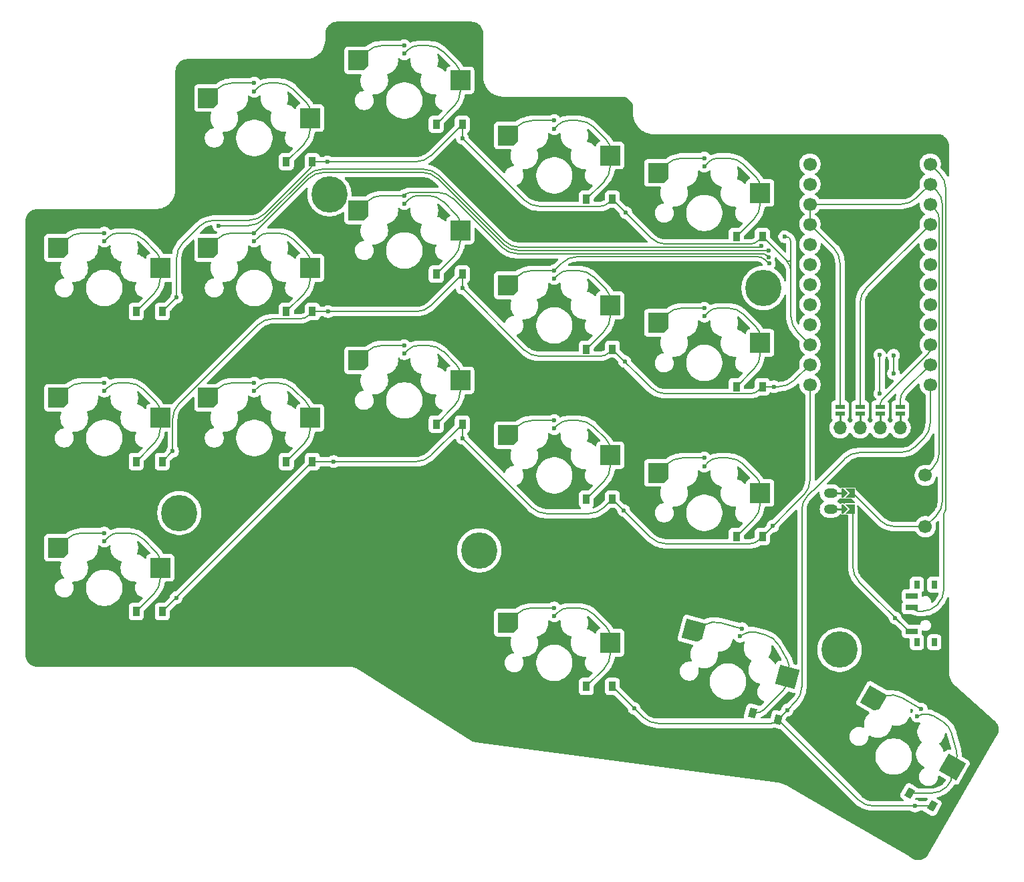
<source format=gbr>
%TF.GenerationSoftware,KiCad,Pcbnew,9.0.7*%
%TF.CreationDate,2026-01-30T15:33:05-05:00*%
%TF.ProjectId,v4,76342e6b-6963-4616-945f-706362585858,rev?*%
%TF.SameCoordinates,Original*%
%TF.FileFunction,Copper,L1,Top*%
%TF.FilePolarity,Positive*%
%FSLAX46Y46*%
G04 Gerber Fmt 4.6, Leading zero omitted, Abs format (unit mm)*
G04 Created by KiCad (PCBNEW 9.0.7) date 2026-01-30 15:33:05*
%MOMM*%
%LPD*%
G01*
G04 APERTURE LIST*
G04 Aperture macros list*
%AMRotRect*
0 Rectangle, with rotation*
0 The origin of the aperture is its center*
0 $1 length*
0 $2 width*
0 $3 Rotation angle, in degrees counterclockwise*
0 Add horizontal line*
21,1,$1,$2,0,0,$3*%
%AMOutline5P*
0 Free polygon, 5 corners , with rotation*
0 The origin of the aperture is its center*
0 number of corners: always 5*
0 $1 to $10 corner X, Y*
0 $11 Rotation angle, in degrees counterclockwise*
0 create outline with 5 corners*
4,1,5,$1,$2,$3,$4,$5,$6,$7,$8,$9,$10,$1,$2,$11*%
%AMOutline6P*
0 Free polygon, 6 corners , with rotation*
0 The origin of the aperture is its center*
0 number of corners: always 6*
0 $1 to $12 corner X, Y*
0 $13 Rotation angle, in degrees counterclockwise*
0 create outline with 6 corners*
4,1,6,$1,$2,$3,$4,$5,$6,$7,$8,$9,$10,$11,$12,$1,$2,$13*%
%AMOutline7P*
0 Free polygon, 7 corners , with rotation*
0 The origin of the aperture is its center*
0 number of corners: always 7*
0 $1 to $14 corner X, Y*
0 $15 Rotation angle, in degrees counterclockwise*
0 create outline with 7 corners*
4,1,7,$1,$2,$3,$4,$5,$6,$7,$8,$9,$10,$11,$12,$13,$14,$1,$2,$15*%
%AMOutline8P*
0 Free polygon, 8 corners , with rotation*
0 The origin of the aperture is its center*
0 number of corners: always 8*
0 $1 to $16 corner X, Y*
0 $17 Rotation angle, in degrees counterclockwise*
0 create outline with 8 corners*
4,1,8,$1,$2,$3,$4,$5,$6,$7,$8,$9,$10,$11,$12,$13,$14,$15,$16,$1,$2,$17*%
%AMFreePoly0*
4,1,6,0.600000,-1.000000,0.000000,-0.400000,-0.600000,-1.000000,-0.600000,0.250000,0.600000,0.250000,0.600000,-1.000000,0.600000,-1.000000,$1*%
%AMFreePoly1*
4,1,6,0.600000,-0.200000,0.600000,-0.400000,-0.600000,-0.400000,-0.600000,-0.200000,0.000000,0.400000,0.600000,-0.200000,0.600000,-0.200000,$1*%
G04 Aperture macros list end*
%TA.AperFunction,WasherPad*%
%ADD10C,4.600000*%
%TD*%
%TA.AperFunction,SMDPad,CuDef*%
%ADD11R,0.900000X1.200000*%
%TD*%
%TA.AperFunction,SMDPad,CuDef*%
%ADD12RotRect,0.900000X1.200000X165.000000*%
%TD*%
%TA.AperFunction,ComponentPad*%
%ADD13C,1.700000*%
%TD*%
%TA.AperFunction,SMDPad,CuDef*%
%ADD14FreePoly0,270.000000*%
%TD*%
%TA.AperFunction,ComponentPad*%
%ADD15O,1.750000X1.200000*%
%TD*%
%TA.AperFunction,SMDPad,CuDef*%
%ADD16FreePoly1,270.000000*%
%TD*%
%TA.AperFunction,SMDPad,CuDef*%
%ADD17R,0.800000X1.000000*%
%TD*%
%TA.AperFunction,SMDPad,CuDef*%
%ADD18R,1.500000X0.700000*%
%TD*%
%TA.AperFunction,SMDPad,CuDef*%
%ADD19RotRect,0.900000X1.200000X150.000000*%
%TD*%
%TA.AperFunction,ComponentPad*%
%ADD20O,1.700000X1.700000*%
%TD*%
%TA.AperFunction,SMDPad,CuDef*%
%ADD21R,1.200000X0.600000*%
%TD*%
%TA.AperFunction,SMDPad,CuDef*%
%ADD22R,2.550000X2.500000*%
%TD*%
%TA.AperFunction,SMDPad,CuDef*%
%ADD23Outline5P,-1.275000X1.250000X1.275000X1.250000X1.275000X-0.750000X0.775000X-1.250000X-1.275000X-1.250000X0.000000*%
%TD*%
%TA.AperFunction,SMDPad,CuDef*%
%ADD24RotRect,2.550000X2.500000X345.000000*%
%TD*%
%TA.AperFunction,SMDPad,CuDef*%
%ADD25Outline5P,-1.275000X1.250000X1.275000X1.250000X1.275000X-0.750000X0.775000X-1.250000X-1.275000X-1.250000X345.000000*%
%TD*%
%TA.AperFunction,SMDPad,CuDef*%
%ADD26RotRect,2.550000X2.500000X330.000000*%
%TD*%
%TA.AperFunction,SMDPad,CuDef*%
%ADD27Outline5P,-1.275000X1.250000X1.275000X1.250000X1.275000X-0.750000X0.775000X-1.250000X-1.275000X-1.250000X330.000000*%
%TD*%
%TA.AperFunction,ViaPad*%
%ADD28C,0.600000*%
%TD*%
%TA.AperFunction,Conductor*%
%ADD29C,0.200000*%
%TD*%
%TA.AperFunction,Conductor*%
%ADD30C,0.250000*%
%TD*%
G04 APERTURE END LIST*
D10*
%TO.P,MH1,*%
%TO.N,*%
X106610000Y-100510000D03*
%TD*%
%TO.P,MH5,*%
%TO.N,*%
X144610000Y-105260000D03*
%TD*%
D11*
%TO.P,D3,1*%
%TO.N,TOP*%
X104460000Y-75010000D03*
%TO.P,D3,2*%
%TO.N,PIN_TOP*%
X101160000Y-75010000D03*
%TD*%
%TO.P,D4,1*%
%TO.N,BOT*%
X123460000Y-94010000D03*
%TO.P,D4,2*%
%TO.N,RIN_BOT*%
X120160000Y-94010000D03*
%TD*%
D12*
%TO.P,D17,1*%
%TO.N,THU*%
X182433098Y-126685096D03*
%TO.P,D17,2*%
%TO.N,IND_THU*%
X179245542Y-125830996D03*
%TD*%
D13*
%TO.P,RST1,1*%
%TO.N,RST*%
X201110000Y-95760000D03*
%TO.P,RST1,2*%
%TO.N,GND*%
X201110000Y-102260000D03*
%TD*%
D11*
%TO.P,D6,1*%
%TO.N,TOP*%
X123460000Y-56010000D03*
%TO.P,D6,2*%
%TO.N,RIN_TOP*%
X120160000Y-56010000D03*
%TD*%
D13*
%TO.P,MCU1,1*%
%TO.N,RAW*%
X201730000Y-56310000D03*
%TO.P,MCU1,2*%
%TO.N,GND*%
X201730000Y-58850000D03*
%TO.P,MCU1,3*%
%TO.N,RST*%
X201730000Y-61390000D03*
%TO.P,MCU1,4*%
%TO.N,VCC*%
X201730000Y-63930000D03*
%TO.P,MCU1,5*%
%TO.N,P21*%
X201730000Y-66470000D03*
%TO.P,MCU1,6*%
%TO.N,P20*%
X201730000Y-69010000D03*
%TO.P,MCU1,7*%
%TO.N,P19*%
X201730000Y-71550000D03*
%TO.P,MCU1,8*%
%TO.N,P18*%
X201730000Y-74090000D03*
%TO.P,MCU1,9*%
%TO.N,P15*%
X201730000Y-76630000D03*
%TO.P,MCU1,10*%
%TO.N,SCL*%
X201730000Y-79170000D03*
%TO.P,MCU1,11*%
%TO.N,SDA*%
X201730000Y-81710000D03*
%TO.P,MCU1,12*%
%TO.N,THU*%
X201730000Y-84250000D03*
%TO.P,MCU1,13*%
%TO.N,BOT*%
X186490000Y-84250000D03*
%TO.P,MCU1,14*%
%TO.N,HOM*%
X186490000Y-81710000D03*
%TO.P,MCU1,15*%
%TO.N,TOP*%
X186490000Y-79170000D03*
%TO.P,MCU1,16*%
%TO.N,INN*%
X186490000Y-76630000D03*
%TO.P,MCU1,17*%
%TO.N,IND*%
X186490000Y-74090000D03*
%TO.P,MCU1,18*%
%TO.N,MID*%
X186490000Y-71550000D03*
%TO.P,MCU1,19*%
%TO.N,RIN*%
X186490000Y-69010000D03*
%TO.P,MCU1,20*%
%TO.N,PIN*%
X186490000Y-66470000D03*
%TO.P,MCU1,21*%
%TO.N,GND*%
X186490000Y-63930000D03*
%TO.P,MCU1,22*%
X186490000Y-61390000D03*
%TO.P,MCU1,23*%
%TO.N,P0*%
X186490000Y-58850000D03*
%TO.P,MCU1,24*%
%TO.N,P1*%
X186490000Y-56310000D03*
%TD*%
D11*
%TO.P,D5,1*%
%TO.N,HOM*%
X123460000Y-75010000D03*
%TO.P,D5,2*%
%TO.N,RIN_HOM*%
X120160000Y-75010000D03*
%TD*%
%TO.P,D2,1*%
%TO.N,HOM*%
X104460000Y-94010000D03*
%TO.P,D2,2*%
%TO.N,PIN_HOM*%
X101160000Y-94010000D03*
%TD*%
D14*
%TO.P,JST1,1*%
%TO.N,BAT_P*%
X191926000Y-100010000D03*
%TO.P,JST1,2*%
%TO.N,GND*%
X191926000Y-98010000D03*
D15*
%TO.P,JST1,11*%
%TO.N,JST1_1*%
X189110000Y-100010000D03*
%TO.P,JST1,12*%
%TO.N,JST1_2*%
X189110000Y-98010000D03*
D16*
%TO.P,JST1,21*%
%TO.N,JST1_1*%
X190910000Y-100010000D03*
%TO.P,JST1,22*%
%TO.N,JST1_2*%
X190910000Y-98010000D03*
%TD*%
D11*
%TO.P,D13,1*%
%TO.N,BOT*%
X180460000Y-103510000D03*
%TO.P,D13,2*%
%TO.N,INN_BOT*%
X177160000Y-103510000D03*
%TD*%
%TO.P,D14,1*%
%TO.N,HOM*%
X180460000Y-84510000D03*
%TO.P,D14,2*%
%TO.N,INN_HOM*%
X177160000Y-84510000D03*
%TD*%
D10*
%TO.P,MH2,*%
%TO.N,*%
X125610000Y-60135000D03*
%TD*%
D17*
%TO.P,PWR1,*%
%TO.N,*%
X200025000Y-109610000D03*
X200025000Y-116910000D03*
X202235000Y-109610000D03*
X202235000Y-116910000D03*
D18*
%TO.P,PWR1,1*%
%TO.N,BAT_P*%
X199375000Y-115510000D03*
%TO.P,PWR1,2*%
%TO.N,RAW*%
X199375000Y-112510000D03*
%TO.P,PWR1,3*%
%TO.N,N/C*%
X199375000Y-111010000D03*
%TD*%
D11*
%TO.P,D15,1*%
%TO.N,TOP*%
X180460000Y-65510000D03*
%TO.P,D15,2*%
%TO.N,INN_TOP*%
X177160000Y-65510000D03*
%TD*%
%TO.P,D9,1*%
%TO.N,TOP*%
X142460000Y-51260000D03*
%TO.P,D9,2*%
%TO.N,MID_TOP*%
X139160000Y-51260000D03*
%TD*%
%TO.P,D11,1*%
%TO.N,HOM*%
X161460000Y-79760000D03*
%TO.P,D11,2*%
%TO.N,IND_HOM*%
X158160000Y-79760000D03*
%TD*%
%TO.P,D16,1*%
%TO.N,THU*%
X161460000Y-122510000D03*
%TO.P,D16,2*%
%TO.N,MID_THU*%
X158160000Y-122510000D03*
%TD*%
D19*
%TO.P,D18,1*%
%TO.N,THU*%
X201975287Y-137658076D03*
%TO.P,D18,2*%
%TO.N,INN_THU*%
X199117403Y-136008076D03*
%TD*%
D11*
%TO.P,D1,1*%
%TO.N,BOT*%
X104460000Y-113010000D03*
%TO.P,D1,2*%
%TO.N,PIN_BOT*%
X101160000Y-113010000D03*
%TD*%
%TO.P,D7,1*%
%TO.N,BOT*%
X142460000Y-89260000D03*
%TO.P,D7,2*%
%TO.N,MID_BOT*%
X139160000Y-89260000D03*
%TD*%
%TO.P,D8,1*%
%TO.N,HOM*%
X142460000Y-70260000D03*
%TO.P,D8,2*%
%TO.N,MID_HOM*%
X139160000Y-70260000D03*
%TD*%
D20*
%TO.P,DISP1,1*%
%TO.N,DISP1_1*%
X190300000Y-89710000D03*
%TO.P,DISP1,2*%
%TO.N,DISP1_2*%
X192840000Y-89710000D03*
%TO.P,DISP1,3*%
%TO.N,DISP1_3*%
X195380000Y-89710000D03*
%TO.P,DISP1,4*%
%TO.N,DISP1_4*%
X197920000Y-89710000D03*
D21*
%TO.P,DISP1,10*%
%TO.N,DISP1_1*%
X190300000Y-87960000D03*
%TO.P,DISP1,11*%
%TO.N,DISP1_2*%
X192840000Y-87960000D03*
%TO.P,DISP1,12*%
%TO.N,DISP1_3*%
X195380000Y-87960000D03*
%TO.P,DISP1,13*%
%TO.N,DISP1_4*%
X197920000Y-87960000D03*
%TO.P,DISP1,14*%
%TO.N,GND*%
X190300000Y-87060000D03*
%TO.P,DISP1,15*%
%TO.N,VCC*%
X192840000Y-87060000D03*
%TO.P,DISP1,16*%
%TO.N,SCL*%
X195380000Y-87060000D03*
%TO.P,DISP1,17*%
%TO.N,SDA*%
X197920000Y-87060000D03*
%TD*%
D10*
%TO.P,MH3,*%
%TO.N,*%
X190245493Y-117858144D03*
%TD*%
D11*
%TO.P,D10,1*%
%TO.N,BOT*%
X161460000Y-98760000D03*
%TO.P,D10,2*%
%TO.N,IND_BOT*%
X158160000Y-98760000D03*
%TD*%
D10*
%TO.P,MH4,*%
%TO.N,*%
X180610000Y-72010000D03*
%TD*%
D11*
%TO.P,D12,1*%
%TO.N,TOP*%
X161460000Y-60760000D03*
%TO.P,D12,2*%
%TO.N,IND_TOP*%
X158160000Y-60760000D03*
%TD*%
D22*
%TO.P,S7,1*%
%TO.N,MID_BOT*%
X142195000Y-83720000D03*
D23*
%TO.P,S7,2*%
%TO.N,MID*%
X129268000Y-81180000D03*
%TD*%
D22*
%TO.P,S11,1*%
%TO.N,IND_HOM*%
X161195000Y-74220000D03*
D23*
%TO.P,S11,2*%
%TO.N,IND*%
X148268000Y-71680000D03*
%TD*%
D22*
%TO.P,S8,1*%
%TO.N,MID_HOM*%
X142195000Y-64720000D03*
D23*
%TO.P,S8,2*%
%TO.N,MID*%
X129268000Y-62180000D03*
%TD*%
D22*
%TO.P,S5,1*%
%TO.N,RIN_HOM*%
X123195000Y-69470000D03*
D23*
%TO.P,S5,2*%
%TO.N,RIN*%
X110268000Y-66930000D03*
%TD*%
D22*
%TO.P,S9,1*%
%TO.N,MID_TOP*%
X142195000Y-45720000D03*
D23*
%TO.P,S9,2*%
%TO.N,MID*%
X129268000Y-43180000D03*
%TD*%
D24*
%TO.P,S17,1*%
%TO.N,IND_THU*%
X183610985Y-121265281D03*
D25*
%TO.P,S17,2*%
%TO.N,IND*%
X171781862Y-115466076D03*
%TD*%
D22*
%TO.P,S15,1*%
%TO.N,INN_TOP*%
X180195000Y-59970000D03*
D23*
%TO.P,S15,2*%
%TO.N,INN*%
X167268000Y-57430000D03*
%TD*%
D22*
%TO.P,S13,1*%
%TO.N,INN_BOT*%
X180195000Y-97970000D03*
D23*
%TO.P,S13,2*%
%TO.N,INN*%
X167268000Y-95430000D03*
%TD*%
D22*
%TO.P,S2,1*%
%TO.N,PIN_HOM*%
X104195000Y-88470000D03*
D23*
%TO.P,S2,2*%
%TO.N,PIN*%
X91268000Y-85930000D03*
%TD*%
D22*
%TO.P,S14,1*%
%TO.N,INN_HOM*%
X180195000Y-78970000D03*
D23*
%TO.P,S14,2*%
%TO.N,INN*%
X167268000Y-76430000D03*
%TD*%
D26*
%TO.P,S18,1*%
%TO.N,INN_THU*%
X204515790Y-132727795D03*
D27*
%TO.P,S18,2*%
%TO.N,INN*%
X194590680Y-124064591D03*
%TD*%
D22*
%TO.P,S1,1*%
%TO.N,PIN_BOT*%
X104195000Y-107470000D03*
D23*
%TO.P,S1,2*%
%TO.N,PIN*%
X91268000Y-104930000D03*
%TD*%
D22*
%TO.P,S6,1*%
%TO.N,RIN_TOP*%
X123195000Y-50470000D03*
D23*
%TO.P,S6,2*%
%TO.N,RIN*%
X110268000Y-47930000D03*
%TD*%
D22*
%TO.P,S12,1*%
%TO.N,IND_TOP*%
X161195000Y-55220000D03*
D23*
%TO.P,S12,2*%
%TO.N,IND*%
X148268000Y-52680000D03*
%TD*%
D22*
%TO.P,S16,1*%
%TO.N,MID_THU*%
X161195000Y-116970000D03*
D23*
%TO.P,S16,2*%
%TO.N,MID*%
X148268000Y-114430000D03*
%TD*%
D22*
%TO.P,S3,1*%
%TO.N,PIN_TOP*%
X104195000Y-69470000D03*
D23*
%TO.P,S3,2*%
%TO.N,PIN*%
X91268000Y-66930000D03*
%TD*%
D22*
%TO.P,S4,1*%
%TO.N,RIN_BOT*%
X123195000Y-88470000D03*
D23*
%TO.P,S4,2*%
%TO.N,RIN*%
X110268000Y-85930000D03*
%TD*%
D22*
%TO.P,S10,1*%
%TO.N,IND_BOT*%
X161195000Y-93220000D03*
D23*
%TO.P,S10,2*%
%TO.N,IND*%
X148268000Y-90680000D03*
%TD*%
D28*
%TO.N,PIN_BOT*%
X97110000Y-104080000D03*
%TO.N,PIN*%
X97110000Y-65051000D03*
X180350000Y-66650000D03*
X97110000Y-103051000D03*
X111620000Y-64100000D03*
X97110000Y-84051000D03*
%TO.N,PIN_HOM*%
X97110000Y-85080000D03*
%TO.N,PIN_TOP*%
X97110000Y-66080000D03*
%TO.N,RIN_BOT*%
X116110000Y-85080000D03*
%TO.N,RIN*%
X116110000Y-46051000D03*
X116110000Y-84051000D03*
X116110000Y-65051000D03*
X181234717Y-67292857D03*
%TO.N,RIN_HOM*%
X116110000Y-66080000D03*
%TO.N,RIN_TOP*%
X116110000Y-47080000D03*
%TO.N,MID_BOT*%
X135110000Y-80330000D03*
%TO.N,MID*%
X154110000Y-112551000D03*
X135110000Y-60301000D03*
X135110000Y-41301000D03*
X181278161Y-68091679D03*
X135110000Y-79301000D03*
%TO.N,MID_HOM*%
X135110000Y-61330000D03*
%TO.N,MID_TOP*%
X135110000Y-42330000D03*
%TO.N,IND_BOT*%
X154110000Y-89830000D03*
%TO.N,IND*%
X154110000Y-88801000D03*
X181330000Y-68890000D03*
X154110000Y-69801000D03*
X177911122Y-115163122D03*
X154110000Y-50801000D03*
%TO.N,IND_HOM*%
X154110000Y-70830000D03*
%TO.N,IND_TOP*%
X154110000Y-51830000D03*
%TO.N,INN_BOT*%
X173110000Y-94580000D03*
%TO.N,INN*%
X200589500Y-125358329D03*
X173110000Y-93551000D03*
X173110000Y-55551000D03*
X173110000Y-74551000D03*
%TO.N,INN_HOM*%
X173110000Y-75580000D03*
%TO.N,INN_TOP*%
X173110000Y-56580000D03*
%TO.N,MID_THU*%
X154110000Y-113580000D03*
%TO.N,IND_THU*%
X177644797Y-116157060D03*
%TO.N,INN_THU*%
X200075000Y-126249469D03*
%TO.N,BOT*%
X106210000Y-111260000D03*
X181800000Y-102170000D03*
X162905000Y-100205000D03*
X142460000Y-91029892D03*
X126170000Y-94010000D03*
%TO.N,HOM*%
X181930000Y-84510000D03*
X163020000Y-81320000D03*
X142460000Y-72029892D03*
X105771000Y-92699000D03*
X125450000Y-75010000D03*
%TO.N,TOP*%
X142460000Y-53029892D03*
X106270000Y-73200000D03*
X125350000Y-56010000D03*
X163180000Y-62480000D03*
X183290000Y-65510000D03*
%TO.N,THU*%
X183634098Y-125484098D03*
X164230000Y-125280000D03*
X199820000Y-137658076D03*
%TO.N,SCL*%
X197080000Y-82850000D03*
X197080000Y-80550000D03*
%TO.N,VCC*%
X195359265Y-85389265D03*
X195330000Y-80520000D03*
%TO.N,BAT_P*%
X197280000Y-113810000D03*
%TD*%
D29*
%TO.N,PIN_BOT*%
X97624500Y-103565500D02*
X97110000Y-104080000D01*
X103398103Y-110771896D02*
X101160000Y-113010000D01*
X98866612Y-103051000D02*
X100149018Y-103051000D01*
X104195000Y-106720000D02*
X104195000Y-108220000D01*
X104195000Y-108220000D02*
X104195000Y-108848018D01*
X102072896Y-103847896D02*
X103664669Y-105439669D01*
X102072896Y-103847896D02*
G75*
G03*
X100149018Y-103050995I-1923896J-1923904D01*
G01*
X98866612Y-103051000D02*
G75*
G03*
X97624496Y-103565496I-12J-1756600D01*
G01*
X104195000Y-108848018D02*
G75*
G02*
X103398100Y-110771893I-2720800J18D01*
G01*
X103664669Y-105439669D02*
G75*
G02*
X104194988Y-106720000I-1280369J-1280331D01*
G01*
%TO.N,PIN*%
X94273981Y-103051000D02*
X97110000Y-103051000D01*
X111620000Y-64100000D02*
X115366918Y-64100000D01*
X94273981Y-84051000D02*
X97110000Y-84051000D01*
X92350103Y-103847896D02*
X91268000Y-104930000D01*
X122837003Y-57756896D02*
X117290796Y-63303103D01*
X179993214Y-66859000D02*
X149722181Y-66859000D01*
X139493096Y-57756896D02*
X147798303Y-66062103D01*
X124760881Y-56960000D02*
X137569218Y-56960000D01*
X180245500Y-66754500D02*
X180350000Y-66650000D01*
X92350103Y-65847896D02*
X91268000Y-66930000D01*
X92350103Y-84847896D02*
X91268000Y-85930000D01*
X94273981Y-65051000D02*
X97110000Y-65051000D01*
X124760881Y-56960000D02*
G75*
G03*
X122837007Y-57756900I19J-2720800D01*
G01*
X147798303Y-66062103D02*
G75*
G03*
X149722181Y-66859005I1923897J1923903D01*
G01*
X180245500Y-66754500D02*
G75*
G02*
X179993214Y-66859006I-252300J252300D01*
G01*
X94273981Y-65051000D02*
G75*
G03*
X92350107Y-65847900I19J-2720800D01*
G01*
X117290796Y-63303103D02*
G75*
G02*
X115366918Y-64100005I-1923896J1923903D01*
G01*
X94273981Y-103051000D02*
G75*
G03*
X92350107Y-103847900I19J-2720800D01*
G01*
X94273981Y-84051000D02*
G75*
G03*
X92350107Y-84847900I19J-2720800D01*
G01*
X139493096Y-57756896D02*
G75*
G03*
X137569218Y-56959995I-1923896J-1923904D01*
G01*
%TO.N,GND*%
X202437106Y-59557106D02*
X202506000Y-59626000D01*
X186490000Y-61390000D02*
X186490000Y-63930000D01*
X190300000Y-68866981D02*
X190300000Y-87060000D01*
X195379103Y-101463103D02*
X191926000Y-98010000D01*
X203282000Y-98961018D02*
X203282000Y-61499429D01*
X201110000Y-102260000D02*
X197302981Y-102260000D01*
X201110000Y-102260000D02*
X202485103Y-100884896D01*
X186490000Y-61390000D02*
X198063018Y-61390000D01*
X186490000Y-63930000D02*
X189503103Y-66943103D01*
X201022893Y-59557106D02*
X199986896Y-60593103D01*
X199986896Y-60593103D02*
G75*
G02*
X198063018Y-61390005I-1923896J1923903D01*
G01*
X202506000Y-59626000D02*
G75*
G02*
X203281988Y-61499429I-1873400J-1873400D01*
G01*
X203282000Y-98961018D02*
G75*
G02*
X202485100Y-100884893I-2720800J18D01*
G01*
X202437106Y-59557106D02*
G75*
G03*
X201022893Y-59557106I-707106J-707107D01*
G01*
X195379103Y-101463103D02*
G75*
G03*
X197302981Y-102260005I1923897J1923903D01*
G01*
X189503103Y-66943103D02*
G75*
G02*
X190300005Y-68866981I-1923903J-1923897D01*
G01*
%TO.N,PIN_HOM*%
X104195000Y-89220000D02*
X104195000Y-89848018D01*
X97624500Y-84565500D02*
X97110000Y-85080000D01*
X104195000Y-87720000D02*
X104195000Y-89220000D01*
X103398103Y-91771896D02*
X101160000Y-94010000D01*
X98866612Y-84051000D02*
X100149018Y-84051000D01*
X102072896Y-84847896D02*
X103664669Y-86439669D01*
X103664669Y-86439669D02*
G75*
G02*
X104194988Y-87720000I-1280369J-1280331D01*
G01*
X102072896Y-84847896D02*
G75*
G03*
X100149018Y-84050995I-1923896J-1923904D01*
G01*
X104195000Y-89848018D02*
G75*
G02*
X103398100Y-91771893I-2720800J18D01*
G01*
X98866612Y-84051000D02*
G75*
G03*
X97624496Y-84565496I-12J-1756600D01*
G01*
%TO.N,PIN_TOP*%
X97110000Y-66080000D02*
X97624500Y-65565500D01*
X102072896Y-65847896D02*
X103664669Y-67439669D01*
X103398103Y-72771896D02*
X101160000Y-75010000D01*
X104195000Y-70220000D02*
X104195000Y-70848018D01*
X100149018Y-65051000D02*
X98866612Y-65051000D01*
X104195000Y-68720000D02*
X104195000Y-70220000D01*
X102072896Y-65847896D02*
G75*
G03*
X100149018Y-65050995I-1923896J-1923904D01*
G01*
X104195000Y-70848018D02*
G75*
G02*
X103398100Y-72771893I-2720800J18D01*
G01*
X103664669Y-67439669D02*
G75*
G02*
X104194988Y-68720000I-1280369J-1280331D01*
G01*
X98866612Y-65051000D02*
G75*
G03*
X97624496Y-65565496I-12J-1756600D01*
G01*
%TO.N,RIN_BOT*%
X121072896Y-84847896D02*
X122664669Y-86439669D01*
X123195000Y-87720000D02*
X123195000Y-89220000D01*
X116110000Y-85080000D02*
X116624500Y-84565500D01*
X122398103Y-91771896D02*
X120160000Y-94010000D01*
X119149018Y-84051000D02*
X117866612Y-84051000D01*
X123195000Y-89220000D02*
X123195000Y-89848018D01*
X122664669Y-86439669D02*
G75*
G02*
X123194988Y-87720000I-1280369J-1280331D01*
G01*
X121072896Y-84847896D02*
G75*
G03*
X119149018Y-84050995I-1923896J-1923904D01*
G01*
X117866612Y-84051000D02*
G75*
G03*
X116624496Y-84565496I-12J-1756600D01*
G01*
X123195000Y-89848018D02*
G75*
G02*
X122398100Y-91771893I-2720800J18D01*
G01*
%TO.N,RIN*%
X181234717Y-67292857D02*
X181218288Y-67276428D01*
X111350103Y-65847896D02*
X110268000Y-66930000D01*
X116110000Y-84051000D02*
X113273981Y-84051000D01*
X116110000Y-65051000D02*
X113273981Y-65051000D01*
X147632203Y-66463103D02*
X139326996Y-58157896D01*
X111350103Y-84847896D02*
X110268000Y-85930000D01*
X116110000Y-46051000D02*
X113273981Y-46051000D01*
X149556081Y-67260000D02*
X181178626Y-67260000D01*
X111350103Y-46847896D02*
X110268000Y-47930000D01*
X116110000Y-65051000D02*
X123003103Y-58157896D01*
X124926981Y-57361000D02*
X137403118Y-57361000D01*
X113273981Y-84051000D02*
G75*
G03*
X111350107Y-84847900I19J-2720800D01*
G01*
X113273981Y-65051000D02*
G75*
G03*
X111350107Y-65847900I19J-2720800D01*
G01*
X181218288Y-67276428D02*
G75*
G03*
X181178626Y-67259984I-39688J-39672D01*
G01*
X124926981Y-57361000D02*
G75*
G03*
X123003107Y-58157900I19J-2720800D01*
G01*
X147632203Y-66463103D02*
G75*
G03*
X149556081Y-67260005I1923897J1923903D01*
G01*
X139326996Y-58157896D02*
G75*
G03*
X137403118Y-57360995I-1923896J-1923904D01*
G01*
X113273981Y-46051000D02*
G75*
G03*
X111350107Y-46847900I19J-2720800D01*
G01*
%TO.N,RIN_HOM*%
X116110000Y-66080000D02*
X116624500Y-65565500D01*
X119149018Y-65051000D02*
X117866612Y-65051000D01*
X121072896Y-65847896D02*
X122664669Y-67439669D01*
X123195000Y-68720000D02*
X123195000Y-70220000D01*
X122398103Y-72771896D02*
X120160000Y-75010000D01*
X123195000Y-70220000D02*
X123195000Y-70848018D01*
X121072896Y-65847896D02*
G75*
G03*
X119149018Y-65050995I-1923896J-1923904D01*
G01*
X122664669Y-67439669D02*
G75*
G02*
X123194988Y-68720000I-1280369J-1280331D01*
G01*
X117866612Y-65051000D02*
G75*
G03*
X116624496Y-65565496I-12J-1756600D01*
G01*
X123195000Y-70848018D02*
G75*
G02*
X122398100Y-72771893I-2720800J18D01*
G01*
%TO.N,RIN_TOP*%
X123195000Y-51220000D02*
X123195000Y-51848018D01*
X116110000Y-47080000D02*
X116624500Y-46565500D01*
X123195000Y-49720000D02*
X123195000Y-51220000D01*
X119149018Y-46051000D02*
X117866612Y-46051000D01*
X122398103Y-53771896D02*
X120160000Y-56010000D01*
X121072896Y-46847896D02*
X122664669Y-48439669D01*
X122664669Y-48439669D02*
G75*
G02*
X123194988Y-49720000I-1280369J-1280331D01*
G01*
X121072896Y-46847896D02*
G75*
G03*
X119149018Y-46050995I-1923896J-1923904D01*
G01*
X123195000Y-51848018D02*
G75*
G02*
X122398100Y-53771893I-2720800J18D01*
G01*
X117866612Y-46051000D02*
G75*
G03*
X116624496Y-46565496I-12J-1756600D01*
G01*
%TO.N,MID_BOT*%
X136866612Y-79301000D02*
X138149018Y-79301000D01*
X142195000Y-84470000D02*
X142195000Y-85098018D01*
X140072896Y-80097896D02*
X141664669Y-81689669D01*
X141398103Y-87021896D02*
X139160000Y-89260000D01*
X142195000Y-82970000D02*
X142195000Y-84470000D01*
X135624500Y-79815500D02*
X135110000Y-80330000D01*
X141664669Y-81689669D02*
G75*
G02*
X142194988Y-82970000I-1280369J-1280331D01*
G01*
X136866612Y-79301000D02*
G75*
G03*
X135624496Y-79815496I-12J-1756600D01*
G01*
X142195000Y-85098018D02*
G75*
G02*
X141398100Y-87021893I-2720800J18D01*
G01*
X140072896Y-80097896D02*
G75*
G03*
X138149018Y-79300995I-1923896J-1923904D01*
G01*
%TO.N,MID*%
X130350103Y-61097896D02*
X129268000Y-62180000D01*
X130350103Y-80097896D02*
X129268000Y-81180000D01*
X181278161Y-68091679D02*
X181113772Y-67927290D01*
X180588262Y-67661000D02*
X149389981Y-67661000D01*
X130350103Y-42097896D02*
X129268000Y-43180000D01*
X151273981Y-112551000D02*
X154110000Y-112551000D01*
X149350103Y-113347896D02*
X148268000Y-114430000D01*
X180869345Y-67777428D02*
X180952340Y-67860423D01*
X132273981Y-79301000D02*
X135110000Y-79301000D01*
X135794549Y-59900000D02*
X139375018Y-59900000D01*
X132273981Y-41301000D02*
X135110000Y-41301000D01*
X135310500Y-60100500D02*
X135110000Y-60301000D01*
X141298896Y-60696896D02*
X147466103Y-66864103D01*
X132273981Y-60301000D02*
X135110000Y-60301000D01*
X181113772Y-67927290D02*
G75*
G03*
X181033056Y-67893886I-80672J-80710D01*
G01*
X180952340Y-67860423D02*
G75*
G03*
X181033056Y-67893886I80760J80723D01*
G01*
X132273981Y-41301000D02*
G75*
G03*
X130350107Y-42097900I19J-2720800D01*
G01*
X141298896Y-60696896D02*
G75*
G03*
X139375018Y-59899995I-1923896J-1923904D01*
G01*
X132273981Y-60301000D02*
G75*
G03*
X130350107Y-61097900I19J-2720800D01*
G01*
X151273981Y-112551000D02*
G75*
G03*
X149350107Y-113347900I19J-2720800D01*
G01*
X132273981Y-79301000D02*
G75*
G03*
X130350107Y-80097900I19J-2720800D01*
G01*
X180869345Y-67777428D02*
G75*
G03*
X180588262Y-67661023I-281045J-281072D01*
G01*
X147466103Y-66864103D02*
G75*
G03*
X149389981Y-67661005I1923897J1923903D01*
G01*
X135794549Y-59900000D02*
G75*
G03*
X135310485Y-60100485I-49J-684500D01*
G01*
%TO.N,MID_HOM*%
X140072896Y-61097896D02*
X141664669Y-62689669D01*
X141398103Y-68021896D02*
X139160000Y-70260000D01*
X136866612Y-60301000D02*
X138149018Y-60301000D01*
X142195000Y-63970000D02*
X142195000Y-65470000D01*
X142195000Y-65470000D02*
X142195000Y-66098018D01*
X135624500Y-60815500D02*
X135110000Y-61330000D01*
X141664669Y-62689669D02*
G75*
G02*
X142194988Y-63970000I-1280369J-1280331D01*
G01*
X140072896Y-61097896D02*
G75*
G03*
X138149018Y-60300995I-1923896J-1923904D01*
G01*
X142195000Y-66098018D02*
G75*
G02*
X141398100Y-68021893I-2720800J18D01*
G01*
X136866612Y-60301000D02*
G75*
G03*
X135624496Y-60815496I-12J-1756600D01*
G01*
%TO.N,MID_TOP*%
X140072896Y-42097896D02*
X141664669Y-43689669D01*
X142195000Y-46470000D02*
X142195000Y-47098018D01*
X138149018Y-41301000D02*
X136866612Y-41301000D01*
X141398103Y-49021896D02*
X139160000Y-51260000D01*
X142195000Y-44970000D02*
X142195000Y-46470000D01*
X135110000Y-42330000D02*
X135624500Y-41815500D01*
X141664669Y-43689669D02*
G75*
G02*
X142194988Y-44970000I-1280369J-1280331D01*
G01*
X142195000Y-47098018D02*
G75*
G02*
X141398100Y-49021893I-2720800J18D01*
G01*
X140072896Y-42097896D02*
G75*
G03*
X138149018Y-41300995I-1923896J-1923904D01*
G01*
X136866612Y-41301000D02*
G75*
G03*
X135624496Y-41815496I-12J-1756600D01*
G01*
%TO.N,IND_BOT*%
X161195000Y-93970000D02*
X161195000Y-94598018D01*
X161195000Y-92470000D02*
X161195000Y-93970000D01*
X157149018Y-88801000D02*
X155866612Y-88801000D01*
X160398103Y-96521896D02*
X158160000Y-98760000D01*
X154110000Y-89830000D02*
X154624500Y-89315500D01*
X159072896Y-89597896D02*
X160664669Y-91189669D01*
X160664669Y-91189669D02*
G75*
G02*
X161194988Y-92470000I-1280369J-1280331D01*
G01*
X155866612Y-88801000D02*
G75*
G03*
X154624496Y-89315496I-12J-1756600D01*
G01*
X161195000Y-94598018D02*
G75*
G02*
X160398100Y-96521893I-2720800J18D01*
G01*
X159072896Y-89597896D02*
G75*
G03*
X157149018Y-88800995I-1923896J-1923904D01*
G01*
%TO.N,IND*%
X181169257Y-68729257D02*
X181330000Y-68890000D01*
X173107163Y-114700912D02*
X171781862Y-115466076D01*
X149350103Y-51597896D02*
X148268000Y-52680000D01*
X149350103Y-89597896D02*
X148268000Y-90680000D01*
X177911122Y-115163122D02*
X175171738Y-114429106D01*
X155052103Y-68858896D02*
X154110000Y-69801000D01*
X151273981Y-69801000D02*
X154110000Y-69801000D01*
X154110000Y-88801000D02*
X151273981Y-88801000D01*
X151273981Y-50801000D02*
X154110000Y-50801000D01*
X156975981Y-68062000D02*
X179952581Y-68062000D01*
X149350103Y-70597896D02*
X148268000Y-71680000D01*
X180713878Y-68377339D02*
X180992639Y-68656100D01*
X181169257Y-68729257D02*
G75*
G03*
X181080948Y-68692654I-88357J-88343D01*
G01*
X175171738Y-114429106D02*
G75*
G03*
X173107143Y-114700877I-704238J-2628094D01*
G01*
X180992639Y-68656100D02*
G75*
G03*
X181080948Y-68692647I88261J88300D01*
G01*
X151273981Y-88801000D02*
G75*
G03*
X149350107Y-89597900I19J-2720800D01*
G01*
X151273981Y-69801000D02*
G75*
G03*
X149350107Y-70597900I19J-2720800D01*
G01*
X180713878Y-68377339D02*
G75*
G03*
X179952581Y-68062002I-761278J-761261D01*
G01*
X156975981Y-68062000D02*
G75*
G03*
X155052107Y-68858900I19J-2720800D01*
G01*
X151273981Y-50801000D02*
G75*
G03*
X149350107Y-51597900I19J-2720800D01*
G01*
%TO.N,IND_HOM*%
X161195000Y-74970000D02*
X161195000Y-75598018D01*
X154110000Y-70830000D02*
X154624500Y-70315500D01*
X161195000Y-73470000D02*
X161195000Y-74970000D01*
X160398103Y-77521896D02*
X158160000Y-79760000D01*
X157149018Y-69801000D02*
X155866612Y-69801000D01*
X159072896Y-70597896D02*
X160664669Y-72189669D01*
X160664669Y-72189669D02*
G75*
G02*
X161194988Y-73470000I-1280369J-1280331D01*
G01*
X161195000Y-75598018D02*
G75*
G02*
X160398100Y-77521893I-2720800J18D01*
G01*
X155866612Y-69801000D02*
G75*
G03*
X154624496Y-70315496I-12J-1756600D01*
G01*
X159072896Y-70597896D02*
G75*
G03*
X157149018Y-69800995I-1923896J-1923904D01*
G01*
%TO.N,IND_TOP*%
X161195000Y-55970000D02*
X161195000Y-56598018D01*
X157149018Y-50801000D02*
X155866612Y-50801000D01*
X154110000Y-51830000D02*
X154624500Y-51315500D01*
X160398103Y-58521896D02*
X158160000Y-60760000D01*
X161195000Y-54470000D02*
X161195000Y-55970000D01*
X159072896Y-51597896D02*
X160664669Y-53189669D01*
X155866612Y-50801000D02*
G75*
G03*
X154624496Y-51315496I-12J-1756600D01*
G01*
X161195000Y-56598018D02*
G75*
G02*
X160398100Y-58521893I-2720800J18D01*
G01*
X160664669Y-53189669D02*
G75*
G02*
X161194988Y-54470000I-1280369J-1280331D01*
G01*
X159072896Y-51597896D02*
G75*
G03*
X157149018Y-50800995I-1923896J-1923904D01*
G01*
%TO.N,INN_BOT*%
X179398103Y-101271896D02*
X177160000Y-103510000D01*
X180195000Y-97220000D02*
X180195000Y-97970000D01*
X174866612Y-93551000D02*
X176149018Y-93551000D01*
X179664669Y-95939669D02*
X178072896Y-94347896D01*
X173624500Y-94065500D02*
X173110000Y-94580000D01*
X180195000Y-97970000D02*
X180195000Y-99348018D01*
X179664669Y-95939669D02*
G75*
G02*
X180194988Y-97220000I-1280369J-1280331D01*
G01*
X174866612Y-93551000D02*
G75*
G03*
X173624496Y-94065496I-12J-1756600D01*
G01*
X180195000Y-99348018D02*
G75*
G02*
X179398100Y-101271893I-2720800J18D01*
G01*
X178072896Y-94347896D02*
G75*
G03*
X176149018Y-93550995I-1923896J-1923904D01*
G01*
%TO.N,INN*%
X170273981Y-55551000D02*
X173110000Y-55551000D01*
X168350103Y-56347896D02*
X167268000Y-57430000D01*
X168350103Y-94347896D02*
X167268000Y-95430000D01*
X168350103Y-75347896D02*
X167268000Y-76430000D01*
X198133435Y-123940319D02*
X200589500Y-125358329D01*
X170273981Y-93551000D02*
X173110000Y-93551000D01*
X196068860Y-123668513D02*
X194590680Y-124064591D01*
X170273981Y-74551000D02*
X173110000Y-74551000D01*
X170273981Y-74551000D02*
G75*
G03*
X168350107Y-75347900I19J-2720800D01*
G01*
X198133435Y-123940319D02*
G75*
G03*
X196068851Y-123668479I-1360435J-2356281D01*
G01*
X170273981Y-93551000D02*
G75*
G03*
X168350107Y-94347900I19J-2720800D01*
G01*
X170273981Y-55551000D02*
G75*
G03*
X168350107Y-56347900I19J-2720800D01*
G01*
%TO.N,INN_HOM*%
X179664669Y-76939669D02*
X178072896Y-75347896D01*
X173624500Y-75065500D02*
X173110000Y-75580000D01*
X174866612Y-74551000D02*
X176149018Y-74551000D01*
X179398103Y-82271896D02*
X177160000Y-84510000D01*
X180195000Y-78970000D02*
X180195000Y-80348018D01*
X180195000Y-78220000D02*
X180195000Y-78970000D01*
X180195000Y-80348018D02*
G75*
G02*
X179398100Y-82271893I-2720800J18D01*
G01*
X178072896Y-75347896D02*
G75*
G03*
X176149018Y-74550995I-1923896J-1923904D01*
G01*
X179664669Y-76939669D02*
G75*
G02*
X180194988Y-78220000I-1280369J-1280331D01*
G01*
X174866612Y-74551000D02*
G75*
G03*
X173624496Y-75065496I-12J-1756600D01*
G01*
%TO.N,INN_TOP*%
X179398103Y-63271896D02*
X177160000Y-65510000D01*
X180195000Y-59220000D02*
X180195000Y-59970000D01*
X174866612Y-55551000D02*
X176149018Y-55551000D01*
X180195000Y-59970000D02*
X180195000Y-61348018D01*
X179664669Y-57939669D02*
X178072896Y-56347896D01*
X173624500Y-56065500D02*
X173110000Y-56580000D01*
X180195000Y-61348018D02*
G75*
G02*
X179398100Y-63271893I-2720800J18D01*
G01*
X174866612Y-55551000D02*
G75*
G03*
X173624496Y-56065496I-12J-1756600D01*
G01*
X179664669Y-57939669D02*
G75*
G02*
X180194988Y-59220000I-1280369J-1280331D01*
G01*
X178072896Y-56347896D02*
G75*
G03*
X176149018Y-55550995I-1923896J-1923904D01*
G01*
%TO.N,MID_THU*%
X160398103Y-120271896D02*
X158160000Y-122510000D01*
X161195000Y-118348018D02*
X161195000Y-116970000D01*
X160664669Y-114939669D02*
X159072896Y-113347896D01*
X154110000Y-113580000D02*
X154624500Y-113065500D01*
X161195000Y-116220000D02*
X161195000Y-116970000D01*
X155866612Y-112551000D02*
X157149018Y-112551000D01*
X159072896Y-113347896D02*
G75*
G03*
X157149018Y-112550995I-1923896J-1923904D01*
G01*
X161195000Y-118348018D02*
G75*
G02*
X160398100Y-120271893I-2720800J18D01*
G01*
X160664669Y-114939669D02*
G75*
G02*
X161194988Y-116220000I-1280369J-1280331D01*
G01*
X155866612Y-112551000D02*
G75*
G03*
X154624496Y-113065496I-12J-1756600D01*
G01*
%TO.N,IND_THU*%
X183763730Y-120695225D02*
X183805099Y-120540837D01*
X178274928Y-115793253D02*
X177644797Y-116157060D01*
X179607879Y-115617766D02*
X180846588Y-115949677D01*
X179735571Y-125830995D02*
X179245542Y-125830995D01*
X183193675Y-122862920D02*
X180572104Y-125484491D01*
X183624213Y-119166874D02*
X182498659Y-117217356D01*
X179607879Y-115617766D02*
G75*
G03*
X178274916Y-115793232I-454679J-1696734D01*
G01*
X183624213Y-119166874D02*
G75*
G02*
X183805092Y-120540835I-1568113J-905326D01*
G01*
X180572104Y-125484491D02*
G75*
G02*
X179735571Y-125830986I-836504J836491D01*
G01*
X183763730Y-120695225D02*
G75*
G03*
X183610995Y-121855446I4329970J-1160175D01*
G01*
X180846588Y-115949677D02*
G75*
G02*
X182498642Y-117217366I-704188J-2628023D01*
G01*
X183610985Y-121855446D02*
G75*
G02*
X183193653Y-122862898I-1424785J46D01*
G01*
%TO.N,INN_THU*%
X204890790Y-132078276D02*
X204515790Y-132727796D01*
X203891267Y-135118732D02*
X203758857Y-135251143D01*
X201931459Y-136008076D02*
X199117403Y-136008076D01*
X203221367Y-126877838D02*
X202110771Y-126236635D01*
X200777820Y-126061149D02*
X200075000Y-126249469D01*
X204489046Y-128529909D02*
X205071675Y-130704312D01*
X204515790Y-133611002D02*
X204515790Y-132727795D01*
X204515790Y-133611002D02*
G75*
G02*
X203891274Y-135118739I-2132290J2D01*
G01*
X203221367Y-126877838D02*
G75*
G02*
X204489056Y-128529906I-1360367J-2356262D01*
G01*
X202110771Y-126236635D02*
G75*
G03*
X200777827Y-126061174I-878271J-1521265D01*
G01*
X203758857Y-135251143D02*
G75*
G02*
X201931459Y-136008034I-1827357J1827443D01*
G01*
X205071675Y-130704312D02*
G75*
G02*
X204890760Y-132078259I-1748975J-468588D01*
G01*
%TO.N,BOT*%
X123460000Y-94010000D02*
X136583018Y-94010000D01*
X153167089Y-100610000D02*
X158483018Y-100610000D01*
X180009500Y-103960500D02*
X180460000Y-103510000D01*
X142460000Y-89260000D02*
X138506896Y-93213103D01*
X166314103Y-103614103D02*
X161460000Y-98760000D01*
X160406896Y-99813103D02*
X161460000Y-98760000D01*
X186490000Y-96353018D02*
X186490000Y-84250000D01*
X142460000Y-91029892D02*
X142460000Y-89260000D01*
X178921896Y-104411000D02*
X168237981Y-104411000D01*
X180460000Y-103510000D02*
X185693103Y-98276896D01*
X151243211Y-99813103D02*
X142460000Y-91029892D01*
X123460000Y-94010000D02*
X104460000Y-113010000D01*
X180009500Y-103960500D02*
G75*
G02*
X178921896Y-104410999I-1087600J1087600D01*
G01*
X151243211Y-99813103D02*
G75*
G03*
X153167089Y-100610000I1923889J1923903D01*
G01*
X166314103Y-103614103D02*
G75*
G03*
X168237981Y-104411005I1923897J1923903D01*
G01*
X138506896Y-93213103D02*
G75*
G02*
X136583018Y-94010005I-1923896J1923903D01*
G01*
X160406896Y-99813103D02*
G75*
G02*
X158483018Y-100610005I-1923896J1923903D01*
G01*
X186490000Y-96353018D02*
G75*
G02*
X185693100Y-98276893I-2720800J18D01*
G01*
%TO.N,HOM*%
X105771000Y-88603303D02*
X105771000Y-92699000D01*
X178906532Y-85420000D02*
X168246981Y-85420000D01*
X180460000Y-84510000D02*
X182563018Y-84510000D01*
X180460000Y-84510000D02*
X180005000Y-84965000D01*
X123009500Y-75460500D02*
X123460000Y-75010000D01*
X123460000Y-75010000D02*
X136583018Y-75010000D01*
X142460000Y-72029892D02*
X142460000Y-70260000D01*
X161460000Y-79760000D02*
X161009500Y-80210500D01*
X105771000Y-92699000D02*
X104460000Y-94010000D01*
X142460000Y-70260000D02*
X138506896Y-74213103D01*
X152218089Y-80661000D02*
X159921896Y-80661000D01*
X150294211Y-79864103D02*
X142460000Y-72029892D01*
X116539425Y-76707896D02*
X106567896Y-86679425D01*
X184486896Y-83713103D02*
X186490000Y-81710000D01*
X161460000Y-79760000D02*
X166323103Y-84623103D01*
X118463303Y-75911000D02*
X121921896Y-75911000D01*
X150294211Y-79864103D02*
G75*
G03*
X152218089Y-80661000I1923889J1923903D01*
G01*
X106567896Y-86679425D02*
G75*
G03*
X105771009Y-88603303I1923904J-1923875D01*
G01*
X184486896Y-83713103D02*
G75*
G02*
X182563018Y-84510005I-1923896J1923903D01*
G01*
X123009500Y-75460500D02*
G75*
G02*
X121921896Y-75910999I-1087600J1087600D01*
G01*
X166323103Y-84623103D02*
G75*
G03*
X168246981Y-85420005I1923897J1923903D01*
G01*
X161009500Y-80210500D02*
G75*
G02*
X159921896Y-80660999I-1087600J1087600D01*
G01*
X118463303Y-75911000D02*
G75*
G03*
X116539418Y-76707889I-3J-2720800D01*
G01*
X180005000Y-84965000D02*
G75*
G02*
X178906532Y-85420014I-1098500J1098500D01*
G01*
X138506896Y-74213103D02*
G75*
G02*
X136583018Y-75010005I-1923896J1923903D01*
G01*
%TO.N,TOP*%
X142460000Y-51260000D02*
X138506896Y-55213103D01*
X109113103Y-64216896D02*
X107066896Y-66263103D01*
X152218089Y-61661000D02*
X159921896Y-61661000D01*
X184888526Y-77568526D02*
X186490000Y-79170000D01*
X106270000Y-73200000D02*
X104460000Y-75010000D01*
X168284981Y-66458000D02*
X178841662Y-66458000D01*
X180460000Y-65510000D02*
X183518904Y-68568904D01*
X166361103Y-65661103D02*
X161460000Y-60760000D01*
X184091630Y-68331673D02*
X184091630Y-69951586D01*
X106270000Y-68186981D02*
X106270000Y-73200000D01*
X111036981Y-63420000D02*
X115479818Y-63420000D01*
X184091630Y-75644648D02*
X184091630Y-69951586D01*
X123738400Y-56010000D02*
X136583018Y-56010000D01*
X180460000Y-65510000D02*
X179986000Y-65984000D01*
X183905815Y-65695815D02*
X183872027Y-65662027D01*
X161460000Y-60760000D02*
X161009500Y-61210500D01*
X117403696Y-62623103D02*
X123263141Y-56763658D01*
X183290000Y-65510000D02*
X183505000Y-65510000D01*
X142460000Y-51260000D02*
X142460000Y-53029892D01*
X142460000Y-53029892D02*
X150294211Y-60864103D01*
X184091630Y-66144412D02*
X184091630Y-68331673D01*
X183905815Y-65695815D02*
G75*
G02*
X184091616Y-66144412I-448615J-448585D01*
G01*
X179986000Y-65984000D02*
G75*
G02*
X178841662Y-66457985I-1144300J1144300D01*
G01*
X183518904Y-68568904D02*
G75*
G03*
X184091551Y-68331673I237196J237204D01*
G01*
X161009500Y-61210500D02*
G75*
G02*
X159921896Y-61660999I-1087600J1087600D01*
G01*
X107066896Y-66263103D02*
G75*
G03*
X106269994Y-68186981I1923904J-1923897D01*
G01*
X111036981Y-63420000D02*
G75*
G03*
X109113107Y-64216900I19J-2720800D01*
G01*
X138506896Y-55213103D02*
G75*
G02*
X136583018Y-56010005I-1923896J1923903D01*
G01*
X123738400Y-56010000D02*
G75*
G03*
X123460000Y-56288400I0J-278400D01*
G01*
X150294211Y-60864103D02*
G75*
G03*
X152218089Y-61661000I1923889J1923903D01*
G01*
X184091630Y-75644648D02*
G75*
G03*
X184888501Y-77568551I2720770J-52D01*
G01*
X166361103Y-65661103D02*
G75*
G03*
X168284981Y-66458005I1923897J1923903D01*
G01*
X117403696Y-62623103D02*
G75*
G02*
X115479818Y-63420005I-1923896J1923903D01*
G01*
X183872027Y-65662027D02*
G75*
G03*
X183505000Y-65510013I-367027J-367073D01*
G01*
X184091630Y-69951586D02*
G75*
G03*
X183518902Y-68568906I-1955430J-14D01*
G01*
X123460000Y-56288400D02*
G75*
G02*
X123263138Y-56763655I-672100J0D01*
G01*
%TO.N,THU*%
X165328098Y-126378098D02*
X161460000Y-122510000D01*
X186179031Y-98358067D02*
X186888489Y-97648610D01*
X184670167Y-124448027D02*
X183634098Y-125484098D01*
X198003018Y-92860000D02*
X192796981Y-92860000D01*
X192609180Y-136861179D02*
X184239001Y-128490999D01*
X182188149Y-126930046D02*
X182678047Y-126440148D01*
X185467064Y-100076910D02*
X185467064Y-122524149D01*
X182678047Y-126440148D02*
X183634098Y-125484098D01*
X199926896Y-92063103D02*
X200933103Y-91056896D01*
X186893510Y-97636489D02*
X190873103Y-93656896D01*
X201975287Y-137658076D02*
X194533058Y-137658076D01*
X201730000Y-89133018D02*
X201730000Y-84250000D01*
X184239001Y-128490999D02*
X182678047Y-126930045D01*
X167251976Y-127174995D02*
X181596789Y-127174995D01*
X201730000Y-89133018D02*
G75*
G02*
X200933100Y-91056893I-2720800J18D01*
G01*
X185467064Y-122524149D02*
G75*
G02*
X184670141Y-124448001I-2720764J49D01*
G01*
X182678047Y-126440148D02*
G75*
G03*
X182678043Y-126930048I244953J-244952D01*
G01*
X186893510Y-97636489D02*
G75*
G03*
X186891043Y-97642550I6090J-6011D01*
G01*
X194533058Y-137658076D02*
G75*
G02*
X192609200Y-136861159I42J2720776D01*
G01*
X192796981Y-92860000D02*
G75*
G03*
X190873107Y-93656900I19J-2720800D01*
G01*
X165328098Y-126378098D02*
G75*
G03*
X167251976Y-127175005I1923902J1923898D01*
G01*
X199926896Y-92063103D02*
G75*
G02*
X198003018Y-92860005I-1923896J1923903D01*
G01*
X186891000Y-97642550D02*
G75*
G02*
X186888471Y-97648592I-8600J50D01*
G01*
X186179031Y-98358067D02*
G75*
G03*
X185467078Y-100076910I1718869J-1718833D01*
G01*
X182188149Y-126930046D02*
G75*
G02*
X181596789Y-127174992I-591349J591346D01*
G01*
X182678047Y-126930045D02*
G75*
G03*
X182188150Y-126930047I-244947J-244955D01*
G01*
%TO.N,SDA*%
X198464472Y-84975527D02*
X201730000Y-81710000D01*
X197920000Y-86290000D02*
X197920000Y-87060000D01*
X198464472Y-84975527D02*
G75*
G03*
X197919986Y-86290000I1314428J-1314473D01*
G01*
%TO.N,SCL*%
X197080000Y-82850000D02*
X197080000Y-80550000D01*
X195601946Y-86210293D02*
X201407474Y-80404765D01*
X201730000Y-79626120D02*
X201730000Y-79170000D01*
X195380000Y-86746120D02*
X195380000Y-87060000D01*
X195601946Y-86210293D02*
G75*
G03*
X195380021Y-86746120I535854J-535807D01*
G01*
X201730000Y-79626120D02*
G75*
G02*
X201407470Y-80404761I-1101200J20D01*
G01*
%TO.N,VCC*%
X195359265Y-85389265D02*
X195359265Y-80569958D01*
X192840000Y-73946981D02*
X192840000Y-87060000D01*
X193636896Y-72023103D02*
X201730000Y-63930000D01*
X195344632Y-80534632D02*
X195330000Y-80520000D01*
X195344632Y-80534632D02*
G75*
G02*
X195359292Y-80569958I-35332J-35368D01*
G01*
X193636896Y-72023103D02*
G75*
G03*
X192839994Y-73946981I1923904J-1923897D01*
G01*
D30*
%TO.N,DISP1_1*%
X190300000Y-89710000D02*
X190300000Y-87960000D01*
%TO.N,DISP1_2*%
X192840000Y-89710000D02*
X192840000Y-87960000D01*
%TO.N,DISP1_3*%
X195380000Y-89710000D02*
X195380000Y-87960000D01*
%TO.N,DISP1_4*%
X197920000Y-89710000D02*
X197920000Y-87960000D01*
D29*
%TO.N,RAW*%
X202886103Y-57466103D02*
X201730000Y-56310000D01*
X200812500Y-112950000D02*
X200126126Y-112950000D01*
X203450000Y-100651855D02*
X203450000Y-110183018D01*
X202515338Y-112244660D02*
X202653103Y-112106896D01*
X199595000Y-112730000D02*
X199375000Y-112510000D01*
X203683000Y-59389981D02*
X203683000Y-100089344D01*
X203450000Y-110183018D02*
G75*
G02*
X202653100Y-112106893I-2720800J18D01*
G01*
X202886103Y-57466103D02*
G75*
G02*
X203683005Y-59389981I-1923903J-1923897D01*
G01*
X203566500Y-100370600D02*
G75*
G03*
X203449982Y-100651855I281300J-281300D01*
G01*
X199595000Y-112730000D02*
G75*
G03*
X200126126Y-112949989I531100J531100D01*
G01*
X203683000Y-100089344D02*
G75*
G02*
X203566487Y-100370587I-397800J44D01*
G01*
X202515338Y-112244660D02*
G75*
G02*
X200812500Y-112949992I-1702838J1702860D01*
G01*
%TO.N,RST*%
X202881000Y-63354879D02*
X202881000Y-92862018D01*
X202305500Y-61965500D02*
X201730000Y-61390000D01*
X202084103Y-94785896D02*
X201110000Y-95760000D01*
X202881000Y-92862018D02*
G75*
G02*
X202084100Y-94785893I-2720800J18D01*
G01*
X202305500Y-61965500D02*
G75*
G02*
X202881008Y-63354879I-1389400J-1389400D01*
G01*
%TO.N,BAT_P*%
X199177500Y-115510000D02*
X199375000Y-115510000D01*
X191926000Y-107329018D02*
X191926000Y-100010000D01*
X197280000Y-113810000D02*
X198840346Y-115370346D01*
X192722896Y-109252896D02*
X198840346Y-115370346D01*
X191926000Y-107329018D02*
G75*
G03*
X192722900Y-109252892I2720800J18D01*
G01*
X198840346Y-115370346D02*
X198840346Y-115370346D01*
X199177500Y-115510000D02*
G75*
G02*
X198840347Y-115370345I0J476800D01*
G01*
X198840346Y-115370346D02*
G75*
G03*
X199177500Y-115510002I337154J337146D01*
G01*
D30*
%TO.N,JST1_1*%
X190910000Y-100010000D02*
X189110000Y-100010000D01*
%TO.N,JST1_2*%
X190910000Y-98010000D02*
X189110000Y-98010000D01*
%TD*%
%TA.AperFunction,Conductor*%
%TO.N,HOM*%
G36*
X125442790Y-74924145D02*
G01*
X125444236Y-74929780D01*
X125444236Y-75096497D01*
X125440809Y-75104770D01*
X125432536Y-75108197D01*
X125430871Y-75108078D01*
X125190404Y-75073507D01*
X125182703Y-75068938D01*
X125180488Y-75060261D01*
X125185057Y-75052560D01*
X125186427Y-75051676D01*
X125426901Y-74919525D01*
X125435802Y-74918545D01*
X125442790Y-74924145D01*
G37*
%TD.AperFunction*%
%TD*%
%TA.AperFunction,NonConductor*%
G36*
X158415218Y-51831117D02*
G01*
X158447809Y-51847638D01*
X158465308Y-51860055D01*
X158476165Y-51868712D01*
X158586694Y-51967486D01*
X158645755Y-52020266D01*
X158650790Y-52025026D01*
X158663815Y-52038050D01*
X158663818Y-52038053D01*
X159890338Y-53264573D01*
X159923823Y-53325896D01*
X159918839Y-53395588D01*
X159876967Y-53451521D01*
X159820021Y-53473927D01*
X159820068Y-53474124D01*
X159818698Y-53474447D01*
X159815912Y-53475544D01*
X159812516Y-53475909D01*
X159677671Y-53526202D01*
X159677664Y-53526206D01*
X159562455Y-53612452D01*
X159562452Y-53612455D01*
X159476206Y-53727664D01*
X159476202Y-53727671D01*
X159425908Y-53862517D01*
X159419501Y-53922116D01*
X159419501Y-53922123D01*
X159419500Y-53922135D01*
X159419500Y-53944557D01*
X159399815Y-54011596D01*
X159347011Y-54057351D01*
X159277853Y-54067295D01*
X159214297Y-54038270D01*
X159207819Y-54032238D01*
X159076670Y-53901089D01*
X159076661Y-53901081D01*
X158894617Y-53761392D01*
X158876721Y-53751060D01*
X158704592Y-53651681D01*
X158695890Y-53646657D01*
X158695876Y-53646650D01*
X158483887Y-53558842D01*
X158479013Y-53557536D01*
X158347563Y-53522314D01*
X158287903Y-53485950D01*
X158257374Y-53423103D01*
X158265095Y-53355091D01*
X158311158Y-53243887D01*
X158370548Y-53022238D01*
X158400500Y-52794734D01*
X158400500Y-52565266D01*
X158370548Y-52337762D01*
X158311158Y-52116113D01*
X158261498Y-51996223D01*
X158254029Y-51926754D01*
X158285304Y-51864275D01*
X158345393Y-51828623D01*
X158415218Y-51831117D01*
G37*
%TD.AperFunction*%
%TA.AperFunction,NonConductor*%
G36*
X177415218Y-56581117D02*
G01*
X177447809Y-56597638D01*
X177465308Y-56610055D01*
X177476165Y-56618712D01*
X177612772Y-56740791D01*
X177645754Y-56770265D01*
X177650789Y-56775025D01*
X177668248Y-56792483D01*
X177668250Y-56792485D01*
X178890338Y-58014573D01*
X178923823Y-58075896D01*
X178918839Y-58145588D01*
X178876967Y-58201521D01*
X178820021Y-58223927D01*
X178820068Y-58224124D01*
X178818698Y-58224447D01*
X178815912Y-58225544D01*
X178812516Y-58225909D01*
X178677671Y-58276202D01*
X178677664Y-58276206D01*
X178562455Y-58362452D01*
X178562452Y-58362455D01*
X178476206Y-58477664D01*
X178476202Y-58477671D01*
X178425908Y-58612517D01*
X178419501Y-58672116D01*
X178419501Y-58672123D01*
X178419500Y-58672135D01*
X178419500Y-58694557D01*
X178399815Y-58761596D01*
X178347011Y-58807351D01*
X178277853Y-58817295D01*
X178214297Y-58788270D01*
X178207819Y-58782238D01*
X178076670Y-58651089D01*
X178076661Y-58651081D01*
X177894617Y-58511392D01*
X177876721Y-58501060D01*
X177751418Y-58428716D01*
X177695890Y-58396657D01*
X177695876Y-58396650D01*
X177483887Y-58308842D01*
X177479013Y-58307536D01*
X177347563Y-58272314D01*
X177287903Y-58235950D01*
X177257374Y-58173103D01*
X177265095Y-58105091D01*
X177311158Y-57993887D01*
X177370548Y-57772238D01*
X177400500Y-57544734D01*
X177400500Y-57315266D01*
X177370548Y-57087762D01*
X177311158Y-56866113D01*
X177261498Y-56746223D01*
X177254029Y-56676754D01*
X177285304Y-56614275D01*
X177345393Y-56578623D01*
X177415218Y-56581117D01*
G37*
%TD.AperFunction*%
%TA.AperFunction,NonConductor*%
G36*
X137406586Y-57961695D02*
G01*
X137633565Y-57974442D01*
X137647367Y-57975998D01*
X137868066Y-58013497D01*
X137881594Y-58016584D01*
X138096721Y-58078563D01*
X138109818Y-58083146D01*
X138316639Y-58168814D01*
X138329161Y-58174845D01*
X138525079Y-58283126D01*
X138536839Y-58290515D01*
X138719415Y-58420060D01*
X138730265Y-58428712D01*
X138857117Y-58542073D01*
X138899845Y-58580257D01*
X138904894Y-58585030D01*
X138920816Y-58600951D01*
X139407684Y-59087819D01*
X139441169Y-59149142D01*
X139436185Y-59218834D01*
X139394313Y-59274767D01*
X139328849Y-59299184D01*
X139320003Y-59299500D01*
X135707652Y-59299500D01*
X135707407Y-59299515D01*
X135693458Y-59299515D01*
X135693457Y-59299515D01*
X135693453Y-59299515D01*
X135600203Y-59314279D01*
X135493664Y-59331146D01*
X135301281Y-59393646D01*
X135301278Y-59393647D01*
X135215466Y-59437368D01*
X135121048Y-59485473D01*
X135121046Y-59485474D01*
X135118079Y-59486986D01*
X135061787Y-59500500D01*
X135031155Y-59500500D01*
X134876510Y-59531261D01*
X134876498Y-59531264D01*
X134730827Y-59591602D01*
X134730814Y-59591609D01*
X134599125Y-59679602D01*
X134532447Y-59700480D01*
X134530234Y-59700500D01*
X132325345Y-59700500D01*
X132325321Y-59700493D01*
X132110816Y-59700495D01*
X131786057Y-59732483D01*
X131786045Y-59732485D01*
X131466007Y-59796147D01*
X131466002Y-59796148D01*
X131465999Y-59796148D01*
X131465986Y-59796152D01*
X131153730Y-59890875D01*
X130852239Y-60015757D01*
X130564449Y-60169585D01*
X130564439Y-60169591D01*
X130293118Y-60350882D01*
X130293113Y-60350886D01*
X130231617Y-60401354D01*
X130167306Y-60428666D01*
X130152953Y-60429500D01*
X128533795Y-60429500D01*
X128466756Y-60409815D01*
X128421001Y-60357011D01*
X128411236Y-60295803D01*
X128410305Y-60295751D01*
X128410500Y-60292277D01*
X128410500Y-59977724D01*
X128410499Y-59977722D01*
X128406596Y-59943086D01*
X128375282Y-59665160D01*
X128305289Y-59358500D01*
X128201402Y-59061606D01*
X128064926Y-58778211D01*
X127897577Y-58511877D01*
X127701461Y-58265956D01*
X127608686Y-58173181D01*
X127575201Y-58111858D01*
X127580185Y-58042166D01*
X127622057Y-57986233D01*
X127687521Y-57961816D01*
X127696367Y-57961500D01*
X137399633Y-57961500D01*
X137406586Y-57961695D01*
G37*
%TD.AperFunction*%
%TA.AperFunction,NonConductor*%
G36*
X153499857Y-52355512D02*
G01*
X153519263Y-52371342D01*
X153599707Y-52451786D01*
X153599711Y-52451789D01*
X153730814Y-52539390D01*
X153730827Y-52539397D01*
X153876498Y-52599735D01*
X153876503Y-52599737D01*
X154031153Y-52630499D01*
X154031156Y-52630500D01*
X154031158Y-52630500D01*
X154188844Y-52630500D01*
X154188845Y-52630499D01*
X154343497Y-52599737D01*
X154489179Y-52539394D01*
X154620289Y-52451789D01*
X154700737Y-52371340D01*
X154727046Y-52356974D01*
X154752069Y-52340470D01*
X154757388Y-52340406D01*
X154762058Y-52337857D01*
X154791961Y-52339995D01*
X154821933Y-52339639D01*
X154826441Y-52342461D01*
X154831750Y-52342841D01*
X154855752Y-52360808D01*
X154881157Y-52376711D01*
X154883424Y-52381523D01*
X154887684Y-52384712D01*
X154898161Y-52412803D01*
X154910936Y-52439917D01*
X154911023Y-52447287D01*
X154912101Y-52450176D01*
X154911356Y-52475208D01*
X154899501Y-52565255D01*
X154899500Y-52565272D01*
X154899500Y-52794741D01*
X154915401Y-52915513D01*
X154929452Y-53022238D01*
X154978984Y-53207095D01*
X154988842Y-53243887D01*
X155076650Y-53455876D01*
X155076657Y-53455890D01*
X155191392Y-53654617D01*
X155331081Y-53836661D01*
X155331089Y-53836670D01*
X155493330Y-53998911D01*
X155493338Y-53998918D01*
X155493339Y-53998919D01*
X155533412Y-54029668D01*
X155675382Y-54138607D01*
X155675385Y-54138608D01*
X155675388Y-54138611D01*
X155874112Y-54253344D01*
X155874117Y-54253346D01*
X155874123Y-54253349D01*
X155935672Y-54278843D01*
X156086113Y-54341158D01*
X156207910Y-54373793D01*
X156222435Y-54377685D01*
X156282095Y-54414050D01*
X156312624Y-54476897D01*
X156304903Y-54544912D01*
X156258840Y-54656118D01*
X156223374Y-54788484D01*
X156200680Y-54873181D01*
X156199453Y-54877759D01*
X156199451Y-54877770D01*
X156169500Y-55105258D01*
X156169500Y-55334741D01*
X156182070Y-55430213D01*
X156199452Y-55562238D01*
X156236548Y-55700682D01*
X156258842Y-55783887D01*
X156346650Y-55995876D01*
X156346657Y-55995890D01*
X156390898Y-56072517D01*
X156430673Y-56141411D01*
X156461392Y-56194617D01*
X156601081Y-56376661D01*
X156601089Y-56376670D01*
X156763330Y-56538911D01*
X156763338Y-56538918D01*
X156945382Y-56678607D01*
X156945385Y-56678608D01*
X156945388Y-56678611D01*
X157144112Y-56793344D01*
X157144117Y-56793346D01*
X157144123Y-56793349D01*
X157192765Y-56813497D01*
X157356113Y-56881158D01*
X157577762Y-56940548D01*
X157794312Y-56969057D01*
X157805250Y-56970498D01*
X157805266Y-56970500D01*
X157805273Y-56970500D01*
X158038793Y-56970500D01*
X158038793Y-56971451D01*
X158102770Y-56985767D01*
X158151881Y-57035464D01*
X158166327Y-57103824D01*
X158153183Y-57150539D01*
X158077454Y-57299163D01*
X158019059Y-57478881D01*
X157989500Y-57665513D01*
X157989500Y-57854486D01*
X158019059Y-58041118D01*
X158077454Y-58220836D01*
X158149612Y-58362452D01*
X158163240Y-58389199D01*
X158274310Y-58542073D01*
X158407927Y-58675690D01*
X158560801Y-58786760D01*
X158620730Y-58817295D01*
X158729163Y-58872545D01*
X158729165Y-58872545D01*
X158729168Y-58872547D01*
X158890743Y-58925046D01*
X158948418Y-58964484D01*
X158975616Y-59028843D01*
X158963701Y-59097689D01*
X158940105Y-59130658D01*
X158447582Y-59623181D01*
X158386259Y-59656666D01*
X158359901Y-59659500D01*
X157662129Y-59659500D01*
X157662123Y-59659501D01*
X157602516Y-59665908D01*
X157467671Y-59716202D01*
X157467664Y-59716206D01*
X157352455Y-59802452D01*
X157352452Y-59802455D01*
X157266206Y-59917664D01*
X157266202Y-59917671D01*
X157215908Y-60052517D01*
X157212445Y-60084734D01*
X157209500Y-60112127D01*
X157209500Y-60582191D01*
X157209501Y-60936500D01*
X157189817Y-61003539D01*
X157137013Y-61049294D01*
X157085501Y-61060500D01*
X152221572Y-61060500D01*
X152214620Y-61060305D01*
X152186046Y-61058700D01*
X151987647Y-61047557D01*
X151973830Y-61046000D01*
X151753153Y-61008505D01*
X151739596Y-61005411D01*
X151524493Y-60943441D01*
X151511376Y-60938850D01*
X151333409Y-60865135D01*
X151304574Y-60853191D01*
X151292046Y-60847158D01*
X151096130Y-60738879D01*
X151084356Y-60731481D01*
X150959999Y-60643246D01*
X150901791Y-60601945D01*
X150890933Y-60593287D01*
X150721412Y-60441794D01*
X150716358Y-60437015D01*
X149378093Y-59098750D01*
X149344608Y-59037427D01*
X149349592Y-58967735D01*
X149391464Y-58911802D01*
X149427452Y-58893140D01*
X149490832Y-58872547D01*
X149659199Y-58786760D01*
X149812073Y-58675690D01*
X149945690Y-58542073D01*
X150056760Y-58389199D01*
X150142547Y-58220832D01*
X150200940Y-58041118D01*
X150211254Y-57975999D01*
X150230500Y-57854486D01*
X150230500Y-57665513D01*
X150224013Y-57624556D01*
X150221584Y-57609223D01*
X151809500Y-57609223D01*
X151809500Y-57910776D01*
X151809501Y-57910793D01*
X151848861Y-58209766D01*
X151926913Y-58501060D01*
X152042314Y-58779661D01*
X152042318Y-58779671D01*
X152193099Y-59040831D01*
X152376679Y-59280078D01*
X152376685Y-59280085D01*
X152589914Y-59493314D01*
X152589921Y-59493320D01*
X152829168Y-59676900D01*
X153090328Y-59827681D01*
X153090329Y-59827681D01*
X153090332Y-59827683D01*
X153216888Y-59880104D01*
X153368939Y-59943086D01*
X153368940Y-59943086D01*
X153368942Y-59943087D01*
X153660232Y-60021138D01*
X153959217Y-60060500D01*
X153959224Y-60060500D01*
X154260776Y-60060500D01*
X154260783Y-60060500D01*
X154559768Y-60021138D01*
X154851058Y-59943087D01*
X155129668Y-59827683D01*
X155390832Y-59676900D01*
X155630080Y-59493319D01*
X155843319Y-59280080D01*
X156026900Y-59040832D01*
X156177683Y-58779668D01*
X156293087Y-58501058D01*
X156371138Y-58209768D01*
X156410500Y-57910783D01*
X156410500Y-57609217D01*
X156371138Y-57310232D01*
X156293087Y-57018942D01*
X156292336Y-57017130D01*
X156253117Y-56922447D01*
X156177683Y-56740332D01*
X156173588Y-56733240D01*
X156026900Y-56479168D01*
X155843320Y-56239921D01*
X155843314Y-56239914D01*
X155630085Y-56026685D01*
X155630078Y-56026679D01*
X155390831Y-55843099D01*
X155129671Y-55692318D01*
X155129661Y-55692314D01*
X154851060Y-55576913D01*
X154559766Y-55498861D01*
X154260793Y-55459501D01*
X154260788Y-55459500D01*
X154260783Y-55459500D01*
X153959217Y-55459500D01*
X153959211Y-55459500D01*
X153959206Y-55459501D01*
X153660233Y-55498861D01*
X153368939Y-55576913D01*
X153090338Y-55692314D01*
X153090328Y-55692318D01*
X152829168Y-55843099D01*
X152589921Y-56026679D01*
X152589914Y-56026685D01*
X152376685Y-56239914D01*
X152376679Y-56239921D01*
X152193099Y-56479168D01*
X152042318Y-56740328D01*
X152042314Y-56740338D01*
X151926913Y-57018939D01*
X151848861Y-57310233D01*
X151809501Y-57609206D01*
X151809500Y-57609223D01*
X150221584Y-57609223D01*
X150200940Y-57478881D01*
X150173846Y-57395497D01*
X150142547Y-57299168D01*
X150142545Y-57299165D01*
X150142545Y-57299163D01*
X150104863Y-57225209D01*
X150066815Y-57150535D01*
X150053920Y-57081870D01*
X150080196Y-57017130D01*
X150137302Y-56976872D01*
X150181207Y-56971065D01*
X150181207Y-56970500D01*
X150414727Y-56970500D01*
X150414734Y-56970500D01*
X150642238Y-56940548D01*
X150863887Y-56881158D01*
X151075888Y-56793344D01*
X151274612Y-56678611D01*
X151456661Y-56538919D01*
X151456665Y-56538914D01*
X151456670Y-56538911D01*
X151618911Y-56376670D01*
X151618914Y-56376665D01*
X151618919Y-56376661D01*
X151758611Y-56194612D01*
X151873344Y-55995888D01*
X151961158Y-55783887D01*
X152020548Y-55562238D01*
X152050500Y-55334734D01*
X152050500Y-55105266D01*
X152020548Y-54877762D01*
X151961158Y-54656113D01*
X151915095Y-54544908D01*
X151907627Y-54475444D01*
X151938902Y-54412965D01*
X151997563Y-54377685D01*
X152133887Y-54341158D01*
X152345888Y-54253344D01*
X152544612Y-54138611D01*
X152726661Y-53998919D01*
X152726665Y-53998914D01*
X152726670Y-53998911D01*
X152888911Y-53836670D01*
X152888914Y-53836665D01*
X152888919Y-53836661D01*
X153028611Y-53654612D01*
X153143344Y-53455888D01*
X153231158Y-53243887D01*
X153290548Y-53022238D01*
X153320500Y-52794734D01*
X153320500Y-52565266D01*
X153308643Y-52475207D01*
X153319408Y-52406174D01*
X153365788Y-52353918D01*
X153433056Y-52335032D01*
X153499857Y-52355512D01*
G37*
%TD.AperFunction*%
%TA.AperFunction,NonConductor*%
G36*
X139415218Y-61331117D02*
G01*
X139447809Y-61347638D01*
X139465308Y-61360055D01*
X139476165Y-61368712D01*
X139580930Y-61462335D01*
X139645755Y-61520266D01*
X139650790Y-61525026D01*
X139663529Y-61537764D01*
X139663532Y-61537767D01*
X140890338Y-62764573D01*
X140923823Y-62825896D01*
X140918839Y-62895588D01*
X140876967Y-62951521D01*
X140820021Y-62973927D01*
X140820068Y-62974124D01*
X140818698Y-62974447D01*
X140815912Y-62975544D01*
X140812516Y-62975909D01*
X140677671Y-63026202D01*
X140677664Y-63026206D01*
X140562455Y-63112452D01*
X140562452Y-63112455D01*
X140476206Y-63227664D01*
X140476202Y-63227671D01*
X140425908Y-63362517D01*
X140419501Y-63422116D01*
X140419500Y-63422135D01*
X140419500Y-63444557D01*
X140399815Y-63511596D01*
X140347011Y-63557351D01*
X140277853Y-63567295D01*
X140214297Y-63538270D01*
X140207819Y-63532238D01*
X140076670Y-63401089D01*
X140076661Y-63401081D01*
X139894617Y-63261392D01*
X139876721Y-63251060D01*
X139695888Y-63146656D01*
X139695876Y-63146650D01*
X139483887Y-63058842D01*
X139362086Y-63026206D01*
X139347563Y-63022314D01*
X139287903Y-62985950D01*
X139257374Y-62923103D01*
X139265095Y-62855091D01*
X139311158Y-62743887D01*
X139370548Y-62522238D01*
X139400500Y-62294734D01*
X139400500Y-62065266D01*
X139370548Y-61837762D01*
X139311158Y-61616113D01*
X139272388Y-61522515D01*
X139261498Y-61496223D01*
X139254029Y-61426754D01*
X139285304Y-61364275D01*
X139345393Y-61328623D01*
X139415218Y-61331117D01*
G37*
%TD.AperFunction*%
%TA.AperFunction,NonConductor*%
G36*
X110744117Y-64063218D02*
G01*
X110798071Y-64107611D01*
X110819460Y-64174127D01*
X110819500Y-64177290D01*
X110819500Y-64178846D01*
X110850261Y-64333489D01*
X110850264Y-64333501D01*
X110910602Y-64479172D01*
X110910609Y-64479185D01*
X110998210Y-64610288D01*
X110998213Y-64610292D01*
X111109707Y-64721786D01*
X111109711Y-64721789D01*
X111240814Y-64809390D01*
X111240827Y-64809397D01*
X111328076Y-64845536D01*
X111333428Y-64849848D01*
X111340144Y-64851316D01*
X111360282Y-64871488D01*
X111382480Y-64889376D01*
X111384650Y-64895898D01*
X111389507Y-64900763D01*
X111395541Y-64928619D01*
X111404545Y-64955670D01*
X111402844Y-64962331D01*
X111404300Y-64969049D01*
X111394315Y-64995749D01*
X111387266Y-65023370D01*
X111381651Y-65029614D01*
X111379828Y-65034492D01*
X111362595Y-65050811D01*
X111354849Y-65059428D01*
X111352224Y-65061389D01*
X111293115Y-65100885D01*
X111229443Y-65153137D01*
X111227178Y-65154831D01*
X111196959Y-65166072D01*
X111167306Y-65178666D01*
X111162329Y-65178955D01*
X111161693Y-65179192D01*
X111160970Y-65179034D01*
X111152953Y-65179500D01*
X109299096Y-65179500D01*
X109232057Y-65159815D01*
X109186302Y-65107011D01*
X109176358Y-65037853D01*
X109205383Y-64974297D01*
X109211415Y-64967819D01*
X109378632Y-64800602D01*
X109535269Y-64643965D01*
X109540305Y-64639205D01*
X109637381Y-64552452D01*
X109709829Y-64487708D01*
X109720671Y-64479061D01*
X109903264Y-64349504D01*
X109915007Y-64342126D01*
X110110950Y-64233831D01*
X110123450Y-64227812D01*
X110330284Y-64142138D01*
X110343369Y-64137559D01*
X110558494Y-64075582D01*
X110572037Y-64072491D01*
X110674730Y-64055042D01*
X110744117Y-64063218D01*
G37*
%TD.AperFunction*%
%TA.AperFunction,NonConductor*%
G36*
X141568163Y-53076480D02*
G01*
X141593458Y-53078289D01*
X141601593Y-53084379D01*
X141611483Y-53086716D01*
X141629092Y-53104965D01*
X141649391Y-53120161D01*
X141654233Y-53131020D01*
X141659999Y-53136995D01*
X141671741Y-53170279D01*
X141690261Y-53263383D01*
X141690264Y-53263393D01*
X141750602Y-53409064D01*
X141750609Y-53409077D01*
X141838210Y-53540180D01*
X141838213Y-53540184D01*
X141949707Y-53651678D01*
X141949711Y-53651681D01*
X142080814Y-53739282D01*
X142080827Y-53739289D01*
X142198261Y-53787931D01*
X142226503Y-53799629D01*
X142291147Y-53812487D01*
X142381849Y-53830530D01*
X142443760Y-53862915D01*
X142445339Y-53864466D01*
X149818037Y-61237164D01*
X149869595Y-61288722D01*
X149928513Y-61347640D01*
X149984969Y-61404096D01*
X150154642Y-61543342D01*
X150237224Y-61611114D01*
X150508555Y-61792411D01*
X150508564Y-61792416D01*
X150508566Y-61792417D01*
X150796342Y-61946237D01*
X150796344Y-61946237D01*
X150796350Y-61946241D01*
X151097836Y-62071120D01*
X151410111Y-62165848D01*
X151730168Y-62229512D01*
X152054923Y-62261499D01*
X152124590Y-62261499D01*
X152124598Y-62261500D01*
X152139032Y-62261500D01*
X160012779Y-62261500D01*
X160012794Y-62261498D01*
X160041996Y-62261499D01*
X160181593Y-62245770D01*
X160280674Y-62234607D01*
X160280679Y-62234606D01*
X160280689Y-62234605D01*
X160514869Y-62181155D01*
X160741593Y-62101821D01*
X160741597Y-62101818D01*
X160741600Y-62101818D01*
X160958003Y-61997605D01*
X160958003Y-61997604D01*
X160958009Y-61997602D01*
X161099950Y-61908414D01*
X161145959Y-61879505D01*
X161211931Y-61860499D01*
X161659902Y-61860499D01*
X161726941Y-61880184D01*
X161747583Y-61896818D01*
X162345425Y-62494660D01*
X162378910Y-62555983D01*
X162379361Y-62558149D01*
X162410261Y-62713491D01*
X162410264Y-62713501D01*
X162470602Y-62859172D01*
X162470609Y-62859185D01*
X162558210Y-62990288D01*
X162558213Y-62990292D01*
X162669707Y-63101786D01*
X162669711Y-63101789D01*
X162800814Y-63189390D01*
X162800827Y-63189397D01*
X162946498Y-63249735D01*
X162946503Y-63249737D01*
X163005081Y-63261389D01*
X163101849Y-63280638D01*
X163163760Y-63313023D01*
X163165339Y-63314574D01*
X165897583Y-66046819D01*
X165931068Y-66108142D01*
X165926084Y-66177834D01*
X165884212Y-66233767D01*
X165818748Y-66258184D01*
X165809902Y-66258500D01*
X149725666Y-66258500D01*
X149718714Y-66258305D01*
X149690140Y-66256700D01*
X149491741Y-66245557D01*
X149477924Y-66244000D01*
X149257241Y-66206504D01*
X149243685Y-66203409D01*
X149151165Y-66176754D01*
X149028596Y-66141441D01*
X149015472Y-66136849D01*
X148808666Y-66051187D01*
X148796137Y-66045153D01*
X148600225Y-65936875D01*
X148588452Y-65929478D01*
X148405895Y-65799948D01*
X148395023Y-65791278D01*
X148225433Y-65639723D01*
X148220379Y-65634944D01*
X139935170Y-57349735D01*
X139917713Y-57332277D01*
X139917712Y-57332277D01*
X139861812Y-57276377D01*
X139856641Y-57271206D01*
X139856585Y-57271157D01*
X139802334Y-57216907D01*
X139550084Y-57009890D01*
X139550079Y-57009886D01*
X139278766Y-56828602D01*
X139278755Y-56828595D01*
X139278750Y-56828592D01*
X138990956Y-56674762D01*
X138950190Y-56657876D01*
X138689466Y-56549880D01*
X138377211Y-56455157D01*
X138377202Y-56455154D01*
X138377196Y-56455153D01*
X138342998Y-56448350D01*
X138227628Y-56425401D01*
X138165717Y-56393016D01*
X138131143Y-56332300D01*
X138134884Y-56262530D01*
X138175750Y-56205858D01*
X138193353Y-56194434D01*
X138292553Y-56141411D01*
X138563884Y-55960114D01*
X138816138Y-55753094D01*
X138868545Y-55700686D01*
X138868551Y-55700682D01*
X138875610Y-55693623D01*
X138875612Y-55693622D01*
X141462445Y-53106788D01*
X141471361Y-53101920D01*
X141477596Y-53093894D01*
X141501511Y-53085457D01*
X141523766Y-53073305D01*
X141533902Y-53074029D01*
X141543486Y-53070649D01*
X141568163Y-53076480D01*
G37*
%TD.AperFunction*%
%TA.AperFunction,NonConductor*%
G36*
X120415218Y-66081117D02*
G01*
X120447809Y-66097638D01*
X120465308Y-66110055D01*
X120476165Y-66118712D01*
X120618851Y-66246223D01*
X120645755Y-66270266D01*
X120650805Y-66275041D01*
X120662347Y-66286582D01*
X121890338Y-67514573D01*
X121923823Y-67575896D01*
X121918839Y-67645588D01*
X121876967Y-67701521D01*
X121820021Y-67723927D01*
X121820068Y-67724124D01*
X121818698Y-67724447D01*
X121815912Y-67725544D01*
X121812516Y-67725909D01*
X121677671Y-67776202D01*
X121677664Y-67776206D01*
X121562455Y-67862452D01*
X121562452Y-67862455D01*
X121476206Y-67977664D01*
X121476202Y-67977671D01*
X121425908Y-68112517D01*
X121419501Y-68172116D01*
X121419501Y-68172123D01*
X121419500Y-68172135D01*
X121419500Y-68194557D01*
X121399815Y-68261596D01*
X121347011Y-68307351D01*
X121277853Y-68317295D01*
X121214297Y-68288270D01*
X121207819Y-68282238D01*
X121076670Y-68151089D01*
X121076661Y-68151081D01*
X120894617Y-68011392D01*
X120876721Y-68001060D01*
X120775680Y-67942724D01*
X120695890Y-67896657D01*
X120695876Y-67896650D01*
X120483887Y-67808842D01*
X120460263Y-67802512D01*
X120347563Y-67772314D01*
X120287903Y-67735950D01*
X120257374Y-67673103D01*
X120265095Y-67605091D01*
X120311158Y-67493887D01*
X120370548Y-67272238D01*
X120400500Y-67044734D01*
X120400500Y-66815266D01*
X120370548Y-66587762D01*
X120311158Y-66366113D01*
X120261498Y-66246223D01*
X120254029Y-66176754D01*
X120285304Y-66114275D01*
X120345393Y-66078623D01*
X120415218Y-66081117D01*
G37*
%TD.AperFunction*%
%TA.AperFunction,NonConductor*%
G36*
X101415218Y-66081117D02*
G01*
X101447809Y-66097638D01*
X101465308Y-66110055D01*
X101476165Y-66118712D01*
X101618851Y-66246223D01*
X101645755Y-66270266D01*
X101650805Y-66275041D01*
X101662347Y-66286582D01*
X102890338Y-67514573D01*
X102923823Y-67575896D01*
X102918839Y-67645588D01*
X102876967Y-67701521D01*
X102820021Y-67723927D01*
X102820068Y-67724124D01*
X102818698Y-67724447D01*
X102815912Y-67725544D01*
X102812516Y-67725909D01*
X102677671Y-67776202D01*
X102677664Y-67776206D01*
X102562455Y-67862452D01*
X102562452Y-67862455D01*
X102476206Y-67977664D01*
X102476202Y-67977671D01*
X102425908Y-68112517D01*
X102419501Y-68172116D01*
X102419501Y-68172123D01*
X102419500Y-68172135D01*
X102419500Y-68194557D01*
X102399815Y-68261596D01*
X102347011Y-68307351D01*
X102277853Y-68317295D01*
X102214297Y-68288270D01*
X102207819Y-68282238D01*
X102076670Y-68151089D01*
X102076661Y-68151081D01*
X101894617Y-68011392D01*
X101876721Y-68001060D01*
X101775680Y-67942724D01*
X101695890Y-67896657D01*
X101695876Y-67896650D01*
X101483887Y-67808842D01*
X101460263Y-67802512D01*
X101347563Y-67772314D01*
X101287903Y-67735950D01*
X101257374Y-67673103D01*
X101265095Y-67605091D01*
X101311158Y-67493887D01*
X101370548Y-67272238D01*
X101400500Y-67044734D01*
X101400500Y-66815266D01*
X101370548Y-66587762D01*
X101311158Y-66366113D01*
X101261498Y-66246223D01*
X101254029Y-66176754D01*
X101285304Y-66114275D01*
X101345393Y-66078623D01*
X101415218Y-66081117D01*
G37*
%TD.AperFunction*%
%TA.AperFunction,NonConductor*%
G36*
X182198425Y-68143040D02*
G01*
X182228230Y-68144638D01*
X182233478Y-68147945D01*
X182238064Y-68148587D01*
X182247844Y-68156997D01*
X182274659Y-68173894D01*
X183057919Y-68957154D01*
X183058052Y-68957398D01*
X183092202Y-68991548D01*
X183097749Y-68997470D01*
X183205785Y-69120662D01*
X183215659Y-69133531D01*
X183305088Y-69267372D01*
X183313198Y-69281418D01*
X183384400Y-69425800D01*
X183390607Y-69440785D01*
X183393439Y-69449127D01*
X183439473Y-69584741D01*
X183442350Y-69593214D01*
X183446548Y-69608882D01*
X183477954Y-69766769D01*
X183480071Y-69782848D01*
X183490864Y-69947485D01*
X183491130Y-69955597D01*
X183491130Y-71034789D01*
X183471445Y-71101828D01*
X183418641Y-71147583D01*
X183349483Y-71157527D01*
X183285927Y-71128502D01*
X183250088Y-71075743D01*
X183221854Y-70995055D01*
X183201402Y-70936606D01*
X183064926Y-70653211D01*
X182897577Y-70386877D01*
X182701461Y-70140956D01*
X182479044Y-69918539D01*
X182233123Y-69722423D01*
X181991362Y-69570514D01*
X181945072Y-69518180D01*
X181934424Y-69449127D01*
X181954231Y-69396634D01*
X182039394Y-69269179D01*
X182040143Y-69267372D01*
X182067841Y-69200501D01*
X182099737Y-69123497D01*
X182130500Y-68968842D01*
X182130500Y-68811158D01*
X182130500Y-68811155D01*
X182130499Y-68811153D01*
X182118929Y-68752987D01*
X182099737Y-68656503D01*
X182075376Y-68597689D01*
X182039397Y-68510828D01*
X182039396Y-68510827D01*
X182039394Y-68510821D01*
X182033996Y-68502742D01*
X182033725Y-68501876D01*
X182033036Y-68501284D01*
X182023307Y-68468608D01*
X182013118Y-68436068D01*
X182013272Y-68434903D01*
X182013099Y-68434320D01*
X182013868Y-68430410D01*
X182017990Y-68399366D01*
X182019900Y-68392768D01*
X182047898Y-68325176D01*
X182066396Y-68232177D01*
X182067870Y-68227089D01*
X182083911Y-68201919D01*
X182097745Y-68175473D01*
X182102488Y-68172771D01*
X182105422Y-68168169D01*
X182132525Y-68155667D01*
X182158461Y-68140899D01*
X182163911Y-68141191D01*
X182168868Y-68138905D01*
X182198425Y-68143040D01*
G37*
%TD.AperFunction*%
%TA.AperFunction,NonConductor*%
G36*
X158380950Y-70829893D02*
G01*
X158415218Y-70831117D01*
X158415975Y-70831500D01*
X158416414Y-70831521D01*
X158447809Y-70847638D01*
X158465308Y-70860055D01*
X158476165Y-70868712D01*
X158617544Y-70995055D01*
X158645754Y-71020265D01*
X158650789Y-71025025D01*
X158669109Y-71043344D01*
X158669111Y-71043346D01*
X159890338Y-72264573D01*
X159923823Y-72325896D01*
X159918839Y-72395588D01*
X159876967Y-72451521D01*
X159820021Y-72473927D01*
X159820068Y-72474124D01*
X159818698Y-72474447D01*
X159815912Y-72475544D01*
X159812516Y-72475909D01*
X159677671Y-72526202D01*
X159677664Y-72526206D01*
X159562455Y-72612452D01*
X159562452Y-72612455D01*
X159476206Y-72727664D01*
X159476202Y-72727671D01*
X159425908Y-72862517D01*
X159419501Y-72922116D01*
X159419501Y-72922123D01*
X159419500Y-72922135D01*
X159419500Y-72944557D01*
X159399815Y-73011596D01*
X159347011Y-73057351D01*
X159277853Y-73067295D01*
X159214297Y-73038270D01*
X159207819Y-73032238D01*
X159076670Y-72901089D01*
X159076661Y-72901081D01*
X158894617Y-72761392D01*
X158876721Y-72751060D01*
X158704592Y-72651681D01*
X158695890Y-72646657D01*
X158695876Y-72646650D01*
X158483887Y-72558842D01*
X158479013Y-72557536D01*
X158347563Y-72522314D01*
X158287903Y-72485950D01*
X158257374Y-72423103D01*
X158265095Y-72355091D01*
X158311158Y-72243887D01*
X158370548Y-72022238D01*
X158400500Y-71794734D01*
X158400500Y-71565266D01*
X158370548Y-71337762D01*
X158311158Y-71116113D01*
X158261498Y-70996223D01*
X158261427Y-70995570D01*
X158261021Y-70995055D01*
X158257701Y-70960915D01*
X158254029Y-70926754D01*
X158254323Y-70926165D01*
X158254260Y-70925513D01*
X158269918Y-70895011D01*
X158285304Y-70864275D01*
X158285869Y-70863939D01*
X158286169Y-70863356D01*
X158315843Y-70846155D01*
X158345393Y-70828623D01*
X158346049Y-70828646D01*
X158346618Y-70828317D01*
X158380950Y-70829893D01*
G37*
%TD.AperFunction*%
%TA.AperFunction,NonConductor*%
G36*
X122819152Y-59293594D02*
G01*
X122875085Y-59335466D01*
X122899502Y-59400930D01*
X122896709Y-59437368D01*
X122844718Y-59665156D01*
X122844716Y-59665172D01*
X122809500Y-59977722D01*
X122809500Y-60292277D01*
X122844716Y-60604827D01*
X122844718Y-60604843D01*
X122914710Y-60911499D01*
X122914711Y-60911501D01*
X123018598Y-61208395D01*
X123155072Y-61491786D01*
X123174380Y-61522515D01*
X123322423Y-61758123D01*
X123468733Y-61941589D01*
X123513401Y-61997602D01*
X123518539Y-62004044D01*
X123740956Y-62226461D01*
X123986877Y-62422577D01*
X124253211Y-62589926D01*
X124536606Y-62726402D01*
X124833500Y-62830289D01*
X125140160Y-62900282D01*
X125452723Y-62935499D01*
X125452724Y-62935500D01*
X125452727Y-62935500D01*
X125767276Y-62935500D01*
X125767276Y-62935499D01*
X126079840Y-62900282D01*
X126386500Y-62830289D01*
X126683394Y-62726402D01*
X126966789Y-62589926D01*
X127233123Y-62422577D01*
X127291187Y-62376271D01*
X127355873Y-62349864D01*
X127424569Y-62362619D01*
X127475463Y-62410490D01*
X127492500Y-62473219D01*
X127492500Y-63477870D01*
X127492501Y-63477876D01*
X127498908Y-63537483D01*
X127549202Y-63672328D01*
X127549206Y-63672335D01*
X127635452Y-63787544D01*
X127635455Y-63787547D01*
X127750664Y-63873793D01*
X127750671Y-63873797D01*
X127885517Y-63924091D01*
X127885516Y-63924091D01*
X127892444Y-63924835D01*
X127945127Y-63930500D01*
X129546715Y-63930499D01*
X129613754Y-63950184D01*
X129659509Y-64002987D01*
X129669453Y-64072146D01*
X129661277Y-64101950D01*
X129638841Y-64156116D01*
X129634015Y-64174127D01*
X129580680Y-64373181D01*
X129579453Y-64377759D01*
X129579451Y-64377770D01*
X129549500Y-64605258D01*
X129549500Y-64834741D01*
X129570140Y-64991509D01*
X129579452Y-65062238D01*
X129636865Y-65276510D01*
X129638842Y-65283887D01*
X129726650Y-65495876D01*
X129726657Y-65495890D01*
X129781114Y-65590213D01*
X129827404Y-65670390D01*
X129841392Y-65694617D01*
X129878900Y-65743497D01*
X129974356Y-65867897D01*
X129999551Y-65933065D01*
X129985513Y-66001510D01*
X129936699Y-66051500D01*
X129895380Y-66065856D01*
X129748880Y-66089060D01*
X129569163Y-66147454D01*
X129400800Y-66233240D01*
X129327382Y-66286582D01*
X129247927Y-66344310D01*
X129247925Y-66344312D01*
X129247924Y-66344312D01*
X129114312Y-66477924D01*
X129114312Y-66477925D01*
X129114310Y-66477927D01*
X129108614Y-66485767D01*
X129003240Y-66630800D01*
X128917454Y-66799163D01*
X128859059Y-66978881D01*
X128829500Y-67165513D01*
X128829500Y-67354486D01*
X128859059Y-67541118D01*
X128917454Y-67720836D01*
X128983514Y-67850484D01*
X129003240Y-67889199D01*
X129114310Y-68042073D01*
X129247927Y-68175690D01*
X129400801Y-68286760D01*
X129476197Y-68325176D01*
X129569163Y-68372545D01*
X129569165Y-68372545D01*
X129569168Y-68372547D01*
X129618608Y-68388611D01*
X129748881Y-68430940D01*
X129935514Y-68460500D01*
X129935519Y-68460500D01*
X130124486Y-68460500D01*
X130311118Y-68430940D01*
X130337601Y-68422335D01*
X130490832Y-68372547D01*
X130659199Y-68286760D01*
X130812073Y-68175690D01*
X130945690Y-68042073D01*
X131056760Y-67889199D01*
X131142547Y-67720832D01*
X131200940Y-67541118D01*
X131208421Y-67493884D01*
X131230500Y-67354486D01*
X131230500Y-67165513D01*
X131224013Y-67124556D01*
X131221584Y-67109223D01*
X132809500Y-67109223D01*
X132809500Y-67410776D01*
X132809501Y-67410793D01*
X132848861Y-67709766D01*
X132926913Y-68001060D01*
X133042314Y-68279661D01*
X133042318Y-68279671D01*
X133193099Y-68540831D01*
X133376679Y-68780078D01*
X133376685Y-68780085D01*
X133589914Y-68993314D01*
X133589921Y-68993320D01*
X133829168Y-69176900D01*
X134090328Y-69327681D01*
X134090329Y-69327681D01*
X134090332Y-69327683D01*
X134276072Y-69404619D01*
X134368939Y-69443086D01*
X134368940Y-69443086D01*
X134368942Y-69443087D01*
X134660232Y-69521138D01*
X134959217Y-69560500D01*
X134959224Y-69560500D01*
X135260776Y-69560500D01*
X135260783Y-69560500D01*
X135559768Y-69521138D01*
X135851058Y-69443087D01*
X136129668Y-69327683D01*
X136390832Y-69176900D01*
X136630080Y-68993319D01*
X136843319Y-68780080D01*
X137026900Y-68540832D01*
X137177683Y-68279668D01*
X137293087Y-68001058D01*
X137371138Y-67709768D01*
X137410500Y-67410783D01*
X137410500Y-67109217D01*
X137371138Y-66810232D01*
X137293087Y-66518942D01*
X137292336Y-66517130D01*
X137252207Y-66420250D01*
X137177683Y-66240332D01*
X137173588Y-66233240D01*
X137026900Y-65979168D01*
X136843320Y-65739921D01*
X136843314Y-65739914D01*
X136630085Y-65526685D01*
X136630078Y-65526679D01*
X136390831Y-65343099D01*
X136129671Y-65192318D01*
X136129661Y-65192314D01*
X135851060Y-65076913D01*
X135559766Y-64998861D01*
X135260793Y-64959501D01*
X135260788Y-64959500D01*
X135260783Y-64959500D01*
X134959217Y-64959500D01*
X134959211Y-64959500D01*
X134959206Y-64959501D01*
X134660233Y-64998861D01*
X134368939Y-65076913D01*
X134090338Y-65192314D01*
X134090328Y-65192318D01*
X133829168Y-65343099D01*
X133589921Y-65526679D01*
X133589914Y-65526685D01*
X133376685Y-65739914D01*
X133376679Y-65739921D01*
X133193099Y-65979168D01*
X133042318Y-66240328D01*
X133042314Y-66240338D01*
X132926913Y-66518939D01*
X132848861Y-66810233D01*
X132809501Y-67109206D01*
X132809500Y-67109223D01*
X131221584Y-67109223D01*
X131200940Y-66978881D01*
X131170796Y-66886109D01*
X131142547Y-66799168D01*
X131142545Y-66799165D01*
X131142545Y-66799163D01*
X131104863Y-66725209D01*
X131066815Y-66650535D01*
X131053920Y-66581870D01*
X131080196Y-66517130D01*
X131137302Y-66476872D01*
X131181207Y-66471065D01*
X131181207Y-66470500D01*
X131414727Y-66470500D01*
X131414734Y-66470500D01*
X131642238Y-66440548D01*
X131863887Y-66381158D01*
X132075888Y-66293344D01*
X132274612Y-66178611D01*
X132456661Y-66038919D01*
X132456665Y-66038914D01*
X132456670Y-66038911D01*
X132618911Y-65876670D01*
X132618914Y-65876665D01*
X132618919Y-65876661D01*
X132758611Y-65694612D01*
X132873344Y-65495888D01*
X132961158Y-65283887D01*
X133020548Y-65062238D01*
X133050500Y-64834734D01*
X133050500Y-64605266D01*
X133020548Y-64377762D01*
X132961158Y-64156113D01*
X132915095Y-64044908D01*
X132907627Y-63975444D01*
X132938902Y-63912965D01*
X132997563Y-63877685D01*
X133133887Y-63841158D01*
X133345888Y-63753344D01*
X133544612Y-63638611D01*
X133726661Y-63498919D01*
X133726665Y-63498914D01*
X133726670Y-63498911D01*
X133888911Y-63336670D01*
X133888914Y-63336665D01*
X133888919Y-63336661D01*
X134028611Y-63154612D01*
X134143344Y-62955888D01*
X134231158Y-62743887D01*
X134290548Y-62522238D01*
X134320500Y-62294734D01*
X134320500Y-62065266D01*
X134308643Y-61975207D01*
X134319408Y-61906174D01*
X134365788Y-61853918D01*
X134433056Y-61835032D01*
X134499857Y-61855512D01*
X134519263Y-61871342D01*
X134599707Y-61951786D01*
X134599711Y-61951789D01*
X134730814Y-62039390D01*
X134730827Y-62039397D01*
X134871860Y-62097814D01*
X134876503Y-62099737D01*
X135031153Y-62130499D01*
X135031156Y-62130500D01*
X135031158Y-62130500D01*
X135188844Y-62130500D01*
X135188845Y-62130499D01*
X135343497Y-62099737D01*
X135489179Y-62039394D01*
X135620289Y-61951789D01*
X135700737Y-61871340D01*
X135762058Y-61837857D01*
X135831750Y-61842841D01*
X135887684Y-61884712D01*
X135912101Y-61950176D01*
X135911356Y-61975208D01*
X135899501Y-62065255D01*
X135899500Y-62065272D01*
X135899500Y-62294741D01*
X135916006Y-62420109D01*
X135929452Y-62522238D01*
X135977221Y-62700517D01*
X135988842Y-62743887D01*
X136076650Y-62955876D01*
X136076657Y-62955890D01*
X136191392Y-63154617D01*
X136331081Y-63336661D01*
X136331089Y-63336670D01*
X136493330Y-63498911D01*
X136493338Y-63498918D01*
X136493339Y-63498919D01*
X136533412Y-63529668D01*
X136675382Y-63638607D01*
X136675385Y-63638608D01*
X136675388Y-63638611D01*
X136874112Y-63753344D01*
X136874117Y-63753346D01*
X136874123Y-63753349D01*
X136935672Y-63778843D01*
X137086113Y-63841158D01*
X137207910Y-63873793D01*
X137222435Y-63877685D01*
X137282095Y-63914050D01*
X137312624Y-63976897D01*
X137304903Y-64044912D01*
X137258840Y-64156118D01*
X137225308Y-64281264D01*
X137200680Y-64373181D01*
X137199453Y-64377759D01*
X137199451Y-64377770D01*
X137169500Y-64605258D01*
X137169500Y-64834741D01*
X137190140Y-64991509D01*
X137199452Y-65062238D01*
X137256865Y-65276510D01*
X137258842Y-65283887D01*
X137346650Y-65495876D01*
X137346657Y-65495890D01*
X137401114Y-65590213D01*
X137447404Y-65670390D01*
X137461392Y-65694617D01*
X137601081Y-65876661D01*
X137601089Y-65876670D01*
X137763330Y-66038911D01*
X137763338Y-66038918D01*
X137763339Y-66038919D01*
X137774175Y-66047234D01*
X137945382Y-66178607D01*
X137945385Y-66178608D01*
X137945388Y-66178611D01*
X138144112Y-66293344D01*
X138144117Y-66293346D01*
X138144123Y-66293349D01*
X138226678Y-66327544D01*
X138356113Y-66381158D01*
X138577762Y-66440548D01*
X138794312Y-66469057D01*
X138805250Y-66470498D01*
X138805266Y-66470500D01*
X138805273Y-66470500D01*
X139038793Y-66470500D01*
X139038793Y-66471451D01*
X139102770Y-66485767D01*
X139151881Y-66535464D01*
X139166327Y-66603824D01*
X139153183Y-66650539D01*
X139077454Y-66799163D01*
X139019059Y-66978881D01*
X138989500Y-67165513D01*
X138989500Y-67354486D01*
X139019059Y-67541118D01*
X139077454Y-67720836D01*
X139143514Y-67850484D01*
X139163240Y-67889199D01*
X139274310Y-68042073D01*
X139407927Y-68175690D01*
X139560801Y-68286760D01*
X139636197Y-68325176D01*
X139729163Y-68372545D01*
X139729165Y-68372545D01*
X139729168Y-68372547D01*
X139890743Y-68425046D01*
X139948418Y-68464484D01*
X139975616Y-68528843D01*
X139963701Y-68597689D01*
X139940105Y-68630658D01*
X139447582Y-69123181D01*
X139386259Y-69156666D01*
X139359901Y-69159500D01*
X138662129Y-69159500D01*
X138662123Y-69159501D01*
X138602516Y-69165908D01*
X138467671Y-69216202D01*
X138467664Y-69216206D01*
X138352455Y-69302452D01*
X138352452Y-69302455D01*
X138266206Y-69417664D01*
X138266202Y-69417671D01*
X138215908Y-69552517D01*
X138209849Y-69608882D01*
X138209501Y-69612123D01*
X138209500Y-69612135D01*
X138209500Y-70907870D01*
X138209501Y-70907876D01*
X138215908Y-70967483D01*
X138266202Y-71102328D01*
X138266206Y-71102335D01*
X138352452Y-71217544D01*
X138352455Y-71217547D01*
X138467664Y-71303793D01*
X138467671Y-71303797D01*
X138602517Y-71354091D01*
X138602516Y-71354091D01*
X138609444Y-71354835D01*
X138662127Y-71360500D01*
X139657872Y-71360499D01*
X139717483Y-71354091D01*
X139852331Y-71303796D01*
X139967546Y-71217546D01*
X140053796Y-71102331D01*
X140104091Y-70967483D01*
X140110500Y-70907873D01*
X140110499Y-70210095D01*
X140130183Y-70143057D01*
X140146813Y-70122420D01*
X141878622Y-68390612D01*
X141878622Y-68390611D01*
X141884695Y-68384539D01*
X141884747Y-68384478D01*
X141938091Y-68331135D01*
X142145110Y-68078881D01*
X142326408Y-67807551D01*
X142480237Y-67519757D01*
X142605118Y-67218271D01*
X142699847Y-66905996D01*
X142763511Y-66585940D01*
X142763864Y-66582353D01*
X142790020Y-66517565D01*
X142847051Y-66477202D01*
X142887268Y-66470499D01*
X143517871Y-66470499D01*
X143517872Y-66470499D01*
X143577483Y-66464091D01*
X143712331Y-66413796D01*
X143827546Y-66327546D01*
X143913796Y-66212331D01*
X143964091Y-66077483D01*
X143970500Y-66017873D01*
X143970499Y-64517095D01*
X143990184Y-64450057D01*
X144042987Y-64404302D01*
X144112146Y-64394358D01*
X144175702Y-64423383D01*
X144182179Y-64429414D01*
X145647151Y-65894387D01*
X147103200Y-67350436D01*
X147103270Y-67350497D01*
X147156858Y-67404086D01*
X147156863Y-67404090D01*
X147156864Y-67404091D01*
X147409118Y-67611110D01*
X147680448Y-67792407D01*
X147968242Y-67946237D01*
X148100590Y-68001058D01*
X148269722Y-68071116D01*
X148269726Y-68071117D01*
X148269728Y-68071118D01*
X148582003Y-68165846D01*
X148902059Y-68229511D01*
X149226814Y-68261498D01*
X149303319Y-68261498D01*
X149303329Y-68261500D01*
X149310924Y-68261500D01*
X149389977Y-68261500D01*
X149462891Y-68261500D01*
X154500902Y-68261500D01*
X154567941Y-68281185D01*
X154613696Y-68333989D01*
X154623640Y-68403147D01*
X154594615Y-68466703D01*
X154588583Y-68473181D01*
X154095337Y-68966426D01*
X154034014Y-68999911D01*
X154031848Y-69000362D01*
X153876508Y-69031261D01*
X153876498Y-69031264D01*
X153730827Y-69091602D01*
X153730814Y-69091609D01*
X153599125Y-69179602D01*
X153532447Y-69200480D01*
X153530234Y-69200500D01*
X151325345Y-69200500D01*
X151325321Y-69200493D01*
X151110816Y-69200495D01*
X150786057Y-69232483D01*
X150786045Y-69232485D01*
X150540052Y-69281418D01*
X150466002Y-69296148D01*
X150465999Y-69296148D01*
X150465986Y-69296152D01*
X150153730Y-69390875D01*
X149852239Y-69515757D01*
X149564449Y-69669585D01*
X149564439Y-69669591D01*
X149293118Y-69850882D01*
X149293113Y-69850886D01*
X149231617Y-69901354D01*
X149167306Y-69928666D01*
X149152953Y-69929500D01*
X146945129Y-69929500D01*
X146945123Y-69929501D01*
X146885516Y-69935908D01*
X146750671Y-69986202D01*
X146750664Y-69986206D01*
X146635455Y-70072452D01*
X146635452Y-70072455D01*
X146549206Y-70187664D01*
X146549204Y-70187669D01*
X146498908Y-70322517D01*
X146492501Y-70382116D01*
X146492500Y-70382135D01*
X146492500Y-72977870D01*
X146492501Y-72977876D01*
X146498908Y-73037483D01*
X146549202Y-73172328D01*
X146549206Y-73172335D01*
X146635452Y-73287544D01*
X146635455Y-73287547D01*
X146750664Y-73373793D01*
X146750671Y-73373797D01*
X146885517Y-73424091D01*
X146885516Y-73424091D01*
X146892444Y-73424835D01*
X146945127Y-73430500D01*
X148546715Y-73430499D01*
X148613754Y-73450184D01*
X148659509Y-73502987D01*
X148669453Y-73572146D01*
X148661277Y-73601950D01*
X148638841Y-73656116D01*
X148626353Y-73702724D01*
X148580680Y-73873181D01*
X148579453Y-73877759D01*
X148579451Y-73877770D01*
X148549500Y-74105258D01*
X148549500Y-74334741D01*
X148571108Y-74498861D01*
X148579452Y-74562238D01*
X148616548Y-74700682D01*
X148638842Y-74783887D01*
X148726650Y-74995876D01*
X148726657Y-74995890D01*
X148751907Y-75039625D01*
X148810673Y-75141411D01*
X148841392Y-75194617D01*
X148913475Y-75288556D01*
X148974356Y-75367897D01*
X148999551Y-75433065D01*
X148985513Y-75501510D01*
X148936699Y-75551500D01*
X148895380Y-75565856D01*
X148748880Y-75589060D01*
X148569163Y-75647454D01*
X148400800Y-75733240D01*
X148336802Y-75779738D01*
X148247927Y-75844310D01*
X148247925Y-75844312D01*
X148247924Y-75844312D01*
X148114312Y-75977924D01*
X148114312Y-75977925D01*
X148114310Y-75977927D01*
X148108614Y-75985767D01*
X148003240Y-76130800D01*
X147917454Y-76299163D01*
X147896861Y-76362544D01*
X147857423Y-76420219D01*
X147793064Y-76447417D01*
X147724218Y-76435502D01*
X147691249Y-76411906D01*
X143294574Y-72015231D01*
X143261089Y-71953908D01*
X143260638Y-71951741D01*
X143236029Y-71828027D01*
X143229737Y-71796395D01*
X143214270Y-71759054D01*
X143169397Y-71650719D01*
X143169390Y-71650706D01*
X143081398Y-71519017D01*
X143075747Y-71500970D01*
X143065523Y-71485061D01*
X143061071Y-71454099D01*
X143060520Y-71452339D01*
X143060500Y-71450126D01*
X143060500Y-71424141D01*
X143080185Y-71357102D01*
X143132989Y-71311347D01*
X143141149Y-71307966D01*
X143152331Y-71303796D01*
X143267546Y-71217546D01*
X143353796Y-71102331D01*
X143404091Y-70967483D01*
X143410500Y-70907873D01*
X143410499Y-69612128D01*
X143404091Y-69552517D01*
X143395101Y-69528414D01*
X143353797Y-69417671D01*
X143353793Y-69417664D01*
X143267547Y-69302455D01*
X143267544Y-69302452D01*
X143152335Y-69216206D01*
X143152328Y-69216202D01*
X143017482Y-69165908D01*
X143017483Y-69165908D01*
X142957883Y-69159501D01*
X142957881Y-69159500D01*
X142957873Y-69159500D01*
X142957864Y-69159500D01*
X141962129Y-69159500D01*
X141962123Y-69159501D01*
X141902516Y-69165908D01*
X141767671Y-69216202D01*
X141767664Y-69216206D01*
X141652455Y-69302452D01*
X141652452Y-69302455D01*
X141566206Y-69417664D01*
X141566202Y-69417671D01*
X141515908Y-69552517D01*
X141509849Y-69608882D01*
X141509501Y-69612123D01*
X141509500Y-69612135D01*
X141509500Y-70309901D01*
X141489815Y-70376940D01*
X141473181Y-70397582D01*
X138084753Y-73786010D01*
X138079699Y-73790789D01*
X137910173Y-73942286D01*
X137899307Y-73950950D01*
X137756251Y-74052455D01*
X137716755Y-74080479D01*
X137704981Y-74087877D01*
X137509062Y-74196158D01*
X137496534Y-74202191D01*
X137289728Y-74287853D01*
X137276604Y-74292445D01*
X137061516Y-74354413D01*
X137047958Y-74357508D01*
X136827275Y-74395004D01*
X136813458Y-74396561D01*
X136611659Y-74407895D01*
X136586556Y-74409305D01*
X136579604Y-74409500D01*
X126029766Y-74409500D01*
X125962727Y-74389815D01*
X125960875Y-74388602D01*
X125829185Y-74300609D01*
X125829172Y-74300602D01*
X125683501Y-74240264D01*
X125683489Y-74240261D01*
X125528845Y-74209500D01*
X125528842Y-74209500D01*
X125371158Y-74209500D01*
X125371155Y-74209500D01*
X125216510Y-74240261D01*
X125216498Y-74240264D01*
X125070827Y-74300602D01*
X125070814Y-74300609D01*
X124939125Y-74388602D01*
X124872447Y-74409480D01*
X124870234Y-74409500D01*
X124526977Y-74409500D01*
X124459938Y-74389815D01*
X124414183Y-74337011D01*
X124406733Y-74309865D01*
X124405876Y-74310068D01*
X124404092Y-74302520D01*
X124402248Y-74297577D01*
X124364470Y-74196287D01*
X124353797Y-74167671D01*
X124353793Y-74167664D01*
X124267547Y-74052455D01*
X124267544Y-74052452D01*
X124152335Y-73966206D01*
X124152328Y-73966202D01*
X124017482Y-73915908D01*
X124017483Y-73915908D01*
X123957883Y-73909501D01*
X123957881Y-73909500D01*
X123957873Y-73909500D01*
X123957864Y-73909500D01*
X122962129Y-73909500D01*
X122962123Y-73909501D01*
X122902516Y-73915908D01*
X122767671Y-73966202D01*
X122767664Y-73966206D01*
X122652455Y-74052452D01*
X122652452Y-74052455D01*
X122566206Y-74167664D01*
X122566202Y-74167671D01*
X122515908Y-74302517D01*
X122509501Y-74362116D01*
X122509500Y-74362135D01*
X122509500Y-75039625D01*
X122506574Y-75049588D01*
X122507832Y-75059898D01*
X122496897Y-75082542D01*
X122489815Y-75106664D01*
X122481159Y-75115135D01*
X122477451Y-75122817D01*
X122450289Y-75145353D01*
X122355876Y-75203208D01*
X122338540Y-75212041D01*
X122220648Y-75260874D01*
X122202142Y-75266887D01*
X122078061Y-75296676D01*
X122058843Y-75299720D01*
X121959763Y-75307518D01*
X121926724Y-75310118D01*
X121917000Y-75310500D01*
X121234500Y-75310500D01*
X121225814Y-75307949D01*
X121216854Y-75309238D01*
X121192815Y-75298259D01*
X121167461Y-75290815D01*
X121161533Y-75283973D01*
X121153298Y-75280213D01*
X121139010Y-75257980D01*
X121121706Y-75238011D01*
X121119418Y-75227496D01*
X121115523Y-75221435D01*
X121110500Y-75186501D01*
X121110499Y-74960097D01*
X121130183Y-74893057D01*
X121146813Y-74872420D01*
X122878622Y-73140612D01*
X122878622Y-73140611D01*
X122884695Y-73134539D01*
X122884747Y-73134478D01*
X122938091Y-73081135D01*
X123145110Y-72828881D01*
X123326408Y-72557551D01*
X123480237Y-72269757D01*
X123605118Y-71968271D01*
X123699847Y-71655996D01*
X123763511Y-71335940D01*
X123763864Y-71332353D01*
X123790020Y-71267565D01*
X123847051Y-71227202D01*
X123887268Y-71220499D01*
X124517871Y-71220499D01*
X124517872Y-71220499D01*
X124577483Y-71214091D01*
X124712331Y-71163796D01*
X124827546Y-71077546D01*
X124913796Y-70962331D01*
X124964091Y-70827483D01*
X124970500Y-70767873D01*
X124970499Y-68172128D01*
X124964091Y-68112517D01*
X124954447Y-68086661D01*
X124913797Y-67977671D01*
X124913793Y-67977664D01*
X124827547Y-67862455D01*
X124827544Y-67862452D01*
X124712335Y-67776206D01*
X124712328Y-67776202D01*
X124577482Y-67725908D01*
X124577483Y-67725908D01*
X124517883Y-67719501D01*
X124517881Y-67719500D01*
X124517873Y-67719500D01*
X124517865Y-67719500D01*
X123656615Y-67719500D01*
X123589576Y-67699815D01*
X123544894Y-67649300D01*
X123497964Y-67551845D01*
X123383895Y-67370301D01*
X123353888Y-67322543D01*
X123348799Y-67316162D01*
X123304760Y-67260936D01*
X123185043Y-67110811D01*
X123185040Y-67110808D01*
X123152260Y-67078027D01*
X123145189Y-67070956D01*
X123145188Y-67070953D01*
X123064642Y-66990407D01*
X123037735Y-66963499D01*
X123037734Y-66963498D01*
X123033404Y-66959168D01*
X123033394Y-66959159D01*
X121505388Y-65431153D01*
X121497513Y-65423277D01*
X121497512Y-65423277D01*
X121441612Y-65367377D01*
X121436441Y-65362206D01*
X121436385Y-65362157D01*
X121382134Y-65307907D01*
X121129884Y-65100890D01*
X121129879Y-65100886D01*
X120858566Y-64919602D01*
X120858555Y-64919595D01*
X120858550Y-64919592D01*
X120570756Y-64765762D01*
X120509196Y-64740263D01*
X120269266Y-64640880D01*
X119957011Y-64546157D01*
X119957002Y-64546154D01*
X119956996Y-64546153D01*
X119810919Y-64517096D01*
X119636952Y-64482491D01*
X119636940Y-64482489D01*
X119603396Y-64479185D01*
X119312185Y-64450501D01*
X119312182Y-64450500D01*
X119312172Y-64450500D01*
X119228076Y-64450500D01*
X119228075Y-64450500D01*
X117859096Y-64450500D01*
X117792057Y-64430815D01*
X117746302Y-64378011D01*
X117736358Y-64308853D01*
X117765383Y-64245297D01*
X117771415Y-64238819D01*
X119000359Y-63009875D01*
X122688139Y-59322093D01*
X122749460Y-59288610D01*
X122819152Y-59293594D01*
G37*
%TD.AperFunction*%
%TA.AperFunction,NonConductor*%
G36*
X177415218Y-75581117D02*
G01*
X177447809Y-75597638D01*
X177465308Y-75610055D01*
X177476165Y-75618712D01*
X177618851Y-75746223D01*
X177645754Y-75770265D01*
X177650789Y-75775025D01*
X177669109Y-75793344D01*
X177669111Y-75793346D01*
X178890338Y-77014573D01*
X178923823Y-77075896D01*
X178918839Y-77145588D01*
X178876967Y-77201521D01*
X178820021Y-77223927D01*
X178820068Y-77224124D01*
X178818698Y-77224447D01*
X178815912Y-77225544D01*
X178812516Y-77225909D01*
X178677671Y-77276202D01*
X178677664Y-77276206D01*
X178562455Y-77362452D01*
X178562452Y-77362455D01*
X178476206Y-77477664D01*
X178476202Y-77477671D01*
X178425908Y-77612517D01*
X178420792Y-77660109D01*
X178419501Y-77672123D01*
X178419500Y-77672135D01*
X178419500Y-77694557D01*
X178399815Y-77761596D01*
X178347011Y-77807351D01*
X178277853Y-77817295D01*
X178214297Y-77788270D01*
X178207819Y-77782238D01*
X178076670Y-77651089D01*
X178076661Y-77651081D01*
X177894617Y-77511392D01*
X177891835Y-77509786D01*
X177695888Y-77396656D01*
X177695876Y-77396650D01*
X177483887Y-77308842D01*
X177362086Y-77276206D01*
X177347563Y-77272314D01*
X177287903Y-77235950D01*
X177257374Y-77173103D01*
X177265095Y-77105091D01*
X177311158Y-76993887D01*
X177370548Y-76772238D01*
X177400500Y-76544734D01*
X177400500Y-76315266D01*
X177370548Y-76087762D01*
X177311158Y-75866113D01*
X177271456Y-75770265D01*
X177261498Y-75746223D01*
X177254029Y-75676754D01*
X177285304Y-75614275D01*
X177345393Y-75578623D01*
X177415218Y-75581117D01*
G37*
%TD.AperFunction*%
%TA.AperFunction,NonConductor*%
G36*
X153499857Y-71355512D02*
G01*
X153519263Y-71371342D01*
X153599707Y-71451786D01*
X153599711Y-71451789D01*
X153730814Y-71539390D01*
X153730827Y-71539397D01*
X153793296Y-71565272D01*
X153876503Y-71599737D01*
X154031153Y-71630499D01*
X154031156Y-71630500D01*
X154031158Y-71630500D01*
X154188844Y-71630500D01*
X154188845Y-71630499D01*
X154343497Y-71599737D01*
X154487330Y-71540160D01*
X154489172Y-71539397D01*
X154489172Y-71539396D01*
X154489179Y-71539394D01*
X154620289Y-71451789D01*
X154700737Y-71371340D01*
X154762058Y-71337857D01*
X154831750Y-71342841D01*
X154887684Y-71384712D01*
X154912101Y-71450176D01*
X154911356Y-71475208D01*
X154899501Y-71565255D01*
X154899500Y-71565272D01*
X154899500Y-71794741D01*
X154915401Y-71915513D01*
X154929452Y-72022238D01*
X154955690Y-72120161D01*
X154988842Y-72243887D01*
X155076650Y-72455876D01*
X155076657Y-72455890D01*
X155191392Y-72654617D01*
X155331081Y-72836661D01*
X155331089Y-72836670D01*
X155493330Y-72998911D01*
X155493338Y-72998918D01*
X155493339Y-72998919D01*
X155533412Y-73029668D01*
X155675382Y-73138607D01*
X155675385Y-73138608D01*
X155675388Y-73138611D01*
X155874112Y-73253344D01*
X155874117Y-73253346D01*
X155874123Y-73253349D01*
X155935669Y-73278842D01*
X156086113Y-73341158D01*
X156207910Y-73373793D01*
X156222435Y-73377685D01*
X156282095Y-73414050D01*
X156312624Y-73476897D01*
X156304903Y-73544912D01*
X156258840Y-73656118D01*
X156223374Y-73788484D01*
X156200680Y-73873181D01*
X156199453Y-73877759D01*
X156199451Y-73877770D01*
X156169500Y-74105258D01*
X156169500Y-74334741D01*
X156191108Y-74498861D01*
X156199452Y-74562238D01*
X156236548Y-74700682D01*
X156258842Y-74783887D01*
X156346650Y-74995876D01*
X156346657Y-74995890D01*
X156371907Y-75039625D01*
X156430673Y-75141411D01*
X156461392Y-75194617D01*
X156601081Y-75376661D01*
X156601089Y-75376670D01*
X156763330Y-75538911D01*
X156763338Y-75538918D01*
X156945382Y-75678607D01*
X156945385Y-75678608D01*
X156945388Y-75678611D01*
X157144112Y-75793344D01*
X157144117Y-75793346D01*
X157144123Y-75793349D01*
X157185530Y-75810500D01*
X157356113Y-75881158D01*
X157577762Y-75940548D01*
X157794312Y-75969057D01*
X157805250Y-75970498D01*
X157805266Y-75970500D01*
X157805273Y-75970500D01*
X158038793Y-75970500D01*
X158038793Y-75971451D01*
X158102770Y-75985767D01*
X158151881Y-76035464D01*
X158166327Y-76103824D01*
X158153183Y-76150539D01*
X158077454Y-76299163D01*
X158019059Y-76478881D01*
X157989500Y-76665513D01*
X157989500Y-76854486D01*
X158019059Y-77041118D01*
X158077454Y-77220836D01*
X158149612Y-77362452D01*
X158163240Y-77389199D01*
X158274310Y-77542073D01*
X158407927Y-77675690D01*
X158560801Y-77786760D01*
X158620730Y-77817295D01*
X158729163Y-77872545D01*
X158729165Y-77872545D01*
X158729168Y-77872547D01*
X158890743Y-77925046D01*
X158948418Y-77964484D01*
X158975616Y-78028843D01*
X158963701Y-78097689D01*
X158940105Y-78130658D01*
X158447582Y-78623181D01*
X158386259Y-78656666D01*
X158359901Y-78659500D01*
X157662129Y-78659500D01*
X157662123Y-78659501D01*
X157602516Y-78665908D01*
X157467671Y-78716202D01*
X157467664Y-78716206D01*
X157352455Y-78802452D01*
X157352452Y-78802455D01*
X157266206Y-78917664D01*
X157266202Y-78917671D01*
X157215908Y-79052517D01*
X157212445Y-79084734D01*
X157209500Y-79112127D01*
X157209500Y-79572455D01*
X157209501Y-79936500D01*
X157189817Y-80003539D01*
X157137013Y-80049294D01*
X157085501Y-80060500D01*
X152221572Y-80060500D01*
X152214620Y-80060305D01*
X152186046Y-80058700D01*
X151987647Y-80047557D01*
X151973830Y-80046000D01*
X151753153Y-80008505D01*
X151739596Y-80005411D01*
X151524493Y-79943441D01*
X151511376Y-79938850D01*
X151372756Y-79881433D01*
X151304574Y-79853191D01*
X151292046Y-79847158D01*
X151096130Y-79738879D01*
X151084356Y-79731481D01*
X150981829Y-79658735D01*
X150901791Y-79601945D01*
X150890933Y-79593287D01*
X150721412Y-79441794D01*
X150716358Y-79437015D01*
X149378093Y-78098750D01*
X149344608Y-78037427D01*
X149349592Y-77967735D01*
X149391464Y-77911802D01*
X149427452Y-77893140D01*
X149490832Y-77872547D01*
X149659199Y-77786760D01*
X149812073Y-77675690D01*
X149945690Y-77542073D01*
X150056760Y-77389199D01*
X150142547Y-77220832D01*
X150200940Y-77041118D01*
X150210822Y-76978725D01*
X150230500Y-76854486D01*
X150230500Y-76665513D01*
X150224013Y-76624556D01*
X150221584Y-76609223D01*
X151809500Y-76609223D01*
X151809500Y-76910776D01*
X151809501Y-76910793D01*
X151848861Y-77209766D01*
X151926913Y-77501060D01*
X152042314Y-77779661D01*
X152042318Y-77779671D01*
X152193099Y-78040831D01*
X152376679Y-78280078D01*
X152376685Y-78280085D01*
X152589914Y-78493314D01*
X152589921Y-78493320D01*
X152829168Y-78676900D01*
X153090328Y-78827681D01*
X153090329Y-78827681D01*
X153090332Y-78827683D01*
X153275838Y-78904522D01*
X153368939Y-78943086D01*
X153368940Y-78943086D01*
X153368942Y-78943087D01*
X153660232Y-79021138D01*
X153959217Y-79060500D01*
X153959224Y-79060500D01*
X154260776Y-79060500D01*
X154260783Y-79060500D01*
X154559768Y-79021138D01*
X154851058Y-78943087D01*
X155129668Y-78827683D01*
X155390832Y-78676900D01*
X155630080Y-78493319D01*
X155843319Y-78280080D01*
X156026900Y-78040832D01*
X156177683Y-77779668D01*
X156293087Y-77501058D01*
X156371138Y-77209768D01*
X156410500Y-76910783D01*
X156410500Y-76609217D01*
X156371138Y-76310232D01*
X156293087Y-76018942D01*
X156292336Y-76017130D01*
X156253006Y-75922179D01*
X156177683Y-75740332D01*
X156173588Y-75733240D01*
X156026900Y-75479168D01*
X155843320Y-75239921D01*
X155843314Y-75239914D01*
X155630085Y-75026685D01*
X155630078Y-75026679D01*
X155390831Y-74843099D01*
X155129671Y-74692318D01*
X155129661Y-74692314D01*
X154851060Y-74576913D01*
X154559766Y-74498861D01*
X154260793Y-74459501D01*
X154260788Y-74459500D01*
X154260783Y-74459500D01*
X153959217Y-74459500D01*
X153959211Y-74459500D01*
X153959206Y-74459501D01*
X153660233Y-74498861D01*
X153368939Y-74576913D01*
X153090338Y-74692314D01*
X153090328Y-74692318D01*
X152829168Y-74843099D01*
X152589921Y-75026679D01*
X152589914Y-75026685D01*
X152376685Y-75239914D01*
X152376679Y-75239921D01*
X152193099Y-75479168D01*
X152042318Y-75740328D01*
X152042314Y-75740338D01*
X151926913Y-76018939D01*
X151848861Y-76310233D01*
X151809501Y-76609206D01*
X151809500Y-76609223D01*
X150221584Y-76609223D01*
X150200940Y-76478881D01*
X150173846Y-76395497D01*
X150142547Y-76299168D01*
X150142545Y-76299165D01*
X150142545Y-76299163D01*
X150104863Y-76225209D01*
X150066815Y-76150535D01*
X150053920Y-76081870D01*
X150080196Y-76017130D01*
X150137302Y-75976872D01*
X150181207Y-75971065D01*
X150181207Y-75970500D01*
X150414727Y-75970500D01*
X150414734Y-75970500D01*
X150642238Y-75940548D01*
X150863887Y-75881158D01*
X151075888Y-75793344D01*
X151274612Y-75678611D01*
X151456661Y-75538919D01*
X151456665Y-75538914D01*
X151456670Y-75538911D01*
X151618911Y-75376670D01*
X151618914Y-75376665D01*
X151618919Y-75376661D01*
X151758611Y-75194612D01*
X151873344Y-74995888D01*
X151961158Y-74783887D01*
X152020548Y-74562238D01*
X152050500Y-74334734D01*
X152050500Y-74105266D01*
X152020548Y-73877762D01*
X151961158Y-73656113D01*
X151915095Y-73544908D01*
X151907627Y-73475444D01*
X151938902Y-73412965D01*
X151997563Y-73377685D01*
X152133887Y-73341158D01*
X152345888Y-73253344D01*
X152544612Y-73138611D01*
X152726661Y-72998919D01*
X152726665Y-72998914D01*
X152726670Y-72998911D01*
X152888911Y-72836670D01*
X152888914Y-72836665D01*
X152888919Y-72836661D01*
X153028611Y-72654612D01*
X153143344Y-72455888D01*
X153231158Y-72243887D01*
X153290548Y-72022238D01*
X153320500Y-71794734D01*
X153320500Y-71565266D01*
X153308643Y-71475207D01*
X153319408Y-71406174D01*
X153365788Y-71353918D01*
X153433056Y-71335032D01*
X153499857Y-71355512D01*
G37*
%TD.AperFunction*%
%TA.AperFunction,NonConductor*%
G36*
X179879678Y-68662501D02*
G01*
X179946502Y-68662500D01*
X179958654Y-68663097D01*
X180033329Y-68670450D01*
X180057161Y-68675191D01*
X180086966Y-68684232D01*
X180123109Y-68695196D01*
X180145563Y-68704496D01*
X180206341Y-68736982D01*
X180226544Y-68750481D01*
X180267564Y-68784146D01*
X180284531Y-68798071D01*
X180293546Y-68806243D01*
X180340810Y-68853508D01*
X180340814Y-68853511D01*
X180490015Y-69002712D01*
X180523500Y-69064035D01*
X180518516Y-69133727D01*
X180476644Y-69189660D01*
X180416218Y-69213613D01*
X180140172Y-69244716D01*
X180140156Y-69244718D01*
X179833500Y-69314710D01*
X179833498Y-69314711D01*
X179536604Y-69418598D01*
X179253213Y-69555072D01*
X178986878Y-69722422D01*
X178740956Y-69918538D01*
X178518538Y-70140956D01*
X178322422Y-70386878D01*
X178155072Y-70653213D01*
X178018598Y-70936604D01*
X177914711Y-71233498D01*
X177914710Y-71233500D01*
X177844718Y-71540156D01*
X177844716Y-71540172D01*
X177809500Y-71852722D01*
X177809500Y-72167277D01*
X177844716Y-72479827D01*
X177844718Y-72479843D01*
X177914710Y-72786499D01*
X177914711Y-72786501D01*
X178018598Y-73083395D01*
X178155072Y-73366786D01*
X178155074Y-73366789D01*
X178322423Y-73633123D01*
X178442599Y-73783818D01*
X178517516Y-73877762D01*
X178518539Y-73879044D01*
X178740956Y-74101461D01*
X178986877Y-74297577D01*
X179253211Y-74464926D01*
X179536606Y-74601402D01*
X179833500Y-74705289D01*
X180140160Y-74775282D01*
X180452723Y-74810499D01*
X180452724Y-74810500D01*
X180452727Y-74810500D01*
X180767276Y-74810500D01*
X180767276Y-74810499D01*
X181079840Y-74775282D01*
X181386500Y-74705289D01*
X181683394Y-74601402D01*
X181966789Y-74464926D01*
X182233123Y-74297577D01*
X182479044Y-74101461D01*
X182701461Y-73879044D01*
X182897577Y-73633123D01*
X183064926Y-73366789D01*
X183201402Y-73083394D01*
X183250088Y-72944255D01*
X183290810Y-72887480D01*
X183355762Y-72861732D01*
X183424324Y-72875188D01*
X183474727Y-72923575D01*
X183491130Y-72985210D01*
X183491130Y-75731503D01*
X183491163Y-75732024D01*
X183491163Y-75770265D01*
X183491163Y-75807800D01*
X183498387Y-75881157D01*
X183523142Y-76132548D01*
X183523143Y-76132558D01*
X183566753Y-76351818D01*
X183582532Y-76431155D01*
X183586801Y-76452616D01*
X183681521Y-76764886D01*
X183806398Y-77066378D01*
X183904250Y-77249452D01*
X183951482Y-77337820D01*
X183960220Y-77354167D01*
X183960229Y-77354183D01*
X184115561Y-77586661D01*
X184141516Y-77625506D01*
X184348532Y-77877762D01*
X184408002Y-77937235D01*
X184408007Y-77937242D01*
X184463903Y-77993138D01*
X184508191Y-78037427D01*
X184522528Y-78051764D01*
X184522535Y-78051770D01*
X185156241Y-78685476D01*
X185189726Y-78746799D01*
X185186492Y-78811473D01*
X185172753Y-78853757D01*
X185147095Y-79015762D01*
X185139500Y-79063713D01*
X185139500Y-79276287D01*
X185147518Y-79326913D01*
X185172747Y-79486204D01*
X185172754Y-79486243D01*
X185233525Y-79673277D01*
X185238444Y-79688414D01*
X185334951Y-79877820D01*
X185459890Y-80049786D01*
X185610213Y-80200109D01*
X185782182Y-80325050D01*
X185790946Y-80329516D01*
X185841742Y-80377491D01*
X185858536Y-80445312D01*
X185835998Y-80511447D01*
X185790946Y-80550484D01*
X185782182Y-80554949D01*
X185610213Y-80679890D01*
X185459890Y-80830213D01*
X185334951Y-81002179D01*
X185238444Y-81191585D01*
X185172753Y-81393760D01*
X185139500Y-81603713D01*
X185139500Y-81816286D01*
X185172754Y-82026244D01*
X185172754Y-82026247D01*
X185186491Y-82068523D01*
X185188486Y-82138364D01*
X185156241Y-82194522D01*
X184064753Y-83286010D01*
X184059699Y-83290789D01*
X183890173Y-83442286D01*
X183879307Y-83450950D01*
X183726467Y-83559397D01*
X183696755Y-83580479D01*
X183684981Y-83587877D01*
X183489062Y-83696158D01*
X183476534Y-83702191D01*
X183269728Y-83787853D01*
X183256604Y-83792445D01*
X183041516Y-83854413D01*
X183027958Y-83857508D01*
X182807275Y-83895004D01*
X182793458Y-83896561D01*
X182591659Y-83907895D01*
X182566556Y-83909305D01*
X182559604Y-83909500D01*
X182509766Y-83909500D01*
X182442727Y-83889815D01*
X182440875Y-83888602D01*
X182309185Y-83800609D01*
X182309172Y-83800602D01*
X182163501Y-83740264D01*
X182163489Y-83740261D01*
X182008845Y-83709500D01*
X182008842Y-83709500D01*
X181851158Y-83709500D01*
X181851155Y-83709500D01*
X181696510Y-83740261D01*
X181696498Y-83740264D01*
X181545192Y-83802937D01*
X181544485Y-83801232D01*
X181484525Y-83813701D01*
X181419288Y-83788684D01*
X181378325Y-83733435D01*
X181353798Y-83667673D01*
X181353793Y-83667664D01*
X181267547Y-83552455D01*
X181267544Y-83552452D01*
X181152335Y-83466206D01*
X181152328Y-83466202D01*
X181017482Y-83415908D01*
X181017483Y-83415908D01*
X180957883Y-83409501D01*
X180957881Y-83409500D01*
X180957873Y-83409500D01*
X180957864Y-83409500D01*
X179962129Y-83409500D01*
X179962123Y-83409501D01*
X179902516Y-83415908D01*
X179767671Y-83466202D01*
X179767664Y-83466206D01*
X179652455Y-83552452D01*
X179652452Y-83552455D01*
X179566206Y-83667664D01*
X179566202Y-83667671D01*
X179515908Y-83802517D01*
X179509501Y-83862116D01*
X179509500Y-83862135D01*
X179509500Y-84541811D01*
X179506574Y-84551773D01*
X179507832Y-84562082D01*
X179496898Y-84584728D01*
X179489815Y-84608850D01*
X179481162Y-84617319D01*
X179477453Y-84625002D01*
X179450290Y-84647538D01*
X179347481Y-84710540D01*
X179330145Y-84719373D01*
X179210030Y-84769128D01*
X179191524Y-84775142D01*
X179065087Y-84805498D01*
X179045871Y-84808541D01*
X178911537Y-84819117D01*
X178901805Y-84819500D01*
X178234500Y-84819500D01*
X178225814Y-84816949D01*
X178216853Y-84818238D01*
X178192813Y-84807259D01*
X178167461Y-84799815D01*
X178161533Y-84792973D01*
X178153298Y-84789213D01*
X178139010Y-84766980D01*
X178121706Y-84747011D01*
X178119418Y-84736496D01*
X178115523Y-84730435D01*
X178110500Y-84695501D01*
X178110499Y-84460097D01*
X178130183Y-84393057D01*
X178146813Y-84372420D01*
X179878622Y-82640612D01*
X179878622Y-82640611D01*
X179884695Y-82634539D01*
X179884747Y-82634478D01*
X179938091Y-82581135D01*
X180145110Y-82328881D01*
X180326408Y-82057551D01*
X180480237Y-81769757D01*
X180605118Y-81468271D01*
X180699847Y-81155996D01*
X180763511Y-80835940D01*
X180763864Y-80832353D01*
X180790020Y-80767565D01*
X180847051Y-80727202D01*
X180887268Y-80720499D01*
X181517871Y-80720499D01*
X181517872Y-80720499D01*
X181577483Y-80714091D01*
X181712331Y-80663796D01*
X181827546Y-80577546D01*
X181913796Y-80462331D01*
X181964091Y-80327483D01*
X181970500Y-80267873D01*
X181970499Y-77672128D01*
X181964091Y-77612517D01*
X181954447Y-77586661D01*
X181913797Y-77477671D01*
X181913793Y-77477664D01*
X181827547Y-77362455D01*
X181827544Y-77362452D01*
X181712335Y-77276206D01*
X181712328Y-77276202D01*
X181577482Y-77225908D01*
X181577483Y-77225908D01*
X181517883Y-77219501D01*
X181517881Y-77219500D01*
X181517873Y-77219500D01*
X181517865Y-77219500D01*
X180656615Y-77219500D01*
X180589576Y-77199815D01*
X180544894Y-77149300D01*
X180497964Y-77051845D01*
X180373955Y-76854481D01*
X180353888Y-76822543D01*
X180185043Y-76610811D01*
X180185040Y-76610808D01*
X180152260Y-76578027D01*
X180145190Y-76570957D01*
X180145188Y-76570953D01*
X180083293Y-76509058D01*
X180053117Y-76478881D01*
X180033417Y-76459180D01*
X180033394Y-76459159D01*
X178511899Y-74937664D01*
X178497513Y-74923277D01*
X178497512Y-74923277D01*
X178441612Y-74867377D01*
X178436441Y-74862206D01*
X178436385Y-74862157D01*
X178382134Y-74807907D01*
X178129884Y-74600890D01*
X178129879Y-74600886D01*
X177858566Y-74419602D01*
X177858555Y-74419595D01*
X177858550Y-74419592D01*
X177570756Y-74265762D01*
X177509196Y-74240263D01*
X177269266Y-74140880D01*
X176957011Y-74046157D01*
X176957002Y-74046154D01*
X176956996Y-74046153D01*
X176850310Y-74024931D01*
X176636952Y-73982491D01*
X176636940Y-73982489D01*
X176613122Y-73980143D01*
X176312185Y-73950501D01*
X176312182Y-73950500D01*
X176312172Y-73950500D01*
X176228076Y-73950500D01*
X176228075Y-73950500D01*
X174787555Y-73950500D01*
X174780344Y-73950500D01*
X174780258Y-73950505D01*
X174734236Y-73950505D01*
X174471176Y-73980143D01*
X174471158Y-73980146D01*
X174213059Y-74039054D01*
X174213053Y-74039056D01*
X173963170Y-74126492D01*
X173928534Y-74143172D01*
X173859592Y-74154522D01*
X173795458Y-74126798D01*
X173771633Y-74100341D01*
X173731789Y-74040711D01*
X173731786Y-74040707D01*
X173620292Y-73929213D01*
X173620288Y-73929210D01*
X173489185Y-73841609D01*
X173489172Y-73841602D01*
X173343501Y-73781264D01*
X173343489Y-73781261D01*
X173188845Y-73750500D01*
X173188842Y-73750500D01*
X173031158Y-73750500D01*
X173031155Y-73750500D01*
X172876510Y-73781261D01*
X172876498Y-73781264D01*
X172730827Y-73841602D01*
X172730814Y-73841609D01*
X172599125Y-73929602D01*
X172532447Y-73950480D01*
X172530234Y-73950500D01*
X170325345Y-73950500D01*
X170325321Y-73950493D01*
X170110816Y-73950495D01*
X169786057Y-73982483D01*
X169786045Y-73982485D01*
X169493355Y-74040707D01*
X169466002Y-74046148D01*
X169465999Y-74046148D01*
X169465986Y-74046152D01*
X169153730Y-74140875D01*
X168852239Y-74265757D01*
X168564449Y-74419585D01*
X168564439Y-74419591D01*
X168293118Y-74600882D01*
X168293113Y-74600886D01*
X168231617Y-74651354D01*
X168167306Y-74678666D01*
X168152953Y-74679500D01*
X165945129Y-74679500D01*
X165945123Y-74679501D01*
X165885516Y-74685908D01*
X165750671Y-74736202D01*
X165750664Y-74736206D01*
X165635455Y-74822452D01*
X165635452Y-74822455D01*
X165549206Y-74937664D01*
X165549204Y-74937669D01*
X165498908Y-75072517D01*
X165492501Y-75132116D01*
X165492500Y-75132135D01*
X165492500Y-77727870D01*
X165492501Y-77727876D01*
X165498908Y-77787483D01*
X165549202Y-77922328D01*
X165549206Y-77922335D01*
X165635452Y-78037544D01*
X165635455Y-78037547D01*
X165750664Y-78123793D01*
X165750671Y-78123797D01*
X165885517Y-78174091D01*
X165885516Y-78174091D01*
X165892444Y-78174835D01*
X165945127Y-78180500D01*
X167546715Y-78180499D01*
X167613754Y-78200184D01*
X167659509Y-78252987D01*
X167669453Y-78322146D01*
X167661277Y-78351950D01*
X167638841Y-78406116D01*
X167623819Y-78462179D01*
X167580680Y-78623181D01*
X167579453Y-78627759D01*
X167579451Y-78627770D01*
X167549500Y-78855258D01*
X167549500Y-79084741D01*
X167560673Y-79169602D01*
X167579452Y-79312238D01*
X167626065Y-79486202D01*
X167638842Y-79533887D01*
X167726650Y-79745876D01*
X167726657Y-79745890D01*
X167764021Y-79810606D01*
X167814599Y-79898211D01*
X167841392Y-79944617D01*
X167914358Y-80039707D01*
X167974356Y-80117897D01*
X167999551Y-80183065D01*
X167985513Y-80251510D01*
X167936699Y-80301500D01*
X167895380Y-80315856D01*
X167748880Y-80339060D01*
X167569163Y-80397454D01*
X167400800Y-80483240D01*
X167343267Y-80525041D01*
X167247927Y-80594310D01*
X167247925Y-80594312D01*
X167247924Y-80594312D01*
X167114312Y-80727924D01*
X167114312Y-80727925D01*
X167114310Y-80727927D01*
X167095439Y-80753901D01*
X167003240Y-80880800D01*
X166917454Y-81049163D01*
X166859059Y-81228881D01*
X166829500Y-81415513D01*
X166829500Y-81604486D01*
X166859059Y-81791118D01*
X166917454Y-81970836D01*
X166978037Y-82089735D01*
X167003240Y-82139199D01*
X167114310Y-82292073D01*
X167247927Y-82425690D01*
X167400801Y-82536760D01*
X167460730Y-82567295D01*
X167569163Y-82622545D01*
X167569165Y-82622545D01*
X167569168Y-82622547D01*
X167618608Y-82638611D01*
X167748881Y-82680940D01*
X167935514Y-82710500D01*
X167935519Y-82710500D01*
X168124486Y-82710500D01*
X168311118Y-82680940D01*
X168337601Y-82672335D01*
X168490832Y-82622547D01*
X168659199Y-82536760D01*
X168812073Y-82425690D01*
X168945690Y-82292073D01*
X169056760Y-82139199D01*
X169142547Y-81970832D01*
X169200940Y-81791118D01*
X169215503Y-81699172D01*
X169230500Y-81604486D01*
X169230500Y-81415513D01*
X169224013Y-81374556D01*
X169221584Y-81359223D01*
X170809500Y-81359223D01*
X170809500Y-81660776D01*
X170809501Y-81660793D01*
X170848861Y-81959766D01*
X170926913Y-82251060D01*
X171042314Y-82529661D01*
X171042318Y-82529671D01*
X171193099Y-82790831D01*
X171376679Y-83030078D01*
X171376685Y-83030085D01*
X171589914Y-83243314D01*
X171589921Y-83243320D01*
X171829168Y-83426900D01*
X172090328Y-83577681D01*
X172090329Y-83577681D01*
X172090332Y-83577683D01*
X172266125Y-83650499D01*
X172368939Y-83693086D01*
X172368940Y-83693086D01*
X172368942Y-83693087D01*
X172660232Y-83771138D01*
X172959217Y-83810500D01*
X172959224Y-83810500D01*
X173260776Y-83810500D01*
X173260783Y-83810500D01*
X173559768Y-83771138D01*
X173851058Y-83693087D01*
X174129668Y-83577683D01*
X174390832Y-83426900D01*
X174630080Y-83243319D01*
X174843319Y-83030080D01*
X175026900Y-82790832D01*
X175177683Y-82529668D01*
X175293087Y-82251058D01*
X175371138Y-81959768D01*
X175410500Y-81660783D01*
X175410500Y-81359217D01*
X175371138Y-81060232D01*
X175293087Y-80768942D01*
X175292336Y-80767130D01*
X175253117Y-80672447D01*
X175177683Y-80490332D01*
X175175745Y-80486976D01*
X175026900Y-80229168D01*
X174843320Y-79989921D01*
X174843314Y-79989914D01*
X174630085Y-79776685D01*
X174630078Y-79776679D01*
X174390831Y-79593099D01*
X174129671Y-79442318D01*
X174129661Y-79442314D01*
X173851060Y-79326913D01*
X173559766Y-79248861D01*
X173260793Y-79209501D01*
X173260788Y-79209500D01*
X173260783Y-79209500D01*
X172959217Y-79209500D01*
X172959211Y-79209500D01*
X172959206Y-79209501D01*
X172660233Y-79248861D01*
X172368939Y-79326913D01*
X172090338Y-79442314D01*
X172090328Y-79442318D01*
X171829168Y-79593099D01*
X171589921Y-79776679D01*
X171589914Y-79776685D01*
X171376685Y-79989914D01*
X171376679Y-79989921D01*
X171193099Y-80229168D01*
X171042318Y-80490328D01*
X171042314Y-80490338D01*
X170926913Y-80768939D01*
X170848861Y-81060233D01*
X170809501Y-81359206D01*
X170809500Y-81359223D01*
X169221584Y-81359223D01*
X169200940Y-81228881D01*
X169173846Y-81145497D01*
X169142547Y-81049168D01*
X169142545Y-81049165D01*
X169142545Y-81049163D01*
X169104863Y-80975209D01*
X169066815Y-80900535D01*
X169053920Y-80831870D01*
X169080196Y-80767130D01*
X169137302Y-80726872D01*
X169181207Y-80721065D01*
X169181207Y-80720500D01*
X169414727Y-80720500D01*
X169414734Y-80720500D01*
X169642238Y-80690548D01*
X169863887Y-80631158D01*
X170075888Y-80543344D01*
X170274612Y-80428611D01*
X170456661Y-80288919D01*
X170456665Y-80288914D01*
X170456670Y-80288911D01*
X170618911Y-80126670D01*
X170618914Y-80126665D01*
X170618919Y-80126661D01*
X170758611Y-79944612D01*
X170873344Y-79745888D01*
X170961158Y-79533887D01*
X171020548Y-79312238D01*
X171050500Y-79084734D01*
X171050500Y-78855266D01*
X171020548Y-78627762D01*
X170961158Y-78406113D01*
X170915095Y-78294908D01*
X170907627Y-78225444D01*
X170938902Y-78162965D01*
X170997563Y-78127685D01*
X171133887Y-78091158D01*
X171345888Y-78003344D01*
X171544612Y-77888611D01*
X171726661Y-77748919D01*
X171726665Y-77748914D01*
X171726670Y-77748911D01*
X171888911Y-77586670D01*
X171888914Y-77586665D01*
X171888919Y-77586661D01*
X172028611Y-77404612D01*
X172143344Y-77205888D01*
X172231158Y-76993887D01*
X172290548Y-76772238D01*
X172320500Y-76544734D01*
X172320500Y-76315266D01*
X172308643Y-76225207D01*
X172319408Y-76156174D01*
X172365788Y-76103918D01*
X172433056Y-76085032D01*
X172499857Y-76105512D01*
X172519263Y-76121342D01*
X172599707Y-76201786D01*
X172599711Y-76201789D01*
X172730814Y-76289390D01*
X172730827Y-76289397D01*
X172793296Y-76315272D01*
X172876503Y-76349737D01*
X173031153Y-76380499D01*
X173031156Y-76380500D01*
X173031158Y-76380500D01*
X173188844Y-76380500D01*
X173188845Y-76380499D01*
X173343497Y-76349737D01*
X173489179Y-76289394D01*
X173620289Y-76201789D01*
X173700737Y-76121340D01*
X173762058Y-76087857D01*
X173831750Y-76092841D01*
X173887684Y-76134712D01*
X173912101Y-76200176D01*
X173911356Y-76225208D01*
X173899501Y-76315255D01*
X173899500Y-76315272D01*
X173899500Y-76544741D01*
X173915401Y-76665513D01*
X173929452Y-76772238D01*
X173982456Y-76970055D01*
X173988842Y-76993887D01*
X174076650Y-77205876D01*
X174076657Y-77205890D01*
X174191392Y-77404617D01*
X174331081Y-77586661D01*
X174331089Y-77586670D01*
X174493330Y-77748911D01*
X174493338Y-77748918D01*
X174493339Y-77748919D01*
X174533412Y-77779668D01*
X174675382Y-77888607D01*
X174675385Y-77888608D01*
X174675388Y-77888611D01*
X174874112Y-78003344D01*
X174874117Y-78003346D01*
X174874123Y-78003349D01*
X174935672Y-78028843D01*
X175086113Y-78091158D01*
X175207910Y-78123793D01*
X175222435Y-78127685D01*
X175282095Y-78164050D01*
X175312624Y-78226897D01*
X175304903Y-78294912D01*
X175258840Y-78406118D01*
X175225308Y-78531264D01*
X175200680Y-78623181D01*
X175199453Y-78627759D01*
X175199451Y-78627770D01*
X175169500Y-78855258D01*
X175169500Y-79084741D01*
X175180673Y-79169602D01*
X175199452Y-79312238D01*
X175246065Y-79486202D01*
X175258842Y-79533887D01*
X175346650Y-79745876D01*
X175346657Y-79745890D01*
X175384021Y-79810606D01*
X175434599Y-79898211D01*
X175461392Y-79944617D01*
X175601081Y-80126661D01*
X175601089Y-80126670D01*
X175763330Y-80288911D01*
X175763338Y-80288918D01*
X175763339Y-80288919D01*
X175799287Y-80316503D01*
X175945382Y-80428607D01*
X175945385Y-80428608D01*
X175945388Y-80428611D01*
X176144112Y-80543344D01*
X176144117Y-80543346D01*
X176144123Y-80543349D01*
X176192765Y-80563497D01*
X176356113Y-80631158D01*
X176577762Y-80690548D01*
X176788168Y-80718249D01*
X176805250Y-80720498D01*
X176805266Y-80720500D01*
X176805273Y-80720500D01*
X177038793Y-80720500D01*
X177038793Y-80721451D01*
X177102770Y-80735767D01*
X177151881Y-80785464D01*
X177166327Y-80853824D01*
X177153183Y-80900539D01*
X177077454Y-81049163D01*
X177019059Y-81228881D01*
X176989500Y-81415513D01*
X176989500Y-81604486D01*
X177019059Y-81791118D01*
X177077454Y-81970836D01*
X177138037Y-82089735D01*
X177163240Y-82139199D01*
X177274310Y-82292073D01*
X177407927Y-82425690D01*
X177560801Y-82536760D01*
X177620730Y-82567295D01*
X177729163Y-82622545D01*
X177729165Y-82622545D01*
X177729168Y-82622547D01*
X177890743Y-82675046D01*
X177948418Y-82714484D01*
X177975616Y-82778843D01*
X177963701Y-82847689D01*
X177940105Y-82880658D01*
X177447582Y-83373181D01*
X177386259Y-83406666D01*
X177359901Y-83409500D01*
X176662129Y-83409500D01*
X176662123Y-83409501D01*
X176602516Y-83415908D01*
X176467671Y-83466202D01*
X176467664Y-83466206D01*
X176352455Y-83552452D01*
X176352452Y-83552455D01*
X176266206Y-83667664D01*
X176266202Y-83667671D01*
X176215908Y-83802517D01*
X176209501Y-83862116D01*
X176209500Y-83862127D01*
X176209500Y-84322455D01*
X176209501Y-84695500D01*
X176189817Y-84762539D01*
X176137013Y-84808294D01*
X176085501Y-84819500D01*
X168250466Y-84819500D01*
X168243514Y-84819305D01*
X168214940Y-84817700D01*
X168016541Y-84806557D01*
X168002724Y-84805000D01*
X167782041Y-84767504D01*
X167768485Y-84764409D01*
X167650561Y-84730435D01*
X167553396Y-84702441D01*
X167540272Y-84697849D01*
X167333466Y-84612187D01*
X167320937Y-84606153D01*
X167125025Y-84497875D01*
X167113252Y-84490478D01*
X166930695Y-84360948D01*
X166919823Y-84352278D01*
X166750233Y-84200723D01*
X166745179Y-84195944D01*
X163854574Y-81305339D01*
X163821089Y-81244016D01*
X163820638Y-81241849D01*
X163798828Y-81132205D01*
X163789737Y-81086503D01*
X163780943Y-81065272D01*
X163729397Y-80940827D01*
X163729390Y-80940814D01*
X163641789Y-80809711D01*
X163641786Y-80809707D01*
X163530292Y-80698213D01*
X163530288Y-80698210D01*
X163399185Y-80610609D01*
X163399172Y-80610602D01*
X163253501Y-80550264D01*
X163253491Y-80550261D01*
X163098149Y-80519361D01*
X163036238Y-80486976D01*
X163034660Y-80485425D01*
X162446818Y-79897583D01*
X162413333Y-79836260D01*
X162410499Y-79809902D01*
X162410499Y-79112129D01*
X162410498Y-79112123D01*
X162410497Y-79112116D01*
X162404091Y-79052517D01*
X162392387Y-79021138D01*
X162353797Y-78917671D01*
X162353793Y-78917664D01*
X162267547Y-78802455D01*
X162267544Y-78802452D01*
X162152335Y-78716206D01*
X162152328Y-78716202D01*
X162017482Y-78665908D01*
X162017483Y-78665908D01*
X161957883Y-78659501D01*
X161957881Y-78659500D01*
X161957873Y-78659500D01*
X161957864Y-78659500D01*
X160962129Y-78659500D01*
X160962123Y-78659501D01*
X160902516Y-78665908D01*
X160767671Y-78716202D01*
X160767664Y-78716206D01*
X160652455Y-78802452D01*
X160652452Y-78802455D01*
X160566206Y-78917664D01*
X160566202Y-78917671D01*
X160515908Y-79052517D01*
X160512445Y-79084734D01*
X160509501Y-79112123D01*
X160509500Y-79112135D01*
X160509500Y-79789625D01*
X160506574Y-79799588D01*
X160507832Y-79809898D01*
X160496897Y-79832542D01*
X160489815Y-79856664D01*
X160481159Y-79865135D01*
X160477451Y-79872817D01*
X160450289Y-79895353D01*
X160355876Y-79953208D01*
X160338540Y-79962041D01*
X160220648Y-80010874D01*
X160202142Y-80016887D01*
X160078061Y-80046676D01*
X160058843Y-80049720D01*
X159959763Y-80057518D01*
X159926724Y-80060118D01*
X159917000Y-80060500D01*
X159234500Y-80060500D01*
X159225814Y-80057949D01*
X159216854Y-80059238D01*
X159192815Y-80048259D01*
X159167461Y-80040815D01*
X159161533Y-80033973D01*
X159153298Y-80030213D01*
X159139010Y-80007980D01*
X159121706Y-79988011D01*
X159119418Y-79977496D01*
X159115523Y-79971435D01*
X159110500Y-79936501D01*
X159110499Y-79710097D01*
X159130183Y-79643057D01*
X159146813Y-79622420D01*
X160878622Y-77890612D01*
X160878622Y-77890611D01*
X160884695Y-77884539D01*
X160884747Y-77884478D01*
X160938091Y-77831135D01*
X161145110Y-77578881D01*
X161326408Y-77307551D01*
X161480237Y-77019757D01*
X161605118Y-76718271D01*
X161699847Y-76405996D01*
X161763511Y-76085940D01*
X161763864Y-76082353D01*
X161790020Y-76017565D01*
X161847051Y-75977202D01*
X161887268Y-75970499D01*
X162517871Y-75970499D01*
X162517872Y-75970499D01*
X162577483Y-75964091D01*
X162712331Y-75913796D01*
X162827546Y-75827546D01*
X162913796Y-75712331D01*
X162964091Y-75577483D01*
X162970500Y-75517873D01*
X162970499Y-72922128D01*
X162964091Y-72862517D01*
X162963798Y-72861732D01*
X162913797Y-72727671D01*
X162913793Y-72727664D01*
X162827547Y-72612455D01*
X162827544Y-72612452D01*
X162712335Y-72526206D01*
X162712328Y-72526202D01*
X162577482Y-72475908D01*
X162577483Y-72475908D01*
X162517883Y-72469501D01*
X162517881Y-72469500D01*
X162517873Y-72469500D01*
X162517865Y-72469500D01*
X161656615Y-72469500D01*
X161589576Y-72449815D01*
X161544894Y-72399300D01*
X161543383Y-72396162D01*
X161497964Y-72301845D01*
X161383807Y-72120161D01*
X161353888Y-72072543D01*
X161350595Y-72068414D01*
X161308185Y-72015231D01*
X161185043Y-71860811D01*
X161185040Y-71860808D01*
X161152260Y-71828027D01*
X161145190Y-71820957D01*
X161145188Y-71820953D01*
X161083293Y-71759058D01*
X161053117Y-71728881D01*
X161033417Y-71709180D01*
X161033394Y-71709159D01*
X159511899Y-70187664D01*
X159497513Y-70173277D01*
X159497512Y-70173277D01*
X159441612Y-70117377D01*
X159436441Y-70112206D01*
X159436385Y-70112157D01*
X159382134Y-70057907D01*
X159129884Y-69850890D01*
X159129879Y-69850886D01*
X158858566Y-69669602D01*
X158858555Y-69669595D01*
X158858550Y-69669592D01*
X158570756Y-69515762D01*
X158532428Y-69499886D01*
X158269266Y-69390880D01*
X157957011Y-69296157D01*
X157957002Y-69296154D01*
X157956996Y-69296153D01*
X157846296Y-69274133D01*
X157636952Y-69232491D01*
X157636940Y-69232489D01*
X157636879Y-69232483D01*
X157312185Y-69200501D01*
X157312182Y-69200500D01*
X157312172Y-69200500D01*
X157228076Y-69200500D01*
X157228075Y-69200500D01*
X155943217Y-69200500D01*
X155939145Y-69199304D01*
X155935003Y-69200228D01*
X155905906Y-69189544D01*
X155876178Y-69180815D01*
X155873399Y-69177608D01*
X155869414Y-69176145D01*
X155850710Y-69151424D01*
X155830423Y-69128011D01*
X155829819Y-69123811D01*
X155827258Y-69120426D01*
X155824889Y-69089526D01*
X155820479Y-69058853D01*
X155822242Y-69054991D01*
X155821918Y-69050761D01*
X155836628Y-69023490D01*
X155849504Y-68995297D01*
X155853647Y-68991940D01*
X155855089Y-68989268D01*
X155883235Y-68967973D01*
X155995152Y-68906118D01*
X156049943Y-68875836D01*
X156062450Y-68869812D01*
X156269284Y-68784138D01*
X156282369Y-68779559D01*
X156497494Y-68717582D01*
X156511037Y-68714491D01*
X156731732Y-68676992D01*
X156745535Y-68675436D01*
X156972406Y-68662695D01*
X156979359Y-68662500D01*
X179879674Y-68662500D01*
X179879678Y-68662501D01*
G37*
%TD.AperFunction*%
%TA.AperFunction,NonConductor*%
G36*
X196215817Y-80719952D02*
G01*
X196237945Y-80720743D01*
X196249006Y-80728423D01*
X196262058Y-80731754D01*
X196277148Y-80747961D01*
X196295338Y-80760591D01*
X196306636Y-80779633D01*
X196309669Y-80782891D01*
X196313347Y-80790944D01*
X196370604Y-80929176D01*
X196370609Y-80929185D01*
X196458602Y-81060874D01*
X196479480Y-81127551D01*
X196479500Y-81129765D01*
X196479500Y-82270234D01*
X196459815Y-82337273D01*
X196458602Y-82339125D01*
X196370609Y-82470814D01*
X196370602Y-82470827D01*
X196310264Y-82616498D01*
X196310261Y-82616510D01*
X196279500Y-82771153D01*
X196279500Y-82928846D01*
X196310261Y-83083489D01*
X196310264Y-83083501D01*
X196370602Y-83229172D01*
X196370609Y-83229185D01*
X196458210Y-83360288D01*
X196458213Y-83360292D01*
X196569707Y-83471786D01*
X196569711Y-83471789D01*
X196700814Y-83559390D01*
X196700827Y-83559397D01*
X196811581Y-83605272D01*
X196846503Y-83619737D01*
X196964318Y-83643172D01*
X197001153Y-83650499D01*
X197001156Y-83650500D01*
X197013141Y-83650500D01*
X197080180Y-83670185D01*
X197125935Y-83722989D01*
X197135879Y-83792147D01*
X197106854Y-83855703D01*
X197100822Y-83862181D01*
X196171446Y-84791557D01*
X196110123Y-84825042D01*
X196040431Y-84820058D01*
X195984498Y-84778186D01*
X195960081Y-84712722D01*
X195959765Y-84703876D01*
X195959765Y-81055967D01*
X195979450Y-80988928D01*
X195980663Y-80987076D01*
X196007949Y-80946239D01*
X196039394Y-80899179D01*
X196084226Y-80790942D01*
X196098118Y-80773704D01*
X196108031Y-80753901D01*
X196119614Y-80747028D01*
X196128065Y-80736542D01*
X196149074Y-80729548D01*
X196168120Y-80718249D01*
X196181579Y-80718729D01*
X196194359Y-80714476D01*
X196215817Y-80719952D01*
G37*
%TD.AperFunction*%
%TA.AperFunction,NonConductor*%
G36*
X120415218Y-85081117D02*
G01*
X120447809Y-85097638D01*
X120465308Y-85110055D01*
X120476165Y-85118712D01*
X120618851Y-85246223D01*
X120645754Y-85270265D01*
X120650789Y-85275025D01*
X120669109Y-85293344D01*
X120669111Y-85293346D01*
X121890338Y-86514573D01*
X121923823Y-86575896D01*
X121918839Y-86645588D01*
X121876967Y-86701521D01*
X121820021Y-86723927D01*
X121820068Y-86724124D01*
X121818698Y-86724447D01*
X121815912Y-86725544D01*
X121812516Y-86725909D01*
X121677671Y-86776202D01*
X121677664Y-86776206D01*
X121562455Y-86862452D01*
X121562452Y-86862455D01*
X121476206Y-86977664D01*
X121476202Y-86977671D01*
X121425908Y-87112517D01*
X121419501Y-87172116D01*
X121419501Y-87172123D01*
X121419500Y-87172135D01*
X121419500Y-87194557D01*
X121399815Y-87261596D01*
X121347011Y-87307351D01*
X121277853Y-87317295D01*
X121214297Y-87288270D01*
X121207819Y-87282238D01*
X121076670Y-87151089D01*
X121076661Y-87151081D01*
X120894617Y-87011392D01*
X120876721Y-87001060D01*
X120695888Y-86896656D01*
X120695876Y-86896650D01*
X120483887Y-86808842D01*
X120362086Y-86776206D01*
X120347563Y-86772314D01*
X120287903Y-86735950D01*
X120257374Y-86673103D01*
X120265095Y-86605091D01*
X120311158Y-86493887D01*
X120370548Y-86272238D01*
X120400500Y-86044734D01*
X120400500Y-85815266D01*
X120370548Y-85587762D01*
X120311158Y-85366113D01*
X120261498Y-85246223D01*
X120254029Y-85176754D01*
X120285304Y-85114275D01*
X120345393Y-85078623D01*
X120415218Y-85081117D01*
G37*
%TD.AperFunction*%
%TA.AperFunction,NonConductor*%
G36*
X101415218Y-85081117D02*
G01*
X101447809Y-85097638D01*
X101465308Y-85110055D01*
X101476165Y-85118712D01*
X101618851Y-85246223D01*
X101645754Y-85270265D01*
X101650789Y-85275025D01*
X101669109Y-85293344D01*
X101669111Y-85293346D01*
X102890338Y-86514573D01*
X102923823Y-86575896D01*
X102918839Y-86645588D01*
X102876967Y-86701521D01*
X102820021Y-86723927D01*
X102820068Y-86724124D01*
X102818698Y-86724447D01*
X102815912Y-86725544D01*
X102812516Y-86725909D01*
X102677671Y-86776202D01*
X102677664Y-86776206D01*
X102562455Y-86862452D01*
X102562452Y-86862455D01*
X102476206Y-86977664D01*
X102476202Y-86977671D01*
X102425908Y-87112517D01*
X102419501Y-87172116D01*
X102419501Y-87172123D01*
X102419500Y-87172135D01*
X102419500Y-87194557D01*
X102399815Y-87261596D01*
X102347011Y-87307351D01*
X102277853Y-87317295D01*
X102214297Y-87288270D01*
X102207819Y-87282238D01*
X102076670Y-87151089D01*
X102076661Y-87151081D01*
X101894617Y-87011392D01*
X101876721Y-87001060D01*
X101695888Y-86896656D01*
X101695876Y-86896650D01*
X101483887Y-86808842D01*
X101362086Y-86776206D01*
X101347563Y-86772314D01*
X101287903Y-86735950D01*
X101257374Y-86673103D01*
X101265095Y-86605091D01*
X101311158Y-86493887D01*
X101370548Y-86272238D01*
X101400500Y-86044734D01*
X101400500Y-85815266D01*
X101370548Y-85587762D01*
X101311158Y-85366113D01*
X101261498Y-85246223D01*
X101254029Y-85176754D01*
X101285304Y-85114275D01*
X101345393Y-85078623D01*
X101415218Y-85081117D01*
G37*
%TD.AperFunction*%
%TA.AperFunction,NonConductor*%
G36*
X197324145Y-85410291D02*
G01*
X197351722Y-85412264D01*
X197357949Y-85416926D01*
X197365581Y-85418424D01*
X197385523Y-85437568D01*
X197407655Y-85454136D01*
X197410372Y-85461422D01*
X197415985Y-85466810D01*
X197422412Y-85493701D01*
X197432072Y-85519600D01*
X197430829Y-85528917D01*
X197432227Y-85534766D01*
X197425430Y-85569399D01*
X197411900Y-85608066D01*
X197350430Y-85877377D01*
X197350428Y-85877389D01*
X197319110Y-86155337D01*
X197317757Y-86155184D01*
X197296163Y-86215818D01*
X197240858Y-86258515D01*
X197219949Y-86263622D01*
X197220068Y-86264124D01*
X197212520Y-86265907D01*
X197077671Y-86316202D01*
X197077664Y-86316206D01*
X196962455Y-86402452D01*
X196962452Y-86402455D01*
X196876206Y-86517664D01*
X196876202Y-86517671D01*
X196825910Y-86652513D01*
X196825909Y-86652517D01*
X196819500Y-86712127D01*
X196819500Y-86712134D01*
X196819500Y-86712135D01*
X196819500Y-87407870D01*
X196819501Y-87407876D01*
X196825908Y-87467479D01*
X196827692Y-87475026D01*
X196826229Y-87475371D01*
X196827793Y-87497279D01*
X196832160Y-87527645D01*
X196830442Y-87534376D01*
X196830585Y-87536371D01*
X196829362Y-87538609D01*
X196827096Y-87547492D01*
X196825908Y-87552517D01*
X196821754Y-87591158D01*
X196819501Y-87612123D01*
X196819500Y-87612136D01*
X196819500Y-88307870D01*
X196819501Y-88307876D01*
X196825908Y-88367483D01*
X196876202Y-88502328D01*
X196876206Y-88502335D01*
X196958042Y-88611653D01*
X196982460Y-88677117D01*
X196967609Y-88745390D01*
X196946459Y-88773644D01*
X196889889Y-88830214D01*
X196764949Y-89002182D01*
X196760484Y-89010946D01*
X196712509Y-89061742D01*
X196644688Y-89078536D01*
X196578553Y-89055998D01*
X196539516Y-89010946D01*
X196535050Y-89002182D01*
X196410109Y-88830213D01*
X196353542Y-88773646D01*
X196320057Y-88712323D01*
X196325041Y-88642631D01*
X196341957Y-88611654D01*
X196423793Y-88502335D01*
X196423792Y-88502335D01*
X196423796Y-88502331D01*
X196474091Y-88367483D01*
X196480500Y-88307873D01*
X196480499Y-87612128D01*
X196474091Y-87552517D01*
X196474090Y-87552515D01*
X196474090Y-87552512D01*
X196472308Y-87544969D01*
X196473773Y-87544622D01*
X196472206Y-87522728D01*
X196467839Y-87492354D01*
X196469734Y-87488202D01*
X196469409Y-87483651D01*
X196473819Y-87468633D01*
X196474089Y-87467488D01*
X196474088Y-87467488D01*
X196474091Y-87467483D01*
X196480500Y-87407873D01*
X196480499Y-86712128D01*
X196474091Y-86652517D01*
X196472891Y-86649300D01*
X196423797Y-86517671D01*
X196423796Y-86517670D01*
X196423796Y-86517669D01*
X196368318Y-86443560D01*
X196343901Y-86378096D01*
X196358752Y-86309823D01*
X196379901Y-86281571D01*
X197220709Y-85440763D01*
X197227533Y-85437037D01*
X197232067Y-85430716D01*
X197257770Y-85420526D01*
X197282030Y-85407280D01*
X197289787Y-85407834D01*
X197297019Y-85404968D01*
X197324145Y-85410291D01*
G37*
%TD.AperFunction*%
%TA.AperFunction,NonConductor*%
G36*
X200298834Y-66312914D02*
G01*
X200354767Y-66354786D01*
X200379184Y-66420250D01*
X200379500Y-66429096D01*
X200379500Y-66576287D01*
X200383876Y-66603918D01*
X200409426Y-66765235D01*
X200412754Y-66786243D01*
X200475346Y-66978881D01*
X200478444Y-66988414D01*
X200574951Y-67177820D01*
X200699890Y-67349786D01*
X200850213Y-67500109D01*
X201022182Y-67625050D01*
X201030946Y-67629516D01*
X201081742Y-67677491D01*
X201098536Y-67745312D01*
X201075998Y-67811447D01*
X201030946Y-67850484D01*
X201022182Y-67854949D01*
X200850213Y-67979890D01*
X200699890Y-68130213D01*
X200574951Y-68302179D01*
X200478444Y-68491585D01*
X200412753Y-68693760D01*
X200385331Y-68866895D01*
X200379500Y-68903713D01*
X200379500Y-69116287D01*
X200387359Y-69165908D01*
X200404500Y-69274133D01*
X200412754Y-69326243D01*
X200475118Y-69518180D01*
X200478444Y-69528414D01*
X200574951Y-69717820D01*
X200699890Y-69889786D01*
X200850213Y-70040109D01*
X201022182Y-70165050D01*
X201030946Y-70169516D01*
X201081742Y-70217491D01*
X201098536Y-70285312D01*
X201075998Y-70351447D01*
X201030946Y-70390484D01*
X201022182Y-70394949D01*
X200850213Y-70519890D01*
X200699890Y-70670213D01*
X200574951Y-70842179D01*
X200478444Y-71031585D01*
X200412753Y-71233760D01*
X200389464Y-71380801D01*
X200379500Y-71443713D01*
X200379500Y-71656287D01*
X200388561Y-71713497D01*
X200411893Y-71860811D01*
X200412754Y-71866243D01*
X200463437Y-72022229D01*
X200478444Y-72068414D01*
X200574951Y-72257820D01*
X200699890Y-72429786D01*
X200850213Y-72580109D01*
X201022182Y-72705050D01*
X201030946Y-72709516D01*
X201081742Y-72757491D01*
X201098536Y-72825312D01*
X201075998Y-72891447D01*
X201030946Y-72930484D01*
X201022182Y-72934949D01*
X200850213Y-73059890D01*
X200699890Y-73210213D01*
X200574951Y-73382179D01*
X200478444Y-73571585D01*
X200412753Y-73773760D01*
X200379500Y-73983713D01*
X200379500Y-74196286D01*
X200411220Y-74396561D01*
X200412754Y-74406243D01*
X200476165Y-74601402D01*
X200478444Y-74608414D01*
X200574951Y-74797820D01*
X200699890Y-74969786D01*
X200850213Y-75120109D01*
X201022182Y-75245050D01*
X201030946Y-75249516D01*
X201081742Y-75297491D01*
X201098536Y-75365312D01*
X201075998Y-75431447D01*
X201030946Y-75470484D01*
X201022182Y-75474949D01*
X200850213Y-75599890D01*
X200699890Y-75750213D01*
X200574951Y-75922179D01*
X200478444Y-76111585D01*
X200412753Y-76313760D01*
X200381434Y-76511500D01*
X200379500Y-76523713D01*
X200379500Y-76736287D01*
X200385268Y-76772707D01*
X200407137Y-76910783D01*
X200412754Y-76946243D01*
X200477525Y-77145588D01*
X200478444Y-77148414D01*
X200574951Y-77337820D01*
X200699890Y-77509786D01*
X200850213Y-77660109D01*
X201022182Y-77785050D01*
X201030946Y-77789516D01*
X201081742Y-77837491D01*
X201098536Y-77905312D01*
X201075998Y-77971447D01*
X201030946Y-78010484D01*
X201022182Y-78014949D01*
X200850213Y-78139890D01*
X200699890Y-78290213D01*
X200574951Y-78462179D01*
X200478444Y-78651585D01*
X200478443Y-78651587D01*
X200478443Y-78651588D01*
X200452158Y-78732485D01*
X200412753Y-78853760D01*
X200387095Y-79015762D01*
X200379500Y-79063713D01*
X200379500Y-79276287D01*
X200387518Y-79326913D01*
X200412747Y-79486204D01*
X200412754Y-79486243D01*
X200473525Y-79673277D01*
X200478444Y-79688414D01*
X200574951Y-79877820D01*
X200699890Y-80049786D01*
X200718872Y-80068768D01*
X200752357Y-80130091D01*
X200747373Y-80199783D01*
X200718872Y-80244130D01*
X198092181Y-82870822D01*
X198030858Y-82904307D01*
X197961166Y-82899323D01*
X197905233Y-82857451D01*
X197880816Y-82791987D01*
X197880500Y-82783141D01*
X197880500Y-82771155D01*
X197880499Y-82771153D01*
X197849737Y-82616503D01*
X197816707Y-82536760D01*
X197789397Y-82470827D01*
X197789390Y-82470814D01*
X197701398Y-82339125D01*
X197680520Y-82272447D01*
X197680500Y-82270234D01*
X197680500Y-81129765D01*
X197700185Y-81062726D01*
X197701398Y-81060874D01*
X197789390Y-80929185D01*
X197789390Y-80929184D01*
X197789394Y-80929179D01*
X197849737Y-80783497D01*
X197880500Y-80628842D01*
X197880500Y-80471158D01*
X197880500Y-80471155D01*
X197880499Y-80471153D01*
X197867381Y-80405207D01*
X197849737Y-80316503D01*
X197842555Y-80299163D01*
X197789397Y-80170827D01*
X197789390Y-80170814D01*
X197701789Y-80039711D01*
X197701786Y-80039707D01*
X197590292Y-79928213D01*
X197590288Y-79928210D01*
X197459185Y-79840609D01*
X197459172Y-79840602D01*
X197313501Y-79780264D01*
X197313489Y-79780261D01*
X197158845Y-79749500D01*
X197158842Y-79749500D01*
X197001158Y-79749500D01*
X197001155Y-79749500D01*
X196846510Y-79780261D01*
X196846498Y-79780264D01*
X196700827Y-79840602D01*
X196700814Y-79840609D01*
X196569711Y-79928210D01*
X196569707Y-79928213D01*
X196458213Y-80039707D01*
X196458210Y-80039711D01*
X196370609Y-80170814D01*
X196370604Y-80170823D01*
X196325774Y-80279055D01*
X196281933Y-80333458D01*
X196215639Y-80355523D01*
X196147940Y-80338244D01*
X196100329Y-80287107D01*
X196096652Y-80279054D01*
X196039397Y-80140827D01*
X196039390Y-80140814D01*
X195951789Y-80009711D01*
X195951786Y-80009707D01*
X195840292Y-79898213D01*
X195840288Y-79898210D01*
X195709185Y-79810609D01*
X195709172Y-79810602D01*
X195563501Y-79750264D01*
X195563489Y-79750261D01*
X195408845Y-79719500D01*
X195408842Y-79719500D01*
X195251158Y-79719500D01*
X195251155Y-79719500D01*
X195096510Y-79750261D01*
X195096498Y-79750264D01*
X194950827Y-79810602D01*
X194950814Y-79810609D01*
X194819711Y-79898210D01*
X194819707Y-79898213D01*
X194708213Y-80009707D01*
X194708210Y-80009711D01*
X194620609Y-80140814D01*
X194620602Y-80140827D01*
X194560264Y-80286498D01*
X194560261Y-80286510D01*
X194529500Y-80441153D01*
X194529500Y-80598846D01*
X194560261Y-80753489D01*
X194560264Y-80753501D01*
X194620602Y-80899172D01*
X194620609Y-80899185D01*
X194708209Y-81030287D01*
X194708210Y-81030288D01*
X194708211Y-81030289D01*
X194722445Y-81044523D01*
X194755931Y-81105844D01*
X194758765Y-81132205D01*
X194758765Y-84809499D01*
X194739080Y-84876538D01*
X194737867Y-84878390D01*
X194649874Y-85010079D01*
X194649867Y-85010092D01*
X194589529Y-85155763D01*
X194589526Y-85155775D01*
X194558765Y-85310418D01*
X194558765Y-85468111D01*
X194589526Y-85622754D01*
X194589529Y-85622766D01*
X194649867Y-85768437D01*
X194649874Y-85768450D01*
X194737475Y-85899553D01*
X194737478Y-85899557D01*
X194848973Y-86011052D01*
X194860756Y-86018925D01*
X194881114Y-86043285D01*
X194902749Y-86066521D01*
X194903358Y-86069900D01*
X194905562Y-86072537D01*
X194909518Y-86104035D01*
X194915156Y-86135281D01*
X194914007Y-86139780D01*
X194914269Y-86141862D01*
X194906428Y-86169479D01*
X194900848Y-86182951D01*
X194857008Y-86237355D01*
X194790714Y-86259421D01*
X194786288Y-86259500D01*
X194732130Y-86259500D01*
X194732123Y-86259501D01*
X194672516Y-86265908D01*
X194537671Y-86316202D01*
X194537664Y-86316206D01*
X194422455Y-86402452D01*
X194422452Y-86402455D01*
X194336206Y-86517664D01*
X194336202Y-86517671D01*
X194285910Y-86652513D01*
X194285909Y-86652517D01*
X194279500Y-86712127D01*
X194279500Y-86712134D01*
X194279500Y-86712135D01*
X194279500Y-87407870D01*
X194279501Y-87407876D01*
X194285908Y-87467479D01*
X194287692Y-87475026D01*
X194286229Y-87475371D01*
X194287793Y-87497279D01*
X194292160Y-87527645D01*
X194290442Y-87534376D01*
X194290585Y-87536371D01*
X194289362Y-87538609D01*
X194287096Y-87547492D01*
X194285908Y-87552517D01*
X194281754Y-87591158D01*
X194279501Y-87612123D01*
X194279500Y-87612136D01*
X194279500Y-88307870D01*
X194279501Y-88307876D01*
X194285908Y-88367483D01*
X194336202Y-88502328D01*
X194336206Y-88502335D01*
X194418042Y-88611653D01*
X194442460Y-88677117D01*
X194427609Y-88745390D01*
X194406459Y-88773644D01*
X194349889Y-88830214D01*
X194224949Y-89002182D01*
X194220484Y-89010946D01*
X194172509Y-89061742D01*
X194104688Y-89078536D01*
X194038553Y-89055998D01*
X193999516Y-89010946D01*
X193995050Y-89002182D01*
X193870109Y-88830213D01*
X193813542Y-88773646D01*
X193780057Y-88712323D01*
X193785041Y-88642631D01*
X193801957Y-88611654D01*
X193883793Y-88502335D01*
X193883792Y-88502335D01*
X193883796Y-88502331D01*
X193934091Y-88367483D01*
X193940500Y-88307873D01*
X193940499Y-87612128D01*
X193934091Y-87552517D01*
X193934090Y-87552515D01*
X193934090Y-87552512D01*
X193932308Y-87544969D01*
X193933773Y-87544622D01*
X193932206Y-87522728D01*
X193927839Y-87492354D01*
X193929734Y-87488202D01*
X193929409Y-87483651D01*
X193933819Y-87468633D01*
X193934089Y-87467488D01*
X193934088Y-87467488D01*
X193934091Y-87467483D01*
X193940500Y-87407873D01*
X193940499Y-86712128D01*
X193934091Y-86652517D01*
X193932891Y-86649300D01*
X193883797Y-86517671D01*
X193883793Y-86517664D01*
X193797547Y-86402455D01*
X193797544Y-86402452D01*
X193682335Y-86316206D01*
X193682328Y-86316202D01*
X193547482Y-86265908D01*
X193539938Y-86264126D01*
X193540474Y-86261853D01*
X193486688Y-86239571D01*
X193446843Y-86182177D01*
X193440500Y-86143024D01*
X193440500Y-73950459D01*
X193440695Y-73943506D01*
X193442764Y-73906666D01*
X193453443Y-73716532D01*
X193454997Y-73702734D01*
X193492498Y-73482030D01*
X193495583Y-73468509D01*
X193557562Y-73253378D01*
X193562144Y-73240286D01*
X193647817Y-73033454D01*
X193653842Y-73020945D01*
X193762127Y-72825016D01*
X193769517Y-72813256D01*
X193899058Y-72630686D01*
X193907712Y-72619834D01*
X194059300Y-72450206D01*
X194064045Y-72445188D01*
X194113072Y-72396162D01*
X194113071Y-72396162D01*
X194171631Y-72337603D01*
X194171644Y-72337588D01*
X200167821Y-66341413D01*
X200229142Y-66307930D01*
X200298834Y-66312914D01*
G37*
%TD.AperFunction*%
%TA.AperFunction,NonConductor*%
G36*
X200310012Y-61215481D02*
G01*
X200361573Y-61262633D01*
X200379500Y-61326856D01*
X200379500Y-61496286D01*
X200410267Y-61690546D01*
X200412754Y-61706243D01*
X200474036Y-61894850D01*
X200478444Y-61908414D01*
X200574951Y-62097820D01*
X200699890Y-62269786D01*
X200850213Y-62420109D01*
X201022182Y-62545050D01*
X201030946Y-62549516D01*
X201081742Y-62597491D01*
X201098536Y-62665312D01*
X201075998Y-62731447D01*
X201030946Y-62770484D01*
X201022182Y-62774949D01*
X200850213Y-62899890D01*
X200850211Y-62899893D01*
X200699894Y-63050209D01*
X200699890Y-63050213D01*
X200574951Y-63222179D01*
X200478444Y-63411585D01*
X200412753Y-63613760D01*
X200386607Y-63778843D01*
X200379500Y-63823713D01*
X200379500Y-64036287D01*
X200385180Y-64072146D01*
X200412753Y-64246240D01*
X200412754Y-64246244D01*
X200426491Y-64288523D01*
X200428486Y-64358365D01*
X200396241Y-64414521D01*
X193150899Y-71659863D01*
X193150823Y-71659949D01*
X193096904Y-71713870D01*
X192889894Y-71966113D01*
X192889884Y-71966127D01*
X192708596Y-72237442D01*
X192708585Y-72237460D01*
X192554766Y-72525235D01*
X192554764Y-72525240D01*
X192429882Y-72826726D01*
X192335155Y-73139000D01*
X192335153Y-73139008D01*
X192271491Y-73459046D01*
X192271489Y-73459058D01*
X192239501Y-73783818D01*
X192239500Y-73867922D01*
X192239500Y-86143023D01*
X192219815Y-86210062D01*
X192167011Y-86255817D01*
X192139865Y-86263266D01*
X192140068Y-86264124D01*
X192132520Y-86265907D01*
X191997671Y-86316202D01*
X191997664Y-86316206D01*
X191882455Y-86402452D01*
X191882452Y-86402455D01*
X191796206Y-86517664D01*
X191796202Y-86517671D01*
X191745910Y-86652513D01*
X191745909Y-86652517D01*
X191739500Y-86712127D01*
X191739500Y-86712134D01*
X191739500Y-86712135D01*
X191739500Y-87407870D01*
X191739501Y-87407876D01*
X191745908Y-87467479D01*
X191747692Y-87475026D01*
X191746229Y-87475371D01*
X191747793Y-87497279D01*
X191752160Y-87527645D01*
X191750442Y-87534376D01*
X191750585Y-87536371D01*
X191749362Y-87538609D01*
X191747096Y-87547492D01*
X191745908Y-87552517D01*
X191741754Y-87591158D01*
X191739501Y-87612123D01*
X191739500Y-87612136D01*
X191739500Y-88307870D01*
X191739501Y-88307876D01*
X191745908Y-88367483D01*
X191796202Y-88502328D01*
X191796206Y-88502335D01*
X191878042Y-88611653D01*
X191902460Y-88677117D01*
X191887609Y-88745390D01*
X191866459Y-88773644D01*
X191809889Y-88830214D01*
X191684949Y-89002182D01*
X191680484Y-89010946D01*
X191632509Y-89061742D01*
X191564688Y-89078536D01*
X191498553Y-89055998D01*
X191459516Y-89010946D01*
X191455050Y-89002182D01*
X191330109Y-88830213D01*
X191273542Y-88773646D01*
X191240057Y-88712323D01*
X191245041Y-88642631D01*
X191261957Y-88611654D01*
X191343793Y-88502335D01*
X191343792Y-88502335D01*
X191343796Y-88502331D01*
X191394091Y-88367483D01*
X191400500Y-88307873D01*
X191400499Y-87612128D01*
X191394091Y-87552517D01*
X191394090Y-87552515D01*
X191394090Y-87552512D01*
X191392308Y-87544969D01*
X191393773Y-87544622D01*
X191392206Y-87522728D01*
X191387839Y-87492354D01*
X191389734Y-87488202D01*
X191389409Y-87483651D01*
X191393819Y-87468633D01*
X191394089Y-87467488D01*
X191394088Y-87467488D01*
X191394091Y-87467483D01*
X191400500Y-87407873D01*
X191400499Y-86712128D01*
X191394091Y-86652517D01*
X191392891Y-86649300D01*
X191343797Y-86517671D01*
X191343793Y-86517664D01*
X191257547Y-86402455D01*
X191257544Y-86402452D01*
X191142335Y-86316206D01*
X191142328Y-86316202D01*
X191007482Y-86265908D01*
X190999938Y-86264126D01*
X191000474Y-86261853D01*
X190946688Y-86239571D01*
X190906843Y-86182177D01*
X190900500Y-86143024D01*
X190900500Y-68918344D01*
X190900505Y-68918323D01*
X190900504Y-68863422D01*
X190900503Y-68703813D01*
X190868516Y-68379058D01*
X190804851Y-68059002D01*
X190728573Y-67807551D01*
X190710123Y-67746730D01*
X190709536Y-67745312D01*
X190585242Y-67445240D01*
X190431412Y-67157446D01*
X190250114Y-66886115D01*
X190043094Y-66633861D01*
X189983623Y-66574389D01*
X189983622Y-66574387D01*
X187823756Y-64414521D01*
X187790272Y-64353199D01*
X187793507Y-64288523D01*
X187807246Y-64246243D01*
X187840500Y-64036287D01*
X187840500Y-63823713D01*
X187807246Y-63613757D01*
X187741557Y-63411588D01*
X187645051Y-63222184D01*
X187645049Y-63222181D01*
X187645048Y-63222179D01*
X187520109Y-63050213D01*
X187369786Y-62899890D01*
X187197820Y-62774951D01*
X187197205Y-62774637D01*
X187189054Y-62770484D01*
X187138259Y-62722512D01*
X187121463Y-62654692D01*
X187143999Y-62588556D01*
X187189054Y-62549515D01*
X187197816Y-62545051D01*
X187267174Y-62494660D01*
X187369786Y-62420109D01*
X187369788Y-62420106D01*
X187369792Y-62420104D01*
X187520104Y-62269792D01*
X187520106Y-62269788D01*
X187520109Y-62269786D01*
X187595623Y-62165848D01*
X187645051Y-62097816D01*
X187645349Y-62097230D01*
X187665235Y-62058205D01*
X187713209Y-62007409D01*
X187775719Y-61990500D01*
X197990108Y-61990500D01*
X198011656Y-61990500D01*
X198011669Y-61990503D01*
X198063022Y-61990503D01*
X198063022Y-61990504D01*
X198226185Y-61990503D01*
X198550941Y-61958515D01*
X198870997Y-61894850D01*
X199183272Y-61800122D01*
X199484758Y-61675241D01*
X199772553Y-61521411D01*
X200043884Y-61340114D01*
X200176836Y-61231002D01*
X200241145Y-61203690D01*
X200310012Y-61215481D01*
G37*
%TD.AperFunction*%
%TA.AperFunction,NonConductor*%
G36*
X158415218Y-89831117D02*
G01*
X158447809Y-89847638D01*
X158465308Y-89860055D01*
X158476165Y-89868712D01*
X158618851Y-89996223D01*
X158645754Y-90020265D01*
X158650789Y-90025025D01*
X158669109Y-90043344D01*
X158669111Y-90043346D01*
X159890338Y-91264573D01*
X159923823Y-91325896D01*
X159918839Y-91395588D01*
X159876967Y-91451521D01*
X159820021Y-91473927D01*
X159820068Y-91474124D01*
X159818698Y-91474447D01*
X159815912Y-91475544D01*
X159812516Y-91475909D01*
X159677671Y-91526202D01*
X159677664Y-91526206D01*
X159562455Y-91612452D01*
X159562452Y-91612455D01*
X159476206Y-91727664D01*
X159476202Y-91727671D01*
X159425908Y-91862517D01*
X159419501Y-91922116D01*
X159419501Y-91922123D01*
X159419500Y-91922135D01*
X159419500Y-91944557D01*
X159399815Y-92011596D01*
X159347011Y-92057351D01*
X159277853Y-92067295D01*
X159214297Y-92038270D01*
X159207819Y-92032238D01*
X159076670Y-91901089D01*
X159076661Y-91901081D01*
X158894617Y-91761392D01*
X158876721Y-91751060D01*
X158704592Y-91651681D01*
X158695890Y-91646657D01*
X158695876Y-91646650D01*
X158483887Y-91558842D01*
X158479013Y-91557536D01*
X158347563Y-91522314D01*
X158287903Y-91485950D01*
X158257374Y-91423103D01*
X158265095Y-91355091D01*
X158311158Y-91243887D01*
X158370548Y-91022238D01*
X158400500Y-90794734D01*
X158400500Y-90565266D01*
X158370548Y-90337762D01*
X158311158Y-90116113D01*
X158275914Y-90031027D01*
X158261498Y-89996223D01*
X158254029Y-89926754D01*
X158285304Y-89864275D01*
X158345393Y-89828623D01*
X158415218Y-89831117D01*
G37*
%TD.AperFunction*%
%TA.AperFunction,NonConductor*%
G36*
X188045703Y-66335384D02*
G01*
X188052181Y-66341416D01*
X189076012Y-67365247D01*
X189080782Y-67370291D01*
X189209720Y-67514573D01*
X189232287Y-67539825D01*
X189240945Y-67550682D01*
X189370485Y-67733251D01*
X189377878Y-67745017D01*
X189486159Y-67940936D01*
X189492192Y-67953464D01*
X189576498Y-68156997D01*
X189577852Y-68160264D01*
X189582443Y-68173385D01*
X189587363Y-68190459D01*
X189644414Y-68388488D01*
X189647508Y-68402044D01*
X189685005Y-68622724D01*
X189686562Y-68636542D01*
X189699305Y-68863422D01*
X189699500Y-68870376D01*
X189699500Y-86143023D01*
X189679815Y-86210062D01*
X189627011Y-86255817D01*
X189599865Y-86263266D01*
X189600068Y-86264124D01*
X189592520Y-86265907D01*
X189457671Y-86316202D01*
X189457664Y-86316206D01*
X189342455Y-86402452D01*
X189342452Y-86402455D01*
X189256206Y-86517664D01*
X189256202Y-86517671D01*
X189205910Y-86652513D01*
X189205909Y-86652517D01*
X189199500Y-86712127D01*
X189199500Y-86712134D01*
X189199500Y-86712135D01*
X189199500Y-87407870D01*
X189199501Y-87407876D01*
X189205908Y-87467479D01*
X189207692Y-87475026D01*
X189206229Y-87475371D01*
X189210585Y-87536371D01*
X189206173Y-87551396D01*
X189205908Y-87552517D01*
X189201754Y-87591158D01*
X189199501Y-87612123D01*
X189199500Y-87612136D01*
X189199500Y-88307870D01*
X189199501Y-88307876D01*
X189205908Y-88367483D01*
X189256202Y-88502328D01*
X189256206Y-88502335D01*
X189338042Y-88611653D01*
X189362460Y-88677117D01*
X189347609Y-88745390D01*
X189326459Y-88773644D01*
X189269889Y-88830214D01*
X189144951Y-89002179D01*
X189048444Y-89191585D01*
X188982753Y-89393760D01*
X188973716Y-89450821D01*
X188949500Y-89603713D01*
X188949500Y-89816287D01*
X188951135Y-89826608D01*
X188982563Y-90025041D01*
X188982754Y-90026243D01*
X189048285Y-90227927D01*
X189048444Y-90228414D01*
X189144951Y-90417820D01*
X189269890Y-90589786D01*
X189420213Y-90740109D01*
X189592179Y-90865048D01*
X189592181Y-90865049D01*
X189592184Y-90865051D01*
X189781588Y-90961557D01*
X189983757Y-91027246D01*
X190193713Y-91060500D01*
X190193714Y-91060500D01*
X190406286Y-91060500D01*
X190406287Y-91060500D01*
X190616243Y-91027246D01*
X190818412Y-90961557D01*
X191007816Y-90865051D01*
X191102314Y-90796395D01*
X191179786Y-90740109D01*
X191179792Y-90740104D01*
X191210737Y-90709159D01*
X191330104Y-90589792D01*
X191330106Y-90589788D01*
X191330109Y-90589786D01*
X191455048Y-90417820D01*
X191455047Y-90417820D01*
X191455051Y-90417816D01*
X191459514Y-90409054D01*
X191507488Y-90358259D01*
X191575308Y-90341463D01*
X191641444Y-90363999D01*
X191680484Y-90409054D01*
X191684591Y-90417115D01*
X191684951Y-90417820D01*
X191809890Y-90589786D01*
X191960213Y-90740109D01*
X192132179Y-90865048D01*
X192132181Y-90865049D01*
X192132184Y-90865051D01*
X192321588Y-90961557D01*
X192523757Y-91027246D01*
X192733713Y-91060500D01*
X192733714Y-91060500D01*
X192946286Y-91060500D01*
X192946287Y-91060500D01*
X193156243Y-91027246D01*
X193358412Y-90961557D01*
X193547816Y-90865051D01*
X193642314Y-90796395D01*
X193719786Y-90740109D01*
X193719792Y-90740104D01*
X193750737Y-90709159D01*
X193870104Y-90589792D01*
X193870106Y-90589788D01*
X193870109Y-90589786D01*
X193995048Y-90417820D01*
X193995047Y-90417820D01*
X193995051Y-90417816D01*
X193999514Y-90409054D01*
X194047488Y-90358259D01*
X194115308Y-90341463D01*
X194181444Y-90363999D01*
X194220484Y-90409054D01*
X194224591Y-90417115D01*
X194224951Y-90417820D01*
X194349890Y-90589786D01*
X194500213Y-90740109D01*
X194672179Y-90865048D01*
X194672181Y-90865049D01*
X194672184Y-90865051D01*
X194861588Y-90961557D01*
X195063757Y-91027246D01*
X195273713Y-91060500D01*
X195273714Y-91060500D01*
X195486286Y-91060500D01*
X195486287Y-91060500D01*
X195696243Y-91027246D01*
X195898412Y-90961557D01*
X196087816Y-90865051D01*
X196182314Y-90796395D01*
X196259786Y-90740109D01*
X196259792Y-90740104D01*
X196290737Y-90709159D01*
X196410104Y-90589792D01*
X196410106Y-90589788D01*
X196410109Y-90589786D01*
X196535048Y-90417820D01*
X196535047Y-90417820D01*
X196535051Y-90417816D01*
X196539514Y-90409054D01*
X196587488Y-90358259D01*
X196655308Y-90341463D01*
X196721444Y-90363999D01*
X196760484Y-90409054D01*
X196764591Y-90417115D01*
X196764951Y-90417820D01*
X196889890Y-90589786D01*
X197040213Y-90740109D01*
X197212179Y-90865048D01*
X197212181Y-90865049D01*
X197212184Y-90865051D01*
X197401588Y-90961557D01*
X197603757Y-91027246D01*
X197813713Y-91060500D01*
X197813714Y-91060500D01*
X198026286Y-91060500D01*
X198026287Y-91060500D01*
X198236243Y-91027246D01*
X198438412Y-90961557D01*
X198627816Y-90865051D01*
X198722314Y-90796395D01*
X198799786Y-90740109D01*
X198799792Y-90740104D01*
X198830737Y-90709159D01*
X198950104Y-90589792D01*
X198950106Y-90589788D01*
X198950109Y-90589786D01*
X199075048Y-90417820D01*
X199075047Y-90417820D01*
X199075051Y-90417816D01*
X199171557Y-90228412D01*
X199237246Y-90026243D01*
X199270500Y-89816287D01*
X199270500Y-89603713D01*
X199237246Y-89393757D01*
X199171557Y-89191588D01*
X199075051Y-89002184D01*
X199075049Y-89002181D01*
X199075048Y-89002179D01*
X198950109Y-88830213D01*
X198893542Y-88773646D01*
X198860057Y-88712323D01*
X198865041Y-88642631D01*
X198881957Y-88611654D01*
X198963793Y-88502335D01*
X198963792Y-88502335D01*
X198963796Y-88502331D01*
X199014091Y-88367483D01*
X199020500Y-88307873D01*
X199020499Y-87612128D01*
X199014091Y-87552517D01*
X199014090Y-87552515D01*
X199014090Y-87552512D01*
X199012308Y-87544969D01*
X199013773Y-87544622D01*
X199009409Y-87483651D01*
X199013819Y-87468633D01*
X199014089Y-87467488D01*
X199014088Y-87467488D01*
X199014091Y-87467483D01*
X199020500Y-87407873D01*
X199020499Y-86712128D01*
X199014091Y-86652517D01*
X199012891Y-86649300D01*
X198963797Y-86517671D01*
X198963793Y-86517664D01*
X198877547Y-86402455D01*
X198877544Y-86402452D01*
X198762335Y-86316206D01*
X198762328Y-86316202D01*
X198620215Y-86263198D01*
X198620682Y-86261944D01*
X198597979Y-86249017D01*
X198567966Y-86232349D01*
X198567640Y-86231742D01*
X198567044Y-86231403D01*
X198551165Y-86201050D01*
X198534920Y-86170788D01*
X198534862Y-86169887D01*
X198534656Y-86169494D01*
X198532654Y-86135570D01*
X198535228Y-86102860D01*
X198538272Y-86083650D01*
X198553430Y-86020513D01*
X198579815Y-85910611D01*
X198585824Y-85892116D01*
X198653932Y-85727693D01*
X198662757Y-85710373D01*
X198755750Y-85558627D01*
X198767175Y-85542902D01*
X198886054Y-85403718D01*
X198892647Y-85396587D01*
X198940641Y-85348595D01*
X198940644Y-85348590D01*
X200167819Y-84121413D01*
X200229142Y-84087929D01*
X200298834Y-84092913D01*
X200354767Y-84134785D01*
X200379184Y-84200249D01*
X200379500Y-84209095D01*
X200379500Y-84356287D01*
X200385324Y-84393057D01*
X200406488Y-84526685D01*
X200412754Y-84566243D01*
X200477142Y-84764409D01*
X200478444Y-84768414D01*
X200574951Y-84957820D01*
X200699890Y-85129786D01*
X200850213Y-85280109D01*
X201022184Y-85405051D01*
X201022184Y-85405052D01*
X201061793Y-85425233D01*
X201112590Y-85473206D01*
X201129500Y-85535718D01*
X201129500Y-89129533D01*
X201129305Y-89136487D01*
X201116557Y-89363458D01*
X201115000Y-89377275D01*
X201077505Y-89597951D01*
X201074411Y-89611508D01*
X201012441Y-89826608D01*
X201007848Y-89839733D01*
X200922188Y-90046532D01*
X200916155Y-90059060D01*
X200807876Y-90254975D01*
X200800477Y-90266750D01*
X200670948Y-90449303D01*
X200662279Y-90460174D01*
X200510748Y-90629738D01*
X200505969Y-90634792D01*
X199504753Y-91636010D01*
X199499699Y-91640789D01*
X199330173Y-91792286D01*
X199319307Y-91800950D01*
X199148532Y-91922123D01*
X199136755Y-91930479D01*
X199124981Y-91937877D01*
X198929062Y-92046158D01*
X198916534Y-92052191D01*
X198709728Y-92137853D01*
X198696604Y-92142445D01*
X198481516Y-92204413D01*
X198467958Y-92207508D01*
X198247275Y-92245004D01*
X198233458Y-92246561D01*
X198031659Y-92257895D01*
X198006556Y-92259305D01*
X197999604Y-92259500D01*
X192848345Y-92259500D01*
X192848321Y-92259493D01*
X192633816Y-92259495D01*
X192309057Y-92291483D01*
X192309045Y-92291485D01*
X191989007Y-92355147D01*
X191989002Y-92355148D01*
X191988999Y-92355148D01*
X191988986Y-92355152D01*
X191676730Y-92449875D01*
X191375239Y-92574757D01*
X191087449Y-92728585D01*
X191087439Y-92728591D01*
X190816123Y-92909879D01*
X190816109Y-92909889D01*
X190563866Y-93116899D01*
X190504387Y-93176377D01*
X187302181Y-96378582D01*
X187240858Y-96412067D01*
X187171166Y-96407083D01*
X187115233Y-96365211D01*
X187090816Y-96299747D01*
X187090500Y-96290901D01*
X187090500Y-85535718D01*
X187110185Y-85468679D01*
X187158207Y-85425233D01*
X187197815Y-85405052D01*
X187197815Y-85405051D01*
X187197816Y-85405051D01*
X187304496Y-85327544D01*
X187369786Y-85280109D01*
X187369788Y-85280106D01*
X187369792Y-85280104D01*
X187520104Y-85129792D01*
X187520106Y-85129788D01*
X187520109Y-85129786D01*
X187645048Y-84957820D01*
X187645047Y-84957820D01*
X187645051Y-84957816D01*
X187741557Y-84768412D01*
X187807246Y-84566243D01*
X187840500Y-84356287D01*
X187840500Y-84143713D01*
X187807246Y-83933757D01*
X187741557Y-83731588D01*
X187645051Y-83542184D01*
X187645049Y-83542181D01*
X187645048Y-83542179D01*
X187520109Y-83370213D01*
X187369786Y-83219890D01*
X187197820Y-83094951D01*
X187197115Y-83094591D01*
X187189054Y-83090485D01*
X187138259Y-83042512D01*
X187121463Y-82974692D01*
X187143999Y-82908556D01*
X187189054Y-82869515D01*
X187197816Y-82865051D01*
X187230705Y-82841156D01*
X187369786Y-82740109D01*
X187369788Y-82740106D01*
X187369792Y-82740104D01*
X187520104Y-82589792D01*
X187520106Y-82589788D01*
X187520109Y-82589786D01*
X187645048Y-82417820D01*
X187645047Y-82417820D01*
X187645051Y-82417816D01*
X187741557Y-82228412D01*
X187807246Y-82026243D01*
X187840500Y-81816287D01*
X187840500Y-81603713D01*
X187807246Y-81393757D01*
X187741557Y-81191588D01*
X187645051Y-81002184D01*
X187645049Y-81002181D01*
X187645048Y-81002179D01*
X187520109Y-80830213D01*
X187369786Y-80679890D01*
X187197820Y-80554951D01*
X187197115Y-80554591D01*
X187189054Y-80550485D01*
X187138259Y-80502512D01*
X187121463Y-80434692D01*
X187143999Y-80368556D01*
X187189054Y-80329515D01*
X187197816Y-80325051D01*
X187276502Y-80267883D01*
X187369786Y-80200109D01*
X187369788Y-80200106D01*
X187369792Y-80200104D01*
X187520104Y-80049792D01*
X187520106Y-80049788D01*
X187520109Y-80049786D01*
X187645048Y-79877820D01*
X187645047Y-79877820D01*
X187645051Y-79877816D01*
X187741557Y-79688412D01*
X187807246Y-79486243D01*
X187840500Y-79276287D01*
X187840500Y-79063713D01*
X187807246Y-78853757D01*
X187741557Y-78651588D01*
X187645051Y-78462184D01*
X187645049Y-78462181D01*
X187645048Y-78462179D01*
X187520109Y-78290213D01*
X187369786Y-78139890D01*
X187197820Y-78014951D01*
X187197115Y-78014591D01*
X187189054Y-78010485D01*
X187138259Y-77962512D01*
X187121463Y-77894692D01*
X187143999Y-77828556D01*
X187189054Y-77789515D01*
X187197816Y-77785051D01*
X187247559Y-77748911D01*
X187369786Y-77660109D01*
X187369788Y-77660106D01*
X187369792Y-77660104D01*
X187520104Y-77509792D01*
X187520106Y-77509788D01*
X187520109Y-77509786D01*
X187645048Y-77337820D01*
X187645047Y-77337820D01*
X187645051Y-77337816D01*
X187741557Y-77148412D01*
X187807246Y-76946243D01*
X187840500Y-76736287D01*
X187840500Y-76523713D01*
X187807246Y-76313757D01*
X187741557Y-76111588D01*
X187645051Y-75922184D01*
X187645049Y-75922181D01*
X187645048Y-75922179D01*
X187520109Y-75750213D01*
X187369786Y-75599890D01*
X187197820Y-75474951D01*
X187197115Y-75474591D01*
X187189054Y-75470485D01*
X187138259Y-75422512D01*
X187121463Y-75354692D01*
X187143999Y-75288556D01*
X187189054Y-75249515D01*
X187197816Y-75245051D01*
X187248392Y-75208306D01*
X187369786Y-75120109D01*
X187369788Y-75120106D01*
X187369792Y-75120104D01*
X187520104Y-74969792D01*
X187520106Y-74969788D01*
X187520109Y-74969786D01*
X187637719Y-74807908D01*
X187645051Y-74797816D01*
X187741557Y-74608412D01*
X187807246Y-74406243D01*
X187840500Y-74196287D01*
X187840500Y-73983713D01*
X187807246Y-73773757D01*
X187741557Y-73571588D01*
X187645051Y-73382184D01*
X187645049Y-73382181D01*
X187645048Y-73382179D01*
X187520109Y-73210213D01*
X187369786Y-73059890D01*
X187197820Y-72934951D01*
X187197115Y-72934591D01*
X187189054Y-72930485D01*
X187138259Y-72882512D01*
X187121463Y-72814692D01*
X187143999Y-72748556D01*
X187189054Y-72709515D01*
X187197816Y-72705051D01*
X187219789Y-72689086D01*
X187369786Y-72580109D01*
X187369788Y-72580106D01*
X187369792Y-72580104D01*
X187520104Y-72429792D01*
X187520106Y-72429788D01*
X187520109Y-72429786D01*
X187645048Y-72257820D01*
X187645047Y-72257820D01*
X187645051Y-72257816D01*
X187741557Y-72068412D01*
X187807246Y-71866243D01*
X187840500Y-71656287D01*
X187840500Y-71443713D01*
X187807246Y-71233757D01*
X187741557Y-71031588D01*
X187645051Y-70842184D01*
X187645049Y-70842181D01*
X187645048Y-70842179D01*
X187520109Y-70670213D01*
X187369786Y-70519890D01*
X187197820Y-70394951D01*
X187197115Y-70394591D01*
X187189054Y-70390485D01*
X187138259Y-70342512D01*
X187121463Y-70274692D01*
X187143999Y-70208556D01*
X187189054Y-70169515D01*
X187197816Y-70165051D01*
X187263449Y-70117366D01*
X187369786Y-70040109D01*
X187369788Y-70040106D01*
X187369792Y-70040104D01*
X187520104Y-69889792D01*
X187520106Y-69889788D01*
X187520109Y-69889786D01*
X187641704Y-69722423D01*
X187645051Y-69717816D01*
X187741557Y-69528412D01*
X187807246Y-69326243D01*
X187840500Y-69116287D01*
X187840500Y-68903713D01*
X187807246Y-68693757D01*
X187741557Y-68491588D01*
X187645051Y-68302184D01*
X187645049Y-68302181D01*
X187645048Y-68302179D01*
X187520109Y-68130213D01*
X187369786Y-67979890D01*
X187197820Y-67854951D01*
X187197115Y-67854591D01*
X187189054Y-67850485D01*
X187138259Y-67802512D01*
X187121463Y-67734692D01*
X187143999Y-67668556D01*
X187189054Y-67629515D01*
X187197816Y-67625051D01*
X187265473Y-67575896D01*
X187369786Y-67500109D01*
X187369788Y-67500106D01*
X187369792Y-67500104D01*
X187520104Y-67349792D01*
X187520106Y-67349788D01*
X187520109Y-67349786D01*
X187645048Y-67177820D01*
X187645047Y-67177820D01*
X187645051Y-67177816D01*
X187741557Y-66988412D01*
X187807246Y-66786243D01*
X187840500Y-66576287D01*
X187840500Y-66429096D01*
X187860185Y-66362058D01*
X187912989Y-66316303D01*
X187982147Y-66306359D01*
X188045703Y-66335384D01*
G37*
%TD.AperFunction*%
%TA.AperFunction,NonConductor*%
G36*
X177415218Y-94581117D02*
G01*
X177447809Y-94597638D01*
X177465308Y-94610055D01*
X177476165Y-94618712D01*
X177618851Y-94746223D01*
X177645754Y-94770265D01*
X177650789Y-94775025D01*
X177669109Y-94793344D01*
X177669111Y-94793346D01*
X178890338Y-96014573D01*
X178923823Y-96075896D01*
X178918839Y-96145588D01*
X178876967Y-96201521D01*
X178820021Y-96223927D01*
X178820068Y-96224124D01*
X178818698Y-96224447D01*
X178815912Y-96225544D01*
X178812516Y-96225909D01*
X178677671Y-96276202D01*
X178677664Y-96276206D01*
X178562455Y-96362452D01*
X178562452Y-96362455D01*
X178476206Y-96477664D01*
X178476202Y-96477671D01*
X178425908Y-96612517D01*
X178419501Y-96672116D01*
X178419501Y-96672123D01*
X178419500Y-96672135D01*
X178419500Y-96694557D01*
X178399815Y-96761596D01*
X178347011Y-96807351D01*
X178277853Y-96817295D01*
X178214297Y-96788270D01*
X178207819Y-96782238D01*
X178076670Y-96651089D01*
X178076661Y-96651081D01*
X177894617Y-96511392D01*
X177876721Y-96501060D01*
X177695888Y-96396656D01*
X177695876Y-96396650D01*
X177483887Y-96308842D01*
X177479013Y-96307536D01*
X177347563Y-96272314D01*
X177287903Y-96235950D01*
X177257374Y-96173103D01*
X177265095Y-96105091D01*
X177311158Y-95993887D01*
X177370548Y-95772238D01*
X177400500Y-95544734D01*
X177400500Y-95315266D01*
X177370548Y-95087762D01*
X177311158Y-94866113D01*
X177261498Y-94746223D01*
X177254029Y-94676754D01*
X177285304Y-94614275D01*
X177345393Y-94578623D01*
X177415218Y-94581117D01*
G37*
%TD.AperFunction*%
%TA.AperFunction,NonConductor*%
G36*
X190434091Y-98679313D02*
G01*
X190447988Y-98695350D01*
X190447989Y-98695351D01*
X190510000Y-98715500D01*
X190510001Y-98715500D01*
X190709994Y-98715500D01*
X190710000Y-98715500D01*
X190726504Y-98714201D01*
X190756865Y-98698731D01*
X190825531Y-98685835D01*
X190851478Y-98691285D01*
X190863988Y-98695349D01*
X190863989Y-98695351D01*
X190926000Y-98715500D01*
X191730903Y-98715500D01*
X191797942Y-98735185D01*
X191818584Y-98751819D01*
X192159584Y-99092819D01*
X192193069Y-99154142D01*
X192188085Y-99223834D01*
X192146213Y-99279767D01*
X192080749Y-99304184D01*
X192071903Y-99304500D01*
X190925998Y-99304500D01*
X190878100Y-99316000D01*
X190876695Y-99316787D01*
X190808584Y-99332367D01*
X190777790Y-99326527D01*
X190772011Y-99324649D01*
X190745390Y-99315999D01*
X190710001Y-99304500D01*
X190710000Y-99304500D01*
X190510000Y-99304500D01*
X190503865Y-99305471D01*
X190477401Y-99309663D01*
X190477398Y-99309664D01*
X190420025Y-99351348D01*
X190354219Y-99374827D01*
X190286165Y-99359001D01*
X190246824Y-99323916D01*
X190224414Y-99293072D01*
X190101930Y-99170588D01*
X190101928Y-99170586D01*
X190018975Y-99110317D01*
X189976311Y-99054988D01*
X189970332Y-98985374D01*
X190002938Y-98923579D01*
X190018976Y-98909682D01*
X190101928Y-98849414D01*
X190224414Y-98726928D01*
X190247355Y-98695352D01*
X190302683Y-98652687D01*
X190372296Y-98646707D01*
X190434091Y-98679313D01*
G37*
%TD.AperFunction*%
%TA.AperFunction,NonConductor*%
G36*
X153499857Y-90355512D02*
G01*
X153519263Y-90371342D01*
X153599707Y-90451786D01*
X153599711Y-90451789D01*
X153730814Y-90539390D01*
X153730827Y-90539397D01*
X153852493Y-90589792D01*
X153876503Y-90599737D01*
X154027327Y-90629738D01*
X154031153Y-90630499D01*
X154031156Y-90630500D01*
X154031158Y-90630500D01*
X154188844Y-90630500D01*
X154188845Y-90630499D01*
X154343497Y-90599737D01*
X154489179Y-90539394D01*
X154620289Y-90451789D01*
X154700737Y-90371340D01*
X154762058Y-90337857D01*
X154831750Y-90342841D01*
X154887684Y-90384712D01*
X154912101Y-90450176D01*
X154911356Y-90475208D01*
X154899501Y-90565255D01*
X154899500Y-90565272D01*
X154899500Y-90794741D01*
X154915401Y-90915513D01*
X154929452Y-91022238D01*
X154954009Y-91113886D01*
X154988842Y-91243887D01*
X155076650Y-91455876D01*
X155076657Y-91455890D01*
X155191392Y-91654617D01*
X155331081Y-91836661D01*
X155331089Y-91836670D01*
X155493330Y-91998911D01*
X155493338Y-91998918D01*
X155493339Y-91998919D01*
X155533412Y-92029668D01*
X155675382Y-92138607D01*
X155675385Y-92138608D01*
X155675388Y-92138611D01*
X155874112Y-92253344D01*
X155874117Y-92253346D01*
X155874123Y-92253349D01*
X155935672Y-92278843D01*
X156086113Y-92341158D01*
X156207910Y-92373793D01*
X156222435Y-92377685D01*
X156282095Y-92414050D01*
X156312624Y-92476897D01*
X156304903Y-92544912D01*
X156258840Y-92656118D01*
X156223374Y-92788484D01*
X156200680Y-92873181D01*
X156199453Y-92877759D01*
X156199451Y-92877770D01*
X156169500Y-93105258D01*
X156169500Y-93334741D01*
X156186058Y-93460503D01*
X156199452Y-93562238D01*
X156236548Y-93700682D01*
X156258842Y-93783887D01*
X156346650Y-93995876D01*
X156346657Y-93995890D01*
X156383614Y-94059901D01*
X156430673Y-94141411D01*
X156461392Y-94194617D01*
X156601081Y-94376661D01*
X156601089Y-94376670D01*
X156763330Y-94538911D01*
X156763338Y-94538918D01*
X156945382Y-94678607D01*
X156945385Y-94678608D01*
X156945388Y-94678611D01*
X157144112Y-94793344D01*
X157144117Y-94793346D01*
X157144123Y-94793349D01*
X157185530Y-94810500D01*
X157356113Y-94881158D01*
X157577762Y-94940548D01*
X157794312Y-94969057D01*
X157805250Y-94970498D01*
X157805266Y-94970500D01*
X157805273Y-94970500D01*
X158038793Y-94970500D01*
X158038793Y-94971451D01*
X158102770Y-94985767D01*
X158151881Y-95035464D01*
X158166327Y-95103824D01*
X158153183Y-95150539D01*
X158077454Y-95299163D01*
X158019059Y-95478881D01*
X157989500Y-95665513D01*
X157989500Y-95854486D01*
X158019059Y-96041118D01*
X158077454Y-96220836D01*
X158157830Y-96378582D01*
X158163240Y-96389199D01*
X158274310Y-96542073D01*
X158407927Y-96675690D01*
X158560801Y-96786760D01*
X158620730Y-96817295D01*
X158729163Y-96872545D01*
X158729165Y-96872545D01*
X158729168Y-96872547D01*
X158890743Y-96925046D01*
X158948418Y-96964484D01*
X158975616Y-97028843D01*
X158963701Y-97097689D01*
X158940105Y-97130658D01*
X158447582Y-97623181D01*
X158386259Y-97656666D01*
X158359901Y-97659500D01*
X157662129Y-97659500D01*
X157662123Y-97659501D01*
X157602516Y-97665908D01*
X157467671Y-97716202D01*
X157467664Y-97716206D01*
X157352455Y-97802452D01*
X157352452Y-97802455D01*
X157266206Y-97917664D01*
X157266202Y-97917671D01*
X157215908Y-98052517D01*
X157211002Y-98098155D01*
X157209501Y-98112123D01*
X157209500Y-98112135D01*
X157209500Y-99407870D01*
X157209501Y-99407876D01*
X157215908Y-99467483D01*
X157266202Y-99602328D01*
X157266206Y-99602335D01*
X157352452Y-99717544D01*
X157352455Y-99717547D01*
X157444208Y-99786234D01*
X157486079Y-99842168D01*
X157491063Y-99911859D01*
X157457577Y-99973182D01*
X157396254Y-100006666D01*
X157369897Y-100009500D01*
X153170572Y-100009500D01*
X153163620Y-100009305D01*
X153135046Y-100007700D01*
X152936647Y-99996557D01*
X152922830Y-99995000D01*
X152702153Y-99957505D01*
X152688596Y-99954411D01*
X152473493Y-99892441D01*
X152460376Y-99887850D01*
X152296134Y-99819820D01*
X152253574Y-99802191D01*
X152241046Y-99796158D01*
X152045130Y-99687879D01*
X152033356Y-99680481D01*
X151923218Y-99602335D01*
X151850791Y-99550945D01*
X151839932Y-99542286D01*
X151685593Y-99404361D01*
X151670412Y-99390794D01*
X151665358Y-99386015D01*
X149378093Y-97098750D01*
X149344608Y-97037427D01*
X149349592Y-96967735D01*
X149391464Y-96911802D01*
X149427452Y-96893140D01*
X149490832Y-96872547D01*
X149659199Y-96786760D01*
X149812073Y-96675690D01*
X149945690Y-96542073D01*
X150056760Y-96389199D01*
X150142547Y-96220832D01*
X150200940Y-96041118D01*
X150213157Y-95963982D01*
X150230500Y-95854486D01*
X150230500Y-95665513D01*
X150224013Y-95624556D01*
X150221584Y-95609223D01*
X151809500Y-95609223D01*
X151809500Y-95910776D01*
X151809501Y-95910793D01*
X151848861Y-96209766D01*
X151926913Y-96501060D01*
X152042314Y-96779661D01*
X152042318Y-96779671D01*
X152193099Y-97040831D01*
X152376679Y-97280078D01*
X152376685Y-97280085D01*
X152589914Y-97493314D01*
X152589921Y-97493320D01*
X152829168Y-97676900D01*
X153090328Y-97827681D01*
X153090329Y-97827681D01*
X153090332Y-97827683D01*
X153276072Y-97904619D01*
X153368939Y-97943086D01*
X153368940Y-97943086D01*
X153368942Y-97943087D01*
X153660232Y-98021138D01*
X153959217Y-98060500D01*
X153959224Y-98060500D01*
X154260776Y-98060500D01*
X154260783Y-98060500D01*
X154559768Y-98021138D01*
X154851058Y-97943087D01*
X155129668Y-97827683D01*
X155390832Y-97676900D01*
X155630080Y-97493319D01*
X155843319Y-97280080D01*
X156026900Y-97040832D01*
X156177683Y-96779668D01*
X156293087Y-96501058D01*
X156371138Y-96209768D01*
X156410500Y-95910783D01*
X156410500Y-95609217D01*
X156371138Y-95310232D01*
X156293087Y-95018942D01*
X156292336Y-95017130D01*
X156253117Y-94922447D01*
X156177683Y-94740332D01*
X156173588Y-94733240D01*
X156026900Y-94479168D01*
X155843320Y-94239921D01*
X155843314Y-94239914D01*
X155630085Y-94026685D01*
X155630078Y-94026679D01*
X155390831Y-93843099D01*
X155129671Y-93692318D01*
X155129661Y-93692314D01*
X154851060Y-93576913D01*
X154559766Y-93498861D01*
X154260793Y-93459501D01*
X154260788Y-93459500D01*
X154260783Y-93459500D01*
X153959217Y-93459500D01*
X153959211Y-93459500D01*
X153959206Y-93459501D01*
X153660233Y-93498861D01*
X153368939Y-93576913D01*
X153090338Y-93692314D01*
X153090328Y-93692318D01*
X152829168Y-93843099D01*
X152589921Y-94026679D01*
X152589914Y-94026685D01*
X152376685Y-94239914D01*
X152376679Y-94239921D01*
X152193099Y-94479168D01*
X152042318Y-94740328D01*
X152042314Y-94740338D01*
X151926913Y-95018939D01*
X151848861Y-95310233D01*
X151809501Y-95609206D01*
X151809500Y-95609223D01*
X150221584Y-95609223D01*
X150200940Y-95478881D01*
X150173846Y-95395497D01*
X150142547Y-95299168D01*
X150142545Y-95299165D01*
X150142545Y-95299163D01*
X150104863Y-95225209D01*
X150066815Y-95150535D01*
X150053920Y-95081870D01*
X150080196Y-95017130D01*
X150137302Y-94976872D01*
X150181207Y-94971065D01*
X150181207Y-94970500D01*
X150414727Y-94970500D01*
X150414734Y-94970500D01*
X150642238Y-94940548D01*
X150863887Y-94881158D01*
X151075888Y-94793344D01*
X151274612Y-94678611D01*
X151456661Y-94538919D01*
X151456665Y-94538914D01*
X151456670Y-94538911D01*
X151618911Y-94376670D01*
X151618914Y-94376665D01*
X151618919Y-94376661D01*
X151758611Y-94194612D01*
X151873344Y-93995888D01*
X151961158Y-93783887D01*
X152020548Y-93562238D01*
X152050500Y-93334734D01*
X152050500Y-93105266D01*
X152020548Y-92877762D01*
X151961158Y-92656113D01*
X151915095Y-92544908D01*
X151907627Y-92475444D01*
X151938902Y-92412965D01*
X151997563Y-92377685D01*
X152133887Y-92341158D01*
X152345888Y-92253344D01*
X152544612Y-92138611D01*
X152726661Y-91998919D01*
X152726665Y-91998914D01*
X152726670Y-91998911D01*
X152888911Y-91836670D01*
X152888914Y-91836665D01*
X152888919Y-91836661D01*
X153028611Y-91654612D01*
X153143344Y-91455888D01*
X153231158Y-91243887D01*
X153290548Y-91022238D01*
X153320500Y-90794734D01*
X153320500Y-90565266D01*
X153308643Y-90475207D01*
X153319408Y-90406174D01*
X153365788Y-90353918D01*
X153433056Y-90335032D01*
X153499857Y-90355512D01*
G37*
%TD.AperFunction*%
%TA.AperFunction,NonConductor*%
G36*
X202219774Y-90431105D02*
G01*
X202267384Y-90482242D01*
X202280500Y-90537746D01*
X202280500Y-92858533D01*
X202280304Y-92865486D01*
X202268360Y-93078179D01*
X202267558Y-93092453D01*
X202266001Y-93106271D01*
X202228505Y-93326951D01*
X202225411Y-93340508D01*
X202163441Y-93555608D01*
X202158848Y-93568733D01*
X202073188Y-93775532D01*
X202067155Y-93788060D01*
X201958876Y-93983975D01*
X201951477Y-93995750D01*
X201821948Y-94178303D01*
X201813279Y-94189174D01*
X201661746Y-94358741D01*
X201656967Y-94363796D01*
X201594520Y-94426242D01*
X201533196Y-94459726D01*
X201468522Y-94456491D01*
X201426244Y-94442754D01*
X201426240Y-94442753D01*
X201264957Y-94417208D01*
X201216287Y-94409500D01*
X201003713Y-94409500D01*
X200955042Y-94417208D01*
X200793760Y-94442753D01*
X200793757Y-94442754D01*
X200612926Y-94501510D01*
X200591585Y-94508444D01*
X200402179Y-94604951D01*
X200230213Y-94729890D01*
X200079890Y-94880213D01*
X199954951Y-95052179D01*
X199858444Y-95241585D01*
X199792753Y-95443760D01*
X199759500Y-95653713D01*
X199759500Y-95866286D01*
X199792753Y-96076239D01*
X199792753Y-96076241D01*
X199792754Y-96076243D01*
X199857726Y-96276206D01*
X199858444Y-96278414D01*
X199954951Y-96467820D01*
X200079890Y-96639786D01*
X200230213Y-96790109D01*
X200402179Y-96915048D01*
X200402181Y-96915049D01*
X200402184Y-96915051D01*
X200591588Y-97011557D01*
X200793757Y-97077246D01*
X201003713Y-97110500D01*
X201003714Y-97110500D01*
X201216286Y-97110500D01*
X201216287Y-97110500D01*
X201426243Y-97077246D01*
X201628412Y-97011557D01*
X201817816Y-96915051D01*
X201854213Y-96888607D01*
X201989786Y-96790109D01*
X201989788Y-96790106D01*
X201989792Y-96790104D01*
X202140104Y-96639792D01*
X202140106Y-96639788D01*
X202140109Y-96639786D01*
X202265048Y-96467820D01*
X202265047Y-96467820D01*
X202265051Y-96467816D01*
X202361557Y-96278412D01*
X202427246Y-96076243D01*
X202435027Y-96027115D01*
X202464956Y-95963982D01*
X202524267Y-95927050D01*
X202594130Y-95928048D01*
X202652363Y-95966658D01*
X202680477Y-96030621D01*
X202681500Y-96046514D01*
X202681500Y-98957533D01*
X202681305Y-98964487D01*
X202668557Y-99191458D01*
X202667000Y-99205275D01*
X202629505Y-99425951D01*
X202626411Y-99439508D01*
X202564441Y-99654608D01*
X202559848Y-99667733D01*
X202474188Y-99874532D01*
X202468155Y-99887060D01*
X202359876Y-100082975D01*
X202352477Y-100094750D01*
X202222948Y-100277303D01*
X202214279Y-100288174D01*
X202062737Y-100457751D01*
X202057958Y-100462805D01*
X201594522Y-100926241D01*
X201533199Y-100959726D01*
X201468523Y-100956491D01*
X201426245Y-100942754D01*
X201247186Y-100914394D01*
X201216287Y-100909500D01*
X201003713Y-100909500D01*
X200972839Y-100914390D01*
X200793760Y-100942753D01*
X200591585Y-101008444D01*
X200402179Y-101104951D01*
X200230213Y-101229890D01*
X200079890Y-101380213D01*
X199954948Y-101552184D01*
X199954947Y-101552185D01*
X199934765Y-101591795D01*
X199886791Y-101642591D01*
X199824281Y-101659500D01*
X197306466Y-101659500D01*
X197299514Y-101659305D01*
X197270940Y-101657700D01*
X197072541Y-101646557D01*
X197058724Y-101645000D01*
X196838041Y-101607504D01*
X196824485Y-101604409D01*
X196743697Y-101581134D01*
X196609396Y-101542441D01*
X196596272Y-101537849D01*
X196389466Y-101452187D01*
X196376937Y-101446153D01*
X196181025Y-101337875D01*
X196169252Y-101330478D01*
X195986695Y-101200948D01*
X195975823Y-101192278D01*
X195806233Y-101040723D01*
X195801179Y-101035944D01*
X192317819Y-97552584D01*
X192284334Y-97491261D01*
X192281500Y-97464903D01*
X192281500Y-97410001D01*
X192280885Y-97406116D01*
X192276336Y-97377399D01*
X192238011Y-97324649D01*
X192238010Y-97324648D01*
X192176001Y-97304500D01*
X192176000Y-97304500D01*
X190926000Y-97304500D01*
X190925998Y-97304500D01*
X190878100Y-97316000D01*
X190876695Y-97316787D01*
X190808584Y-97332367D01*
X190777790Y-97326527D01*
X190772011Y-97324649D01*
X190725890Y-97309663D01*
X190710001Y-97304500D01*
X190710000Y-97304500D01*
X190510000Y-97304500D01*
X190503865Y-97305471D01*
X190477401Y-97309663D01*
X190477398Y-97309664D01*
X190420025Y-97351348D01*
X190354219Y-97374827D01*
X190286165Y-97359001D01*
X190246824Y-97323916D01*
X190224414Y-97293072D01*
X190101930Y-97170588D01*
X190101928Y-97170586D01*
X189961788Y-97068768D01*
X189807445Y-96990127D01*
X189642701Y-96936598D01*
X189642699Y-96936597D01*
X189642698Y-96936597D01*
X189486145Y-96911802D01*
X189471611Y-96909500D01*
X188769095Y-96909500D01*
X188702056Y-96889815D01*
X188656301Y-96837011D01*
X188646357Y-96767853D01*
X188675382Y-96704297D01*
X188681414Y-96697819D01*
X189813303Y-95565930D01*
X191295265Y-94083968D01*
X191300272Y-94079233D01*
X191469839Y-93927699D01*
X191480671Y-93919061D01*
X191663264Y-93789504D01*
X191675007Y-93782126D01*
X191870950Y-93673831D01*
X191883450Y-93667812D01*
X192090284Y-93582138D01*
X192103369Y-93577559D01*
X192318494Y-93515582D01*
X192332037Y-93512491D01*
X192552732Y-93474992D01*
X192566535Y-93473436D01*
X192793406Y-93460695D01*
X192800359Y-93460500D01*
X197930108Y-93460500D01*
X197951656Y-93460500D01*
X197951669Y-93460503D01*
X198003022Y-93460503D01*
X198003022Y-93460504D01*
X198166185Y-93460503D01*
X198490941Y-93428515D01*
X198810997Y-93364850D01*
X199123272Y-93270122D01*
X199424758Y-93145241D01*
X199712553Y-92991411D01*
X199983884Y-92810114D01*
X200236138Y-92603094D01*
X200288545Y-92550686D01*
X200288551Y-92550682D01*
X200295610Y-92543622D01*
X200295612Y-92543622D01*
X201413623Y-91425612D01*
X201413624Y-91425609D01*
X201420246Y-91418988D01*
X201420300Y-91418925D01*
X201439925Y-91399300D01*
X201473091Y-91366135D01*
X201680110Y-91113881D01*
X201861408Y-90842551D01*
X202015237Y-90554757D01*
X202041939Y-90490292D01*
X202085780Y-90435889D01*
X202152075Y-90413825D01*
X202219774Y-90431105D01*
G37*
%TD.AperFunction*%
%TA.AperFunction,NonConductor*%
G36*
X181803029Y-117272426D02*
G01*
X181830238Y-117296825D01*
X181843903Y-117313318D01*
X181852162Y-117324508D01*
X181976885Y-117515007D01*
X181980528Y-117520927D01*
X181980530Y-117520930D01*
X181999362Y-117553548D01*
X182019127Y-117587783D01*
X182019129Y-117587786D01*
X182856879Y-119038813D01*
X182873352Y-119106713D01*
X182850499Y-119172740D01*
X182795578Y-119215931D01*
X182734768Y-119222834D01*
X182734762Y-119223037D01*
X182733355Y-119222995D01*
X182730388Y-119223332D01*
X182727014Y-119222806D01*
X182727013Y-119222806D01*
X182679256Y-119227366D01*
X182583740Y-119236486D01*
X182450130Y-119289976D01*
X182337002Y-119378939D01*
X182336999Y-119378943D01*
X182253516Y-119496180D01*
X182231900Y-119552092D01*
X182231897Y-119552104D01*
X182226091Y-119573769D01*
X182189723Y-119633428D01*
X182126875Y-119663955D01*
X182057500Y-119655657D01*
X182003624Y-119611170D01*
X181998940Y-119603687D01*
X181906189Y-119443037D01*
X181906186Y-119443034D01*
X181906185Y-119443031D01*
X181788740Y-119289976D01*
X181766497Y-119260988D01*
X181766496Y-119260987D01*
X181766489Y-119260979D01*
X181604248Y-119098738D01*
X181604239Y-119098730D01*
X181422195Y-118959041D01*
X181414170Y-118954408D01*
X181361133Y-118923787D01*
X181299966Y-118888472D01*
X181251750Y-118837905D01*
X181238528Y-118769298D01*
X181263591Y-118705598D01*
X181275140Y-118690548D01*
X181336863Y-118610109D01*
X181451596Y-118411385D01*
X181539410Y-118199384D01*
X181598800Y-117977735D01*
X181628752Y-117750231D01*
X181628752Y-117520763D01*
X181611815Y-117392119D01*
X181622580Y-117323088D01*
X181668960Y-117270832D01*
X181736228Y-117251946D01*
X181803029Y-117272426D01*
G37*
%TD.AperFunction*%
%TA.AperFunction,NonConductor*%
G36*
X199368555Y-125346813D02*
G01*
X199531026Y-125440616D01*
X199579240Y-125491182D01*
X199592464Y-125559789D01*
X199566496Y-125624653D01*
X199556707Y-125635683D01*
X199453209Y-125739180D01*
X199427897Y-125777064D01*
X199374284Y-125821869D01*
X199304959Y-125830576D01*
X199241932Y-125800421D01*
X199205213Y-125740978D01*
X199200795Y-125708173D01*
X199200795Y-125600863D01*
X199200794Y-125600851D01*
X199183617Y-125470384D01*
X199194382Y-125401352D01*
X199240762Y-125349096D01*
X199308030Y-125330210D01*
X199368555Y-125346813D01*
G37*
%TD.AperFunction*%
%TA.AperFunction,NonConductor*%
G36*
X183846764Y-123140707D02*
G01*
X184435719Y-123298518D01*
X184494957Y-123307756D01*
X184522565Y-123305119D01*
X184534046Y-123306159D01*
X184556246Y-123314919D01*
X184579685Y-123319436D01*
X184588154Y-123327511D01*
X184599038Y-123331806D01*
X184612977Y-123351178D01*
X184630254Y-123367650D01*
X184633013Y-123379022D01*
X184639847Y-123388519D01*
X184641100Y-123412353D01*
X184646729Y-123435550D01*
X184643010Y-123448666D01*
X184643517Y-123458293D01*
X184637089Y-123469553D01*
X184631396Y-123489637D01*
X184544926Y-123646087D01*
X184537527Y-123657861D01*
X184407996Y-123840412D01*
X184399331Y-123851277D01*
X184314796Y-123945870D01*
X184247417Y-124021264D01*
X184242640Y-124026316D01*
X183619435Y-124649524D01*
X183558112Y-124683009D01*
X183555946Y-124683460D01*
X183400606Y-124714359D01*
X183400596Y-124714362D01*
X183254925Y-124774700D01*
X183254912Y-124774707D01*
X183123809Y-124862308D01*
X183123805Y-124862311D01*
X183012311Y-124973805D01*
X183012308Y-124973809D01*
X182924707Y-125104912D01*
X182924700Y-125104925D01*
X182864362Y-125250596D01*
X182864359Y-125250606D01*
X182833460Y-125405946D01*
X182824694Y-125422702D01*
X182820675Y-125441181D01*
X182801932Y-125466217D01*
X182801075Y-125467857D01*
X182799524Y-125469435D01*
X182712505Y-125556454D01*
X182651182Y-125589939D01*
X182592731Y-125588548D01*
X182237026Y-125493238D01*
X182237022Y-125493237D01*
X182237021Y-125493237D01*
X182177782Y-125483998D01*
X182177781Y-125483998D01*
X182034510Y-125497678D01*
X181900900Y-125551168D01*
X181787772Y-125640131D01*
X181787771Y-125640132D01*
X181704284Y-125757374D01*
X181682668Y-125813287D01*
X181503330Y-126482589D01*
X181466965Y-126542249D01*
X181404118Y-126572778D01*
X181383555Y-126574495D01*
X180368491Y-126574495D01*
X180301452Y-126554810D01*
X180255697Y-126502006D01*
X180245753Y-126432848D01*
X180274778Y-126369292D01*
X180321039Y-126335934D01*
X180519252Y-126253833D01*
X180526099Y-126250997D01*
X180728577Y-126134097D01*
X180914064Y-125991767D01*
X180996725Y-125909105D01*
X181017299Y-125888531D01*
X183674194Y-123231636D01*
X183677241Y-123228589D01*
X183677577Y-123228209D01*
X183698686Y-123207103D01*
X183719804Y-123180622D01*
X183721960Y-123178193D01*
X183748909Y-123161318D01*
X183774949Y-123143040D01*
X183778320Y-123142902D01*
X183781178Y-123141113D01*
X183812974Y-123141487D01*
X183844761Y-123140189D01*
X183846764Y-123140707D01*
G37*
%TD.AperFunction*%
%TA.AperFunction,NonConductor*%
G36*
X203802873Y-128403019D02*
G01*
X203822838Y-128433624D01*
X203831792Y-128453141D01*
X203836874Y-128466089D01*
X203907870Y-128681843D01*
X203909858Y-128688508D01*
X204363632Y-130382013D01*
X204361969Y-130451863D01*
X204322807Y-130509726D01*
X204258578Y-130537230D01*
X204198055Y-130528161D01*
X204197997Y-130528355D01*
X204196649Y-130527950D01*
X204193696Y-130527508D01*
X204190574Y-130526127D01*
X204190567Y-130526125D01*
X204048642Y-130502259D01*
X204048640Y-130502258D01*
X203905734Y-130519346D01*
X203905731Y-130519347D01*
X203773436Y-130575998D01*
X203773434Y-130576000D01*
X203662455Y-130667633D01*
X203662451Y-130667637D01*
X203627101Y-130716048D01*
X203615879Y-130735484D01*
X203565309Y-130783697D01*
X203496702Y-130796917D01*
X203431838Y-130770946D01*
X203391313Y-130714029D01*
X203388730Y-130705605D01*
X203340715Y-130526408D01*
X203284017Y-130389528D01*
X203252906Y-130314418D01*
X203252903Y-130314412D01*
X203252901Y-130314407D01*
X203138168Y-130115683D01*
X203138165Y-130115680D01*
X203138164Y-130115677D01*
X202998475Y-129933633D01*
X202998468Y-129933625D01*
X202898681Y-129833838D01*
X202865196Y-129772515D01*
X202870180Y-129702823D01*
X202910873Y-129647784D01*
X203006366Y-129574510D01*
X203006369Y-129574507D01*
X203006375Y-129574502D01*
X203168616Y-129412261D01*
X203168619Y-129412256D01*
X203168624Y-129412252D01*
X203308316Y-129230203D01*
X203423049Y-129031479D01*
X203510863Y-128819478D01*
X203570253Y-128597829D01*
X203587195Y-128469143D01*
X203615460Y-128405249D01*
X203673785Y-128366778D01*
X203743649Y-128365946D01*
X203802873Y-128403019D01*
G37*
%TD.AperFunction*%
%TA.AperFunction,NonConductor*%
G36*
X201335938Y-136628261D02*
G01*
X201381693Y-136681065D01*
X201391637Y-136750223D01*
X201376285Y-136794576D01*
X201284268Y-136953957D01*
X201260239Y-136995576D01*
X201209672Y-137043792D01*
X201152852Y-137057576D01*
X200399766Y-137057576D01*
X200332727Y-137037891D01*
X200330875Y-137036678D01*
X200199185Y-136948685D01*
X200199172Y-136948678D01*
X200053501Y-136888340D01*
X200053491Y-136888337D01*
X199912163Y-136860225D01*
X199886543Y-136846823D01*
X199859698Y-136836075D01*
X199855960Y-136830826D01*
X199850252Y-136827840D01*
X199835941Y-136802709D01*
X199819173Y-136779158D01*
X199818866Y-136772723D01*
X199815678Y-136767124D01*
X199817226Y-136738244D01*
X199815852Y-136709368D01*
X199819225Y-136700941D01*
X199819418Y-136697355D01*
X199828967Y-136676609D01*
X199832455Y-136670568D01*
X199883024Y-136622357D01*
X199939838Y-136608576D01*
X201268899Y-136608576D01*
X201335938Y-136628261D01*
G37*
%TD.AperFunction*%
%TA.AperFunction,NonConductor*%
G36*
X143614418Y-38260816D02*
G01*
X143814561Y-38275130D01*
X143832063Y-38277647D01*
X144023797Y-38319355D01*
X144040755Y-38324334D01*
X144224609Y-38392909D01*
X144240701Y-38400259D01*
X144412904Y-38494288D01*
X144427784Y-38503849D01*
X144584867Y-38621441D01*
X144598237Y-38633027D01*
X144736972Y-38771762D01*
X144748558Y-38785132D01*
X144866146Y-38942210D01*
X144875711Y-38957095D01*
X144969740Y-39129298D01*
X144977090Y-39145390D01*
X145045662Y-39329236D01*
X145050646Y-39346212D01*
X145092351Y-39537931D01*
X145094869Y-39555442D01*
X145109184Y-39755580D01*
X145109500Y-39764427D01*
X145109500Y-45411254D01*
X145114266Y-45450501D01*
X145145963Y-45711551D01*
X145159324Y-45765757D01*
X145218358Y-46005272D01*
X145325628Y-46288117D01*
X145466206Y-46555964D01*
X145466212Y-46555973D01*
X145638047Y-46804921D01*
X145638052Y-46804927D01*
X145838646Y-47031351D01*
X145838648Y-47031353D01*
X146065072Y-47231947D01*
X146065078Y-47231952D01*
X146227858Y-47344310D01*
X146281240Y-47381157D01*
X146314026Y-47403787D01*
X146314035Y-47403793D01*
X146581882Y-47544371D01*
X146864727Y-47651641D01*
X146864731Y-47651642D01*
X146864734Y-47651643D01*
X147158449Y-47724037D01*
X147409661Y-47754539D01*
X147458746Y-47760500D01*
X147458748Y-47760500D01*
X147544108Y-47760500D01*
X162544108Y-47760500D01*
X162605572Y-47760500D01*
X162614418Y-47760816D01*
X162814561Y-47775130D01*
X162832063Y-47777647D01*
X163023797Y-47819355D01*
X163040755Y-47824334D01*
X163224609Y-47892909D01*
X163240701Y-47900259D01*
X163412904Y-47994288D01*
X163427784Y-48003849D01*
X163570660Y-48110806D01*
X163584867Y-48121441D01*
X163598237Y-48133027D01*
X163736972Y-48271762D01*
X163748558Y-48285132D01*
X163842614Y-48410776D01*
X163866146Y-48442210D01*
X163875711Y-48457095D01*
X163969740Y-48629298D01*
X163977090Y-48645390D01*
X164045662Y-48829236D01*
X164050646Y-48846212D01*
X164092351Y-49037931D01*
X164094869Y-49055442D01*
X164101710Y-49151081D01*
X164108707Y-49248919D01*
X164109184Y-49255580D01*
X164109500Y-49264427D01*
X164109500Y-50161254D01*
X164114266Y-50200501D01*
X164145963Y-50461551D01*
X164188200Y-50632915D01*
X164218358Y-50755272D01*
X164325628Y-51038117D01*
X164466206Y-51305964D01*
X164466212Y-51305973D01*
X164638047Y-51554921D01*
X164638052Y-51554927D01*
X164838646Y-51781351D01*
X164838648Y-51781353D01*
X165065072Y-51981947D01*
X165065078Y-51981952D01*
X165227858Y-52094310D01*
X165281240Y-52131157D01*
X165314026Y-52153787D01*
X165314035Y-52153793D01*
X165581882Y-52294371D01*
X165581886Y-52294372D01*
X165581887Y-52294373D01*
X165606728Y-52303794D01*
X165864727Y-52401641D01*
X165864731Y-52401642D01*
X165864734Y-52401643D01*
X166158449Y-52474037D01*
X166409661Y-52504539D01*
X166458746Y-52510500D01*
X166458748Y-52510500D01*
X166544108Y-52510500D01*
X202544108Y-52510500D01*
X202605572Y-52510500D01*
X202614418Y-52510816D01*
X202814561Y-52525130D01*
X202832063Y-52527647D01*
X203023797Y-52569355D01*
X203040755Y-52574334D01*
X203224609Y-52642909D01*
X203240701Y-52650259D01*
X203412904Y-52744288D01*
X203427784Y-52753849D01*
X203570660Y-52860806D01*
X203584867Y-52871441D01*
X203598237Y-52883027D01*
X203736972Y-53021762D01*
X203748558Y-53035132D01*
X203849728Y-53170279D01*
X203866146Y-53192210D01*
X203875711Y-53207095D01*
X203969740Y-53379298D01*
X203977090Y-53395390D01*
X204045662Y-53579236D01*
X204050646Y-53596212D01*
X204092351Y-53787931D01*
X204094869Y-53805442D01*
X204098980Y-53862915D01*
X204108707Y-53998919D01*
X204109184Y-54005580D01*
X204109500Y-54014427D01*
X204109500Y-57737480D01*
X204089815Y-57804519D01*
X204037011Y-57850274D01*
X203967853Y-57860218D01*
X203904297Y-57831193D01*
X203876142Y-57795934D01*
X203822164Y-57694949D01*
X203814412Y-57680446D01*
X203633114Y-57409115D01*
X203426094Y-57156861D01*
X203373692Y-57104458D01*
X203373678Y-57104442D01*
X203228415Y-56959179D01*
X203063756Y-56794521D01*
X203030272Y-56733199D01*
X203033507Y-56668523D01*
X203047246Y-56626243D01*
X203080500Y-56416287D01*
X203080500Y-56203713D01*
X203047246Y-55993757D01*
X202981557Y-55791588D01*
X202885051Y-55602184D01*
X202885049Y-55602181D01*
X202885048Y-55602179D01*
X202760109Y-55430213D01*
X202609786Y-55279890D01*
X202437820Y-55154951D01*
X202248414Y-55058444D01*
X202248413Y-55058443D01*
X202248412Y-55058443D01*
X202046243Y-54992754D01*
X202046241Y-54992753D01*
X202046240Y-54992753D01*
X201878601Y-54966202D01*
X201836287Y-54959500D01*
X201623713Y-54959500D01*
X201581399Y-54966202D01*
X201413760Y-54992753D01*
X201211585Y-55058444D01*
X201022179Y-55154951D01*
X200850213Y-55279890D01*
X200699890Y-55430213D01*
X200574951Y-55602179D01*
X200478444Y-55791585D01*
X200412753Y-55993760D01*
X200387770Y-56151500D01*
X200379500Y-56203713D01*
X200379500Y-56416287D01*
X200385693Y-56455388D01*
X200412753Y-56626239D01*
X200412753Y-56626241D01*
X200412754Y-56626243D01*
X200467431Y-56794522D01*
X200478444Y-56828414D01*
X200574951Y-57017820D01*
X200699890Y-57189786D01*
X200850213Y-57340109D01*
X201022182Y-57465050D01*
X201030946Y-57469516D01*
X201081742Y-57517491D01*
X201098536Y-57585312D01*
X201075998Y-57651447D01*
X201030946Y-57690484D01*
X201022182Y-57694949D01*
X200850213Y-57819890D01*
X200699890Y-57970213D01*
X200574951Y-58142179D01*
X200478444Y-58331585D01*
X200412753Y-58533760D01*
X200379500Y-58743713D01*
X200379500Y-58956286D01*
X200412753Y-59166240D01*
X200412754Y-59166244D01*
X200426491Y-59208523D01*
X200428486Y-59278365D01*
X200396241Y-59334521D01*
X199564753Y-60166010D01*
X199559699Y-60170789D01*
X199390173Y-60322286D01*
X199379307Y-60330950D01*
X199196755Y-60460479D01*
X199184981Y-60467877D01*
X198989062Y-60576158D01*
X198976534Y-60582191D01*
X198769728Y-60667853D01*
X198756604Y-60672445D01*
X198541516Y-60734413D01*
X198527958Y-60737508D01*
X198307275Y-60775004D01*
X198293458Y-60776561D01*
X198091659Y-60787895D01*
X198066556Y-60789305D01*
X198059604Y-60789500D01*
X187775719Y-60789500D01*
X187708680Y-60769815D01*
X187665235Y-60721795D01*
X187645052Y-60682185D01*
X187645051Y-60682184D01*
X187520109Y-60510213D01*
X187369786Y-60359890D01*
X187197820Y-60234951D01*
X187197115Y-60234591D01*
X187189054Y-60230485D01*
X187138259Y-60182512D01*
X187121463Y-60114692D01*
X187143999Y-60048556D01*
X187189054Y-60009515D01*
X187197816Y-60005051D01*
X187283104Y-59943086D01*
X187369786Y-59880109D01*
X187369788Y-59880106D01*
X187369792Y-59880104D01*
X187520104Y-59729792D01*
X187520106Y-59729788D01*
X187520109Y-59729786D01*
X187645048Y-59557820D01*
X187645047Y-59557820D01*
X187645051Y-59557816D01*
X187741557Y-59368412D01*
X187807246Y-59166243D01*
X187840500Y-58956287D01*
X187840500Y-58743713D01*
X187807246Y-58533757D01*
X187741557Y-58331588D01*
X187645051Y-58142184D01*
X187645049Y-58142181D01*
X187645048Y-58142179D01*
X187520109Y-57970213D01*
X187369786Y-57819890D01*
X187197820Y-57694951D01*
X187197115Y-57694591D01*
X187189054Y-57690485D01*
X187138259Y-57642512D01*
X187121463Y-57574692D01*
X187143999Y-57508556D01*
X187189054Y-57469515D01*
X187197816Y-57465051D01*
X187238487Y-57435502D01*
X187369786Y-57340109D01*
X187369788Y-57340106D01*
X187369792Y-57340104D01*
X187520104Y-57189792D01*
X187520106Y-57189788D01*
X187520109Y-57189786D01*
X187645048Y-57017820D01*
X187645047Y-57017820D01*
X187645051Y-57017816D01*
X187741557Y-56828412D01*
X187807246Y-56626243D01*
X187840500Y-56416287D01*
X187840500Y-56203713D01*
X187807246Y-55993757D01*
X187741557Y-55791588D01*
X187645051Y-55602184D01*
X187645049Y-55602181D01*
X187645048Y-55602179D01*
X187520109Y-55430213D01*
X187369786Y-55279890D01*
X187197820Y-55154951D01*
X187008414Y-55058444D01*
X187008413Y-55058443D01*
X187008412Y-55058443D01*
X186806243Y-54992754D01*
X186806241Y-54992753D01*
X186806240Y-54992753D01*
X186638601Y-54966202D01*
X186596287Y-54959500D01*
X186383713Y-54959500D01*
X186341399Y-54966202D01*
X186173760Y-54992753D01*
X185971585Y-55058444D01*
X185782179Y-55154951D01*
X185610213Y-55279890D01*
X185459890Y-55430213D01*
X185334951Y-55602179D01*
X185238444Y-55791585D01*
X185172753Y-55993760D01*
X185147770Y-56151500D01*
X185139500Y-56203713D01*
X185139500Y-56416287D01*
X185145693Y-56455388D01*
X185172753Y-56626239D01*
X185172753Y-56626241D01*
X185172754Y-56626243D01*
X185227431Y-56794522D01*
X185238444Y-56828414D01*
X185334951Y-57017820D01*
X185459890Y-57189786D01*
X185610213Y-57340109D01*
X185782182Y-57465050D01*
X185790946Y-57469516D01*
X185841742Y-57517491D01*
X185858536Y-57585312D01*
X185835998Y-57651447D01*
X185790946Y-57690484D01*
X185782182Y-57694949D01*
X185610213Y-57819890D01*
X185459890Y-57970213D01*
X185334951Y-58142179D01*
X185238444Y-58331585D01*
X185172753Y-58533760D01*
X185139500Y-58743713D01*
X185139500Y-58956286D01*
X185172753Y-59166239D01*
X185172753Y-59166241D01*
X185172754Y-59166243D01*
X185235618Y-59359719D01*
X185238444Y-59368414D01*
X185334951Y-59557820D01*
X185459890Y-59729786D01*
X185610213Y-59880109D01*
X185782182Y-60005050D01*
X185790946Y-60009516D01*
X185841742Y-60057491D01*
X185858536Y-60125312D01*
X185835998Y-60191447D01*
X185790946Y-60230484D01*
X185782182Y-60234949D01*
X185610213Y-60359890D01*
X185459890Y-60510213D01*
X185334951Y-60682179D01*
X185238444Y-60871585D01*
X185172753Y-61073760D01*
X185139500Y-61283713D01*
X185139500Y-61496286D01*
X185170267Y-61690546D01*
X185172754Y-61706243D01*
X185234036Y-61894850D01*
X185238444Y-61908414D01*
X185334951Y-62097820D01*
X185459890Y-62269786D01*
X185610213Y-62420109D01*
X185782182Y-62545050D01*
X185790946Y-62549516D01*
X185841742Y-62597491D01*
X185858536Y-62665312D01*
X185835998Y-62731447D01*
X185790946Y-62770484D01*
X185782182Y-62774949D01*
X185610213Y-62899890D01*
X185610211Y-62899893D01*
X185459894Y-63050209D01*
X185459890Y-63050213D01*
X185334951Y-63222179D01*
X185238444Y-63411585D01*
X185172753Y-63613760D01*
X185146607Y-63778843D01*
X185139500Y-63823713D01*
X185139500Y-64036287D01*
X185145180Y-64072146D01*
X185172753Y-64246239D01*
X185172753Y-64246241D01*
X185172754Y-64246243D01*
X185232725Y-64430815D01*
X185238444Y-64448414D01*
X185334951Y-64637820D01*
X185459890Y-64809785D01*
X185459894Y-64809790D01*
X185610213Y-64960109D01*
X185782182Y-65085050D01*
X185790946Y-65089516D01*
X185841742Y-65137491D01*
X185858536Y-65205312D01*
X185835998Y-65271447D01*
X185790946Y-65310484D01*
X185782182Y-65314949D01*
X185610213Y-65439890D01*
X185459890Y-65590213D01*
X185334951Y-65762179D01*
X185238444Y-65951585D01*
X185238443Y-65951587D01*
X185238443Y-65951588D01*
X185230105Y-65977249D01*
X185172753Y-66153760D01*
X185142573Y-66344310D01*
X185139500Y-66363713D01*
X185139500Y-66576287D01*
X185143876Y-66603918D01*
X185169426Y-66765235D01*
X185172754Y-66786243D01*
X185235346Y-66978881D01*
X185238444Y-66988414D01*
X185334951Y-67177820D01*
X185459890Y-67349786D01*
X185610213Y-67500109D01*
X185782182Y-67625050D01*
X185790946Y-67629516D01*
X185841742Y-67677491D01*
X185858536Y-67745312D01*
X185835998Y-67811447D01*
X185790946Y-67850484D01*
X185782182Y-67854949D01*
X185610213Y-67979890D01*
X185459890Y-68130213D01*
X185334951Y-68302179D01*
X185238444Y-68491585D01*
X185172753Y-68693760D01*
X185145331Y-68866895D01*
X185139500Y-68903713D01*
X185139500Y-69116287D01*
X185147359Y-69165908D01*
X185164500Y-69274133D01*
X185172754Y-69326243D01*
X185235118Y-69518180D01*
X185238444Y-69528414D01*
X185334951Y-69717820D01*
X185459890Y-69889786D01*
X185610213Y-70040109D01*
X185782182Y-70165050D01*
X185790946Y-70169516D01*
X185841742Y-70217491D01*
X185858536Y-70285312D01*
X185835998Y-70351447D01*
X185790946Y-70390484D01*
X185782182Y-70394949D01*
X185610213Y-70519890D01*
X185459890Y-70670213D01*
X185334951Y-70842179D01*
X185238444Y-71031585D01*
X185172753Y-71233760D01*
X185149464Y-71380801D01*
X185139500Y-71443713D01*
X185139500Y-71656287D01*
X185148561Y-71713497D01*
X185171893Y-71860811D01*
X185172754Y-71866243D01*
X185223437Y-72022229D01*
X185238444Y-72068414D01*
X185334951Y-72257820D01*
X185459890Y-72429786D01*
X185610213Y-72580109D01*
X185782182Y-72705050D01*
X185790946Y-72709516D01*
X185841742Y-72757491D01*
X185858536Y-72825312D01*
X185835998Y-72891447D01*
X185790946Y-72930484D01*
X185782182Y-72934949D01*
X185610213Y-73059890D01*
X185459890Y-73210213D01*
X185334951Y-73382179D01*
X185238444Y-73571585D01*
X185172753Y-73773760D01*
X185139500Y-73983713D01*
X185139500Y-74196286D01*
X185171220Y-74396561D01*
X185172754Y-74406243D01*
X185236165Y-74601402D01*
X185238444Y-74608414D01*
X185334951Y-74797820D01*
X185459890Y-74969786D01*
X185610213Y-75120109D01*
X185782182Y-75245050D01*
X185790946Y-75249516D01*
X185841742Y-75297491D01*
X185858536Y-75365312D01*
X185835998Y-75431447D01*
X185790946Y-75470484D01*
X185782182Y-75474949D01*
X185610213Y-75599890D01*
X185459890Y-75750213D01*
X185334951Y-75922179D01*
X185238444Y-76111585D01*
X185172753Y-76313760D01*
X185139499Y-76523717D01*
X185139490Y-76523837D01*
X185139473Y-76523879D01*
X185138738Y-76528525D01*
X185137761Y-76528370D01*
X185127308Y-76555775D01*
X185115511Y-76587895D01*
X185114874Y-76588376D01*
X185114591Y-76589120D01*
X185087091Y-76609391D01*
X185059788Y-76630045D01*
X185058992Y-76630105D01*
X185058351Y-76630579D01*
X185024197Y-76632768D01*
X184990122Y-76635377D01*
X184989421Y-76634998D01*
X184988624Y-76635050D01*
X184958706Y-76618425D01*
X184928632Y-76602199D01*
X184928000Y-76601364D01*
X184927550Y-76601114D01*
X184907343Y-76574055D01*
X184905480Y-76570685D01*
X184899456Y-76558173D01*
X184892934Y-76542427D01*
X184813794Y-76351357D01*
X184809209Y-76338251D01*
X184747239Y-76123135D01*
X184744153Y-76109611D01*
X184706657Y-75888908D01*
X184705103Y-75875113D01*
X184692908Y-75657870D01*
X184692325Y-75647486D01*
X184692130Y-75640536D01*
X184692130Y-75610045D01*
X184692131Y-75571746D01*
X184692130Y-75571741D01*
X184692130Y-70002947D01*
X184692132Y-70002936D01*
X184692132Y-69951582D01*
X184692133Y-69951582D01*
X184692132Y-69808045D01*
X184692132Y-69804649D01*
X184692130Y-69804576D01*
X184692130Y-68423853D01*
X184692137Y-68423818D01*
X184692130Y-68331625D01*
X184692130Y-68329057D01*
X184692130Y-68252616D01*
X184692130Y-66065355D01*
X184692130Y-66057063D01*
X184692117Y-66056874D01*
X184692118Y-66047235D01*
X184661715Y-65855251D01*
X184601654Y-65670387D01*
X184513414Y-65497193D01*
X184513409Y-65497187D01*
X184513407Y-65497182D01*
X184399172Y-65339942D01*
X184399165Y-65339933D01*
X184392183Y-65332951D01*
X184386338Y-65327106D01*
X184386334Y-65327099D01*
X184353570Y-65294335D01*
X184353569Y-65294333D01*
X184353531Y-65294290D01*
X184348179Y-65288939D01*
X184348179Y-65288938D01*
X184334465Y-65275226D01*
X184334443Y-65275185D01*
X184234326Y-65175079D01*
X184234320Y-65175074D01*
X184091754Y-65071504D01*
X183934742Y-64991511D01*
X183934735Y-64991509D01*
X183916909Y-64985717D01*
X183867546Y-64955468D01*
X183800289Y-64888211D01*
X183800288Y-64888210D01*
X183800287Y-64888209D01*
X183669185Y-64800609D01*
X183669172Y-64800602D01*
X183523501Y-64740264D01*
X183523489Y-64740261D01*
X183368845Y-64709500D01*
X183368842Y-64709500D01*
X183211158Y-64709500D01*
X183211155Y-64709500D01*
X183056510Y-64740261D01*
X183056498Y-64740264D01*
X182910827Y-64800602D01*
X182910814Y-64800609D01*
X182779711Y-64888210D01*
X182779707Y-64888213D01*
X182668213Y-64999707D01*
X182668210Y-64999711D01*
X182580609Y-65130814D01*
X182580602Y-65130827D01*
X182520264Y-65276498D01*
X182520261Y-65276510D01*
X182489500Y-65431153D01*
X182489500Y-65588846D01*
X182520261Y-65743489D01*
X182520264Y-65743501D01*
X182580602Y-65889172D01*
X182580609Y-65889185D01*
X182668210Y-66020288D01*
X182668213Y-66020292D01*
X182779707Y-66131786D01*
X182779711Y-66131789D01*
X182910814Y-66219390D01*
X182910827Y-66219397D01*
X183045166Y-66275041D01*
X183056503Y-66279737D01*
X183190340Y-66306359D01*
X183211153Y-66310499D01*
X183211156Y-66310500D01*
X183367130Y-66310500D01*
X183434169Y-66330185D01*
X183479924Y-66382989D01*
X183491130Y-66434500D01*
X183491130Y-67392532D01*
X183471445Y-67459571D01*
X183418641Y-67505326D01*
X183349483Y-67515270D01*
X183285927Y-67486245D01*
X183279449Y-67480213D01*
X181446818Y-65647582D01*
X181413333Y-65586259D01*
X181410499Y-65559901D01*
X181410499Y-64862129D01*
X181410498Y-64862123D01*
X181410497Y-64862116D01*
X181404091Y-64802517D01*
X181403379Y-64800609D01*
X181353797Y-64667671D01*
X181353793Y-64667664D01*
X181267547Y-64552455D01*
X181267544Y-64552452D01*
X181152335Y-64466206D01*
X181152328Y-64466202D01*
X181017482Y-64415908D01*
X181017483Y-64415908D01*
X180957883Y-64409501D01*
X180957881Y-64409500D01*
X180957873Y-64409500D01*
X180957864Y-64409500D01*
X179962129Y-64409500D01*
X179962123Y-64409501D01*
X179902516Y-64415908D01*
X179767671Y-64466202D01*
X179767664Y-64466206D01*
X179652455Y-64552452D01*
X179652452Y-64552455D01*
X179566206Y-64667664D01*
X179566202Y-64667671D01*
X179515908Y-64802517D01*
X179510820Y-64849848D01*
X179509501Y-64862123D01*
X179509500Y-64862135D01*
X179509500Y-65546527D01*
X179509370Y-65546968D01*
X179509497Y-65547412D01*
X179499512Y-65580540D01*
X179489815Y-65613566D01*
X179489423Y-65614014D01*
X179489335Y-65614309D01*
X179466032Y-65640817D01*
X179447356Y-65656768D01*
X179431613Y-65668206D01*
X179312077Y-65741457D01*
X179294739Y-65750291D01*
X179165211Y-65803941D01*
X179146705Y-65809953D01*
X179010390Y-65842677D01*
X178991171Y-65845721D01*
X178846328Y-65857117D01*
X178836604Y-65857499D01*
X178802102Y-65857499D01*
X178768762Y-65857499D01*
X178768758Y-65857499D01*
X178761153Y-65857500D01*
X178761152Y-65857499D01*
X178761151Y-65857500D01*
X178234500Y-65857500D01*
X178167461Y-65837815D01*
X178121706Y-65785011D01*
X178110500Y-65733500D01*
X178110499Y-65460096D01*
X178130183Y-65393057D01*
X178146813Y-65372420D01*
X179878622Y-63640612D01*
X179878622Y-63640611D01*
X179884695Y-63634539D01*
X179884747Y-63
... [251269 chars truncated]
</source>
